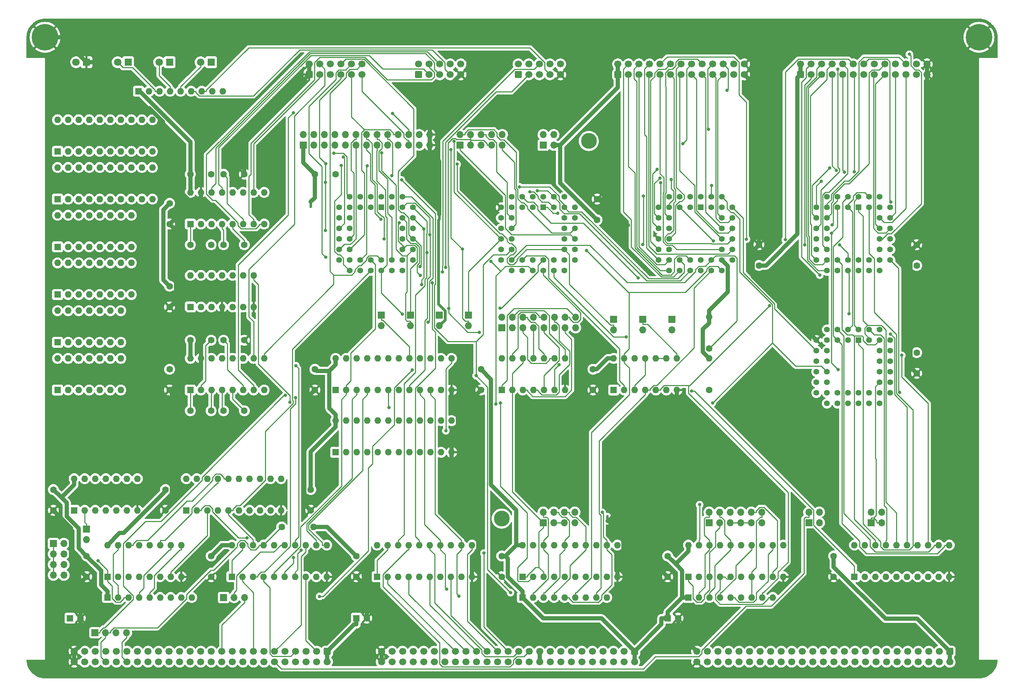
<source format=gbr>
%TF.GenerationSoftware,KiCad,Pcbnew,(6.0.11)*%
%TF.CreationDate,2023-08-29T17:19:57-04:00*%
%TF.ProjectId,input-output.Zilog,696e7075-742d-46f7-9574-7075742e5a69,rev?*%
%TF.SameCoordinates,Original*%
%TF.FileFunction,Copper,L2,Bot*%
%TF.FilePolarity,Positive*%
%FSLAX46Y46*%
G04 Gerber Fmt 4.6, Leading zero omitted, Abs format (unit mm)*
G04 Created by KiCad (PCBNEW (6.0.11)) date 2023-08-29 17:19:57*
%MOMM*%
%LPD*%
G01*
G04 APERTURE LIST*
G04 Aperture macros list*
%AMRoundRect*
0 Rectangle with rounded corners*
0 $1 Rounding radius*
0 $2 $3 $4 $5 $6 $7 $8 $9 X,Y pos of 4 corners*
0 Add a 4 corners polygon primitive as box body*
4,1,4,$2,$3,$4,$5,$6,$7,$8,$9,$2,$3,0*
0 Add four circle primitives for the rounded corners*
1,1,$1+$1,$2,$3*
1,1,$1+$1,$4,$5*
1,1,$1+$1,$6,$7*
1,1,$1+$1,$8,$9*
0 Add four rect primitives between the rounded corners*
20,1,$1+$1,$2,$3,$4,$5,0*
20,1,$1+$1,$4,$5,$6,$7,0*
20,1,$1+$1,$6,$7,$8,$9,0*
20,1,$1+$1,$8,$9,$2,$3,0*%
G04 Aperture macros list end*
%TA.AperFunction,ComponentPad*%
%ADD10RoundRect,0.250000X-0.600000X0.600000X-0.600000X-0.600000X0.600000X-0.600000X0.600000X0.600000X0*%
%TD*%
%TA.AperFunction,ComponentPad*%
%ADD11C,1.700000*%
%TD*%
%TA.AperFunction,ComponentPad*%
%ADD12R,1.800000X1.800000*%
%TD*%
%TA.AperFunction,ComponentPad*%
%ADD13C,1.800000*%
%TD*%
%TA.AperFunction,ComponentPad*%
%ADD14C,6.400000*%
%TD*%
%TA.AperFunction,ComponentPad*%
%ADD15C,1.600000*%
%TD*%
%TA.AperFunction,ComponentPad*%
%ADD16R,1.700000X1.700000*%
%TD*%
%TA.AperFunction,ComponentPad*%
%ADD17O,1.700000X1.700000*%
%TD*%
%TA.AperFunction,ComponentPad*%
%ADD18R,1.600000X1.600000*%
%TD*%
%TA.AperFunction,ComponentPad*%
%ADD19O,1.600000X1.600000*%
%TD*%
%TA.AperFunction,ComponentPad*%
%ADD20RoundRect,0.250000X0.600000X-0.600000X0.600000X0.600000X-0.600000X0.600000X-0.600000X-0.600000X0*%
%TD*%
%TA.AperFunction,ComponentPad*%
%ADD21R,1.422400X1.422400*%
%TD*%
%TA.AperFunction,ComponentPad*%
%ADD22C,1.422400*%
%TD*%
%TA.AperFunction,ComponentPad*%
%ADD23C,0.600000*%
%TD*%
%TA.AperFunction,ComponentPad*%
%ADD24C,3.800000*%
%TD*%
%TA.AperFunction,ViaPad*%
%ADD25C,0.800000*%
%TD*%
%TA.AperFunction,Conductor*%
%ADD26C,0.250000*%
%TD*%
%TA.AperFunction,Conductor*%
%ADD27C,0.700000*%
%TD*%
%TA.AperFunction,Conductor*%
%ADD28C,1.000000*%
%TD*%
G04 APERTURE END LIST*
%TO.C,NT3*%
G36*
X135300000Y-118850000D02*
G01*
X134700000Y-118850000D01*
X134700000Y-117650000D01*
X135300000Y-117650000D01*
X135300000Y-118850000D01*
G37*
%TO.C,NT2*%
G36*
X104300000Y-115850000D02*
G01*
X103700000Y-115850000D01*
X103700000Y-114650000D01*
X104300000Y-114650000D01*
X104300000Y-115850000D01*
G37*
%TO.C,NT1*%
G36*
X175800000Y-191600000D02*
G01*
X175200000Y-191600000D01*
X175200000Y-190400000D01*
X175800000Y-190400000D01*
X175800000Y-191600000D01*
G37*
%TD*%
D10*
%TO.P,P1,1,Pin_1*%
%TO.N,VCC*%
X108000000Y-223000000D03*
D11*
%TO.P,P1,2,Pin_2*%
X108000000Y-225540000D03*
%TO.P,P1,3,Pin_3*%
%TO.N,~{RD}*%
X105460000Y-223000000D03*
%TO.P,P1,4,Pin_4*%
%TO.N,/bus/E*%
X105460000Y-225540000D03*
%TO.P,P1,5,Pin_5*%
%TO.N,/bus/~{WR}*%
X102920000Y-223000000D03*
%TO.P,P1,6,Pin_6*%
%TO.N,/bus/ST*%
X102920000Y-225540000D03*
%TO.P,P1,7,Pin_7*%
%TO.N,~{IORQ}*%
X100380000Y-223000000D03*
%TO.P,P1,8,Pin_8*%
%TO.N,/bus/PHI*%
X100380000Y-225540000D03*
%TO.P,P1,9,Pin_9*%
%TO.N,/bus/~{MREQ}*%
X97840000Y-223000000D03*
%TO.P,P1,10,Pin_10*%
%TO.N,~{INT2}*%
X97840000Y-225540000D03*
%TO.P,P1,11,Pin_11*%
%TO.N,~{M1}*%
X95300000Y-223000000D03*
%TO.P,P1,12,Pin_12*%
%TO.N,~{INT1}*%
X95300000Y-225540000D03*
%TO.P,P1,13,Pin_13*%
%TO.N,/bus/~{BUSACK}*%
X92760000Y-223000000D03*
%TO.P,P1,14,Pin_14*%
%TO.N,/bus/CRUCLK*%
X92760000Y-225540000D03*
%TO.P,P1,15,Pin_15*%
%TO.N,CLK*%
X90220000Y-223000000D03*
%TO.P,P1,16,Pin_16*%
%TO.N,/bus/CRUOUT*%
X90220000Y-225540000D03*
%TO.P,P1,17,Pin_17*%
%TO.N,~{INT0}*%
X87680000Y-223000000D03*
%TO.P,P1,18,Pin_18*%
%TO.N,/bus/CRUIN*%
X87680000Y-225540000D03*
%TO.P,P1,19,Pin_19*%
%TO.N,/bus/~{NMI}*%
X85140000Y-223000000D03*
%TO.P,P1,20,Pin_20*%
%TO.N,~{RES_IN}*%
X85140000Y-225540000D03*
%TO.P,P1,21,Pin_21*%
%TO.N,~{RES_OUT}*%
X82600000Y-223000000D03*
%TO.P,P1,22,Pin_22*%
%TO.N,/bus/USER8*%
X82600000Y-225540000D03*
%TO.P,P1,23,Pin_23*%
%TO.N,/bus/~{BUSRQ}*%
X80060000Y-223000000D03*
%TO.P,P1,24,Pin_24*%
%TO.N,/bus/USER7*%
X80060000Y-225540000D03*
%TO.P,P1,25,Pin_25*%
%TO.N,~{WAIT}*%
X77520000Y-223000000D03*
%TO.P,P1,26,Pin_26*%
%TO.N,/bus/USER6*%
X77520000Y-225540000D03*
%TO.P,P1,27,Pin_27*%
%TO.N,/bus/~{HALT}*%
X74980000Y-223000000D03*
%TO.P,P1,28,Pin_28*%
%TO.N,/bus/USER5*%
X74980000Y-225540000D03*
%TO.P,P1,29,Pin_29*%
%TO.N,/bus/~{RFSH}*%
X72440000Y-223000000D03*
%TO.P,P1,30,Pin_30*%
%TO.N,/bus/USER4*%
X72440000Y-225540000D03*
%TO.P,P1,31,Pin_31*%
%TO.N,/bus/~{EIRQ7}*%
X69900000Y-223000000D03*
%TO.P,P1,32,Pin_32*%
%TO.N,/bus/USER3*%
X69900000Y-225540000D03*
%TO.P,P1,33,Pin_33*%
%TO.N,/bus/~{EIRQ6}*%
X67360000Y-223000000D03*
%TO.P,P1,34,Pin_34*%
%TO.N,/bus/USER2*%
X67360000Y-225540000D03*
%TO.P,P1,35,Pin_35*%
%TO.N,/bus/~{EIRQ5}*%
X64820000Y-223000000D03*
%TO.P,P1,36,Pin_36*%
%TO.N,/bus/USER1*%
X64820000Y-225540000D03*
%TO.P,P1,37,Pin_37*%
%TO.N,/bus/~{EIRQ4}*%
X62280000Y-223000000D03*
%TO.P,P1,38,Pin_38*%
%TO.N,/bus/USER0*%
X62280000Y-225540000D03*
%TO.P,P1,39,Pin_39*%
%TO.N,/bus/~{EIRQ3}*%
X59740000Y-223000000D03*
%TO.P,P1,40,Pin_40*%
%TO.N,~{BAI}*%
X59740000Y-225540000D03*
%TO.P,P1,41,Pin_41*%
%TO.N,/bus/~{EIRQ2}*%
X57200000Y-223000000D03*
%TO.P,P1,42,Pin_42*%
%TO.N,~{BAO}*%
X57200000Y-225540000D03*
%TO.P,P1,43,Pin_43*%
%TO.N,/bus/~{EIRQ1}*%
X54660000Y-223000000D03*
%TO.P,P1,44,Pin_44*%
%TO.N,~{IEI}*%
X54660000Y-225540000D03*
%TO.P,P1,45,Pin_45*%
%TO.N,/bus/~{EIRQ0}*%
X52120000Y-223000000D03*
%TO.P,P1,46,Pin_46*%
%TO.N,~{IEO}*%
X52120000Y-225540000D03*
%TO.P,P1,47,Pin_47*%
%TO.N,/bus/I2C_SCL*%
X49580000Y-223000000D03*
%TO.P,P1,48,Pin_48*%
%TO.N,/bus/I2C_SDA*%
X49580000Y-225540000D03*
%TO.P,P1,49,Pin_49*%
%TO.N,GND*%
X47040000Y-223000000D03*
%TO.P,P1,50,Pin_50*%
X47040000Y-225540000D03*
%TD*%
D12*
%TO.P,D5,1,K*%
%TO.N,GND*%
X50000000Y-81000000D03*
D13*
%TO.P,D5,2,A*%
%TO.N,470A*%
X47460000Y-81000000D03*
%TD*%
D14*
%TO.P,H1,1,1*%
%TO.N,GND*%
X40000000Y-75000000D03*
%TD*%
D10*
%TO.P,P3,1,Pin_1*%
%TO.N,VCC*%
X258000000Y-223000000D03*
D11*
%TO.P,P3,2,Pin_2*%
X258000000Y-225540000D03*
%TO.P,P3,3,Pin_3*%
%TO.N,/bus/D15*%
X255460000Y-223000000D03*
%TO.P,P3,4,Pin_4*%
%TO.N,/bus/D31*%
X255460000Y-225540000D03*
%TO.P,P3,5,Pin_5*%
%TO.N,/bus/D14*%
X252920000Y-223000000D03*
%TO.P,P3,6,Pin_6*%
%TO.N,/bus/D30*%
X252920000Y-225540000D03*
%TO.P,P3,7,Pin_7*%
%TO.N,/bus/D13*%
X250380000Y-223000000D03*
%TO.P,P3,8,Pin_8*%
%TO.N,/bus/D29*%
X250380000Y-225540000D03*
%TO.P,P3,9,Pin_9*%
%TO.N,/bus/D12*%
X247840000Y-223000000D03*
%TO.P,P3,10,Pin_10*%
%TO.N,/bus/D28*%
X247840000Y-225540000D03*
%TO.P,P3,11,Pin_11*%
%TO.N,/bus/D11*%
X245300000Y-223000000D03*
%TO.P,P3,12,Pin_12*%
%TO.N,/bus/D27*%
X245300000Y-225540000D03*
%TO.P,P3,13,Pin_13*%
%TO.N,/bus/D10*%
X242760000Y-223000000D03*
%TO.P,P3,14,Pin_14*%
%TO.N,/bus/D26*%
X242760000Y-225540000D03*
%TO.P,P3,15,Pin_15*%
%TO.N,/bus/D9*%
X240220000Y-223000000D03*
%TO.P,P3,16,Pin_16*%
%TO.N,/bus/D25*%
X240220000Y-225540000D03*
%TO.P,P3,17,Pin_17*%
%TO.N,/bus/D8*%
X237680000Y-223000000D03*
%TO.P,P3,18,Pin_18*%
%TO.N,/bus/D24*%
X237680000Y-225540000D03*
%TO.P,P3,19,Pin_19*%
%TO.N,D7*%
X235140000Y-223000000D03*
%TO.P,P3,20,Pin_20*%
%TO.N,/bus/D23*%
X235140000Y-225540000D03*
%TO.P,P3,21,Pin_21*%
%TO.N,D6*%
X232600000Y-223000000D03*
%TO.P,P3,22,Pin_22*%
%TO.N,/bus/D22*%
X232600000Y-225540000D03*
%TO.P,P3,23,Pin_23*%
%TO.N,D5*%
X230060000Y-223000000D03*
%TO.P,P3,24,Pin_24*%
%TO.N,/bus/D21*%
X230060000Y-225540000D03*
%TO.P,P3,25,Pin_25*%
%TO.N,D4*%
X227520000Y-223000000D03*
%TO.P,P3,26,Pin_26*%
%TO.N,/bus/D20*%
X227520000Y-225540000D03*
%TO.P,P3,27,Pin_27*%
%TO.N,D3*%
X224980000Y-223000000D03*
%TO.P,P3,28,Pin_28*%
%TO.N,/bus/D19*%
X224980000Y-225540000D03*
%TO.P,P3,29,Pin_29*%
%TO.N,D2*%
X222440000Y-223000000D03*
%TO.P,P3,30,Pin_30*%
%TO.N,/bus/D18*%
X222440000Y-225540000D03*
%TO.P,P3,31,Pin_31*%
%TO.N,D1*%
X219900000Y-223000000D03*
%TO.P,P3,32,Pin_32*%
%TO.N,/bus/D17*%
X219900000Y-225540000D03*
%TO.P,P3,33,Pin_33*%
%TO.N,D0*%
X217360000Y-223000000D03*
%TO.P,P3,34,Pin_34*%
%TO.N,/bus/D16*%
X217360000Y-225540000D03*
%TO.P,P3,35,Pin_35*%
%TO.N,/bus/~{BUSERR}*%
X214820000Y-223000000D03*
%TO.P,P3,36,Pin_36*%
%TO.N,/bus/UDS*%
X214820000Y-225540000D03*
%TO.P,P3,37,Pin_37*%
%TO.N,/bus/~{VPA}*%
X212280000Y-223000000D03*
%TO.P,P3,38,Pin_38*%
%TO.N,/bus/LDS*%
X212280000Y-225540000D03*
%TO.P,P3,39,Pin_39*%
%TO.N,/bus/~{VMA}*%
X209740000Y-223000000D03*
%TO.P,P3,40,Pin_40*%
%TO.N,/bus/S2*%
X209740000Y-225540000D03*
%TO.P,P3,41,Pin_41*%
%TO.N,/bus/~{BHE}*%
X207200000Y-223000000D03*
%TO.P,P3,42,Pin_42*%
%TO.N,/bus/S1*%
X207200000Y-225540000D03*
%TO.P,P3,43,Pin_43*%
%TO.N,/bus/IPL2*%
X204660000Y-223000000D03*
%TO.P,P3,44,Pin_44*%
%TO.N,/bus/S0*%
X204660000Y-225540000D03*
%TO.P,P3,45,Pin_45*%
%TO.N,/bus/IPL1*%
X202120000Y-223000000D03*
%TO.P,P3,46,Pin_46*%
%TO.N,/bus/AUXCLK3*%
X202120000Y-225540000D03*
%TO.P,P3,47,Pin_47*%
%TO.N,/bus/IPL0*%
X199580000Y-223000000D03*
%TO.P,P3,48,Pin_48*%
%TO.N,/bus/AUXCLK2*%
X199580000Y-225540000D03*
%TO.P,P3,49,Pin_49*%
%TO.N,GND*%
X197040000Y-223000000D03*
%TO.P,P3,50,Pin_50*%
X197040000Y-225540000D03*
%TD*%
D10*
%TO.P,P2,1,Pin_1*%
%TO.N,VCC*%
X182000000Y-223000000D03*
D11*
%TO.P,P2,2,Pin_2*%
X182000000Y-225540000D03*
%TO.P,P2,3,Pin_3*%
%TO.N,/bus/A15*%
X179460000Y-223000000D03*
%TO.P,P2,4,Pin_4*%
%TO.N,/bus/A31*%
X179460000Y-225540000D03*
%TO.P,P2,5,Pin_5*%
%TO.N,/bus/A14*%
X176920000Y-223000000D03*
%TO.P,P2,6,Pin_6*%
%TO.N,/bus/A30*%
X176920000Y-225540000D03*
%TO.P,P2,7,Pin_7*%
%TO.N,/bus/A13*%
X174380000Y-223000000D03*
%TO.P,P2,8,Pin_8*%
%TO.N,/bus/A29*%
X174380000Y-225540000D03*
%TO.P,P2,9,Pin_9*%
%TO.N,/bus/A12*%
X171840000Y-223000000D03*
%TO.P,P2,10,Pin_10*%
%TO.N,/bus/A28*%
X171840000Y-225540000D03*
%TO.P,P2,11,Pin_11*%
%TO.N,/bus/A11*%
X169300000Y-223000000D03*
%TO.P,P2,12,Pin_12*%
%TO.N,/bus/A27*%
X169300000Y-225540000D03*
%TO.P,P2,13,Pin_13*%
%TO.N,/bus/A10*%
X166760000Y-223000000D03*
%TO.P,P2,14,Pin_14*%
%TO.N,/bus/A26*%
X166760000Y-225540000D03*
%TO.P,P2,15,Pin_15*%
%TO.N,/bus/A9*%
X164220000Y-223000000D03*
%TO.P,P2,16,Pin_16*%
%TO.N,/bus/A25*%
X164220000Y-225540000D03*
%TO.P,P2,17,Pin_17*%
%TO.N,/bus/A8*%
X161680000Y-223000000D03*
%TO.P,P2,18,Pin_18*%
%TO.N,/bus/A24*%
X161680000Y-225540000D03*
%TO.P,P2,19,Pin_19*%
%TO.N,+12V*%
X159140000Y-223000000D03*
%TO.P,P2,20,Pin_20*%
X159140000Y-225540000D03*
%TO.P,P2,21,Pin_21*%
%TO.N,A7*%
X156600000Y-223000000D03*
%TO.P,P2,22,Pin_22*%
%TO.N,/bus/A23*%
X156600000Y-225540000D03*
%TO.P,P2,23,Pin_23*%
%TO.N,A6*%
X154060000Y-223000000D03*
%TO.P,P2,24,Pin_24*%
%TO.N,/bus/A22*%
X154060000Y-225540000D03*
%TO.P,P2,25,Pin_25*%
%TO.N,A5*%
X151520000Y-223000000D03*
%TO.P,P2,26,Pin_26*%
%TO.N,/bus/A21*%
X151520000Y-225540000D03*
%TO.P,P2,27,Pin_27*%
%TO.N,A4*%
X148980000Y-223000000D03*
%TO.P,P2,28,Pin_28*%
%TO.N,/bus/A20*%
X148980000Y-225540000D03*
%TO.P,P2,29,Pin_29*%
%TO.N,A3*%
X146440000Y-223000000D03*
%TO.P,P2,30,Pin_30*%
%TO.N,/bus/A19*%
X146440000Y-225540000D03*
%TO.P,P2,31,Pin_31*%
%TO.N,A2*%
X143900000Y-223000000D03*
%TO.P,P2,32,Pin_32*%
%TO.N,/bus/A18*%
X143900000Y-225540000D03*
%TO.P,P2,33,Pin_33*%
%TO.N,A1*%
X141360000Y-223000000D03*
%TO.P,P2,34,Pin_34*%
%TO.N,/bus/A17*%
X141360000Y-225540000D03*
%TO.P,P2,35,Pin_35*%
%TO.N,A0*%
X138820000Y-223000000D03*
%TO.P,P2,36,Pin_36*%
%TO.N,/bus/A16*%
X138820000Y-225540000D03*
%TO.P,P2,37,Pin_37*%
%TO.N,-12V*%
X136280000Y-223000000D03*
%TO.P,P2,38,Pin_38*%
X136280000Y-225540000D03*
%TO.P,P2,39,Pin_39*%
%TO.N,/bus/IC3*%
X133740000Y-223000000D03*
%TO.P,P2,40,Pin_40*%
%TO.N,/bus/~{TEND1}*%
X133740000Y-225540000D03*
%TO.P,P2,41,Pin_41*%
%TO.N,/bus/IC2*%
X131200000Y-223000000D03*
%TO.P,P2,42,Pin_42*%
%TO.N,/bus/~{DREQ1}*%
X131200000Y-225540000D03*
%TO.P,P2,43,Pin_43*%
%TO.N,/bus/IC1*%
X128660000Y-223000000D03*
%TO.P,P2,44,Pin_44*%
%TO.N,/bus/~{TEND0}*%
X128660000Y-225540000D03*
%TO.P,P2,45,Pin_45*%
%TO.N,/bus/IC0*%
X126120000Y-223000000D03*
%TO.P,P2,46,Pin_46*%
%TO.N,/bus/~{DREQ0}*%
X126120000Y-225540000D03*
%TO.P,P2,47,Pin_47*%
%TO.N,/bus/AUXCLK1*%
X123580000Y-223000000D03*
%TO.P,P2,48,Pin_48*%
%TO.N,/bus/AUXCLK0*%
X123580000Y-225540000D03*
%TO.P,P2,49,Pin_49*%
%TO.N,GND*%
X121040000Y-223000000D03*
%TO.P,P2,50,Pin_50*%
X121040000Y-225540000D03*
%TD*%
D15*
%TO.P,C1,1*%
%TO.N,VCC*%
X105000000Y-108000000D03*
%TO.P,C1,2*%
%TO.N,GND*%
X110000000Y-108000000D03*
%TD*%
D14*
%TO.P,H2,1,1*%
%TO.N,GND*%
X265000000Y-75000000D03*
%TD*%
D16*
%TO.P,JP2,1,Pin_1*%
%TO.N,ZERO*%
X160000000Y-192000000D03*
D17*
%TO.P,JP2,2,Pin_2*%
%TO.N,Net-(JP2-Pad2)*%
X160000000Y-189460000D03*
%TO.P,JP2,3,Pin_3*%
%TO.N,ZERO*%
X162540000Y-192000000D03*
%TO.P,JP2,4,Pin_4*%
%TO.N,Net-(JP2-Pad4)*%
X162540000Y-189460000D03*
%TO.P,JP2,5,Pin_5*%
%TO.N,ZERO*%
X165080000Y-192000000D03*
%TO.P,JP2,6,Pin_6*%
%TO.N,Net-(JP2-Pad6)*%
X165080000Y-189460000D03*
%TO.P,JP2,7,Pin_7*%
%TO.N,ZERO*%
X167620000Y-192000000D03*
%TO.P,JP2,8,Pin_8*%
%TO.N,Net-(JP2-Pad8)*%
X167620000Y-189460000D03*
%TD*%
D18*
%TO.P,RN2,1,common*%
%TO.N,VCC*%
X155000000Y-210000000D03*
D19*
%TO.P,RN2,2,R1*%
%TO.N,Net-(JP2-Pad2)*%
X157540000Y-210000000D03*
%TO.P,RN2,3,R2*%
%TO.N,Net-(JP2-Pad4)*%
X160080000Y-210000000D03*
%TO.P,RN2,4,R3*%
%TO.N,Net-(JP2-Pad6)*%
X162620000Y-210000000D03*
%TO.P,RN2,5,R4*%
%TO.N,Net-(JP2-Pad8)*%
X165160000Y-210000000D03*
%TO.P,RN2,6,R5*%
%TO.N,IEO_SIO1*%
X167700000Y-210000000D03*
%TO.P,RN2,7,R6*%
%TO.N,IEO_CTC1*%
X170240000Y-210000000D03*
%TO.P,RN2,8,R7*%
%TO.N,IEO_PIO1*%
X172780000Y-210000000D03*
%TO.P,RN2,9,R8*%
%TO.N,Net-(RN2-Pad9)*%
X175320000Y-210000000D03*
%TD*%
D18*
%TO.P,U24,1,G*%
%TO.N,ZERO*%
X155000000Y-205000000D03*
D19*
%TO.P,U24,2,P0*%
%TO.N,~{bIORQ}*%
X157540000Y-205000000D03*
%TO.P,U24,3,R0*%
%TO.N,ZERO*%
X160080000Y-205000000D03*
%TO.P,U24,4,P1*%
%TO.N,Net-(RN2-Pad9)*%
X162620000Y-205000000D03*
%TO.P,U24,5,R1*%
X165160000Y-205000000D03*
%TO.P,U24,6,P2*%
X167700000Y-205000000D03*
%TO.P,U24,7,R2*%
X170240000Y-205000000D03*
%TO.P,U24,8,P3*%
X172780000Y-205000000D03*
%TO.P,U24,9,R3*%
X175320000Y-205000000D03*
%TO.P,U24,10,GND*%
%TO.N,GND*%
X177860000Y-205000000D03*
%TO.P,U24,11,P4*%
%TO.N,bA4*%
X177860000Y-197380000D03*
%TO.P,U24,12,R4*%
%TO.N,Net-(JP2-Pad8)*%
X175320000Y-197380000D03*
%TO.P,U24,13,P5*%
%TO.N,bA5*%
X172780000Y-197380000D03*
%TO.P,U24,14,R5*%
%TO.N,Net-(JP2-Pad6)*%
X170240000Y-197380000D03*
%TO.P,U24,15,P6*%
%TO.N,bA6*%
X167700000Y-197380000D03*
%TO.P,U24,16,R6*%
%TO.N,Net-(JP2-Pad4)*%
X165160000Y-197380000D03*
%TO.P,U24,17,P7*%
%TO.N,bA7*%
X162620000Y-197380000D03*
%TO.P,U24,18,R7*%
%TO.N,Net-(JP2-Pad2)*%
X160080000Y-197380000D03*
%TO.P,U24,19,P=R*%
%TO.N,~{CS1}*%
X157540000Y-197380000D03*
%TO.P,U24,20,VCC*%
%TO.N,VCC*%
X155000000Y-197380000D03*
%TD*%
D15*
%TO.P,C2,1*%
%TO.N,VCC*%
X80000000Y-200000000D03*
%TO.P,C2,2*%
%TO.N,GND*%
X80000000Y-205000000D03*
%TD*%
%TO.P,C3,1*%
%TO.N,VCC*%
X105000000Y-155000000D03*
%TO.P,C3,2*%
%TO.N,GND*%
X105000000Y-160000000D03*
%TD*%
%TO.P,C7,1*%
%TO.N,VCC*%
X172000000Y-155000000D03*
%TO.P,C7,2*%
%TO.N,GND*%
X172000000Y-160000000D03*
%TD*%
%TO.P,C8,1*%
%TO.N,VCC*%
X212000000Y-130000000D03*
%TO.P,C8,2*%
%TO.N,GND*%
X212000000Y-125000000D03*
%TD*%
D18*
%TO.P,C10,1*%
%TO.N,VCC*%
X46000000Y-215000000D03*
D15*
%TO.P,C10,2*%
%TO.N,GND*%
X48500000Y-215000000D03*
%TD*%
D18*
%TO.P,C11,1*%
%TO.N,VCC*%
X115000000Y-215000000D03*
D15*
%TO.P,C11,2*%
%TO.N,GND*%
X117500000Y-215000000D03*
%TD*%
%TO.P,C12,1*%
%TO.N,VCC*%
X173000000Y-119000000D03*
%TO.P,C12,2*%
%TO.N,GND*%
X173000000Y-114000000D03*
%TD*%
%TO.P,C13,1*%
%TO.N,VCC*%
X150000000Y-200000000D03*
%TO.P,C13,2*%
%TO.N,GND*%
X150000000Y-205000000D03*
%TD*%
%TO.P,C24,1*%
%TO.N,VCC*%
X145000000Y-155000000D03*
%TO.P,C24,2*%
%TO.N,GND*%
X145000000Y-160000000D03*
%TD*%
D12*
%TO.P,D1,1,K*%
%TO.N,Net-(D1-Pad1)*%
X60000000Y-81000000D03*
D13*
%TO.P,D1,2,A*%
%TO.N,470B*%
X57460000Y-81000000D03*
%TD*%
D12*
%TO.P,D3,1,K*%
%TO.N,~{bINT}*%
X80000000Y-81000000D03*
D13*
%TO.P,D3,2,A*%
%TO.N,470D*%
X77460000Y-81000000D03*
%TD*%
D16*
%TO.P,J1,1,Pin_1*%
%TO.N,/CTC-INT/2CTC_ZC0*%
X191000000Y-143000000D03*
D17*
%TO.P,J1,2,Pin_2*%
%TO.N,/CTC-INT/2CTC_TG3*%
X191000000Y-145540000D03*
%TD*%
D16*
%TO.P,J2,1,Pin_1*%
%TO.N,VCC*%
X160000000Y-101000000D03*
D17*
%TO.P,J2,2,Pin_2*%
%TO.N,/CTC-SIO/1PWRA*%
X160000000Y-98460000D03*
%TO.P,J2,3,Pin_3*%
%TO.N,VCC*%
X162540000Y-101000000D03*
%TO.P,J2,4,Pin_4*%
%TO.N,/CTC-SIO/1PWRB*%
X162540000Y-98460000D03*
%TD*%
D20*
%TO.P,X8,1,Pin_1*%
%TO.N,GND*%
X103650000Y-84000000D03*
D11*
%TO.P,X8,2,Pin_2*%
X103650000Y-81460000D03*
%TO.P,X8,3,Pin_3*%
%TO.N,/CTC-SIO/~{1RTSA}*%
X106190000Y-84000000D03*
%TO.P,X8,4,Pin_4*%
%TO.N,/CTC-SIO/~{1RTSB}*%
X106190000Y-81460000D03*
%TO.P,X8,5,Pin_5*%
%TO.N,/CTC-SIO/1PWRA*%
X108730000Y-84000000D03*
%TO.P,X8,6,Pin_6*%
%TO.N,/CTC-SIO/1PWRB*%
X108730000Y-81460000D03*
%TO.P,X8,7,Pin_7*%
%TO.N,/CTC-SIO/1RXDA*%
X111270000Y-84000000D03*
%TO.P,X8,8,Pin_8*%
%TO.N,/CTC-SIO/1RXDB*%
X111270000Y-81460000D03*
%TO.P,X8,9,Pin_9*%
%TO.N,/CTC-SIO/1TXDA*%
X113810000Y-84000000D03*
%TO.P,X8,10,Pin_10*%
%TO.N,/CTC-SIO/1TXDB*%
X113810000Y-81460000D03*
%TO.P,X8,11,Pin_11*%
%TO.N,/CTC-SIO/~{1CTSA}*%
X116350000Y-84000000D03*
%TO.P,X8,12,Pin_12*%
%TO.N,/CTC-SIO/~{1CTSB}*%
X116350000Y-81460000D03*
%TD*%
D16*
%TO.P,X5,1,Pin_1*%
%TO.N,unconnected-(X5-Pad1)*%
X150000000Y-145000000D03*
D17*
%TO.P,X5,2,Pin_2*%
%TO.N,unconnected-(X5-Pad2)*%
X150000000Y-142460000D03*
%TO.P,X5,3,Pin_3*%
%TO.N,/CTC-SIO/1PHI_X*%
X152540000Y-145000000D03*
%TO.P,X5,4,Pin_4*%
%TO.N,/CTC-SIO/1Q3B*%
X152540000Y-142460000D03*
%TO.P,X5,5,Pin_5*%
%TO.N,/CTC-SIO/1Q2B*%
X155080000Y-145000000D03*
%TO.P,X5,6,Pin_6*%
%TO.N,/CTC-SIO/1Q1B*%
X155080000Y-142460000D03*
%TO.P,X5,7,Pin_7*%
%TO.N,/CTC-SIO/1Q0B*%
X157620000Y-145000000D03*
%TO.P,X5,8,Pin_8*%
%TO.N,/CTC-SIO/1PHI_X*%
X157620000Y-142460000D03*
%TO.P,X5,9,Pin_9*%
%TO.N,/CTC-SIO/1Q2A*%
X160160000Y-145000000D03*
%TO.P,X5,10,Pin_10*%
%TO.N,/CTC-SIO/1Q3A*%
X160160000Y-142460000D03*
%TO.P,X5,11,Pin_11*%
%TO.N,/CTC-SIO/1PHI_X*%
X162700000Y-145000000D03*
%TO.P,X5,12,Pin_12*%
%TO.N,/CTC-SIO/1Q1A*%
X162700000Y-142460000D03*
%TO.P,X5,13,Pin_13*%
%TO.N,/CTC-SIO/1Q0A*%
X165240000Y-145000000D03*
%TO.P,X5,14,Pin_14*%
%TO.N,bCLK*%
X165240000Y-142460000D03*
%TO.P,X5,15,Pin_15*%
%TO.N,CLK_ZILOG*%
X167780000Y-145000000D03*
%TO.P,X5,16,Pin_16*%
%TO.N,/CTC-SIO/1CPA*%
X167780000Y-142460000D03*
%TD*%
D16*
%TO.P,P4,1,Pin_1*%
%TO.N,/CTC-SIO/1Q2A*%
X177000000Y-143000000D03*
D17*
%TO.P,P4,2,Pin_2*%
%TO.N,/CTC-SIO/1CTC_TG2*%
X177000000Y-145540000D03*
%TD*%
D15*
%TO.P,R10,1*%
%TO.N,~{IEO}*%
X200000000Y-160000000D03*
D19*
%TO.P,R10,2*%
%TO.N,VCC*%
X200000000Y-152380000D03*
%TD*%
D15*
%TO.P,R11,1*%
%TO.N,~{bINT}*%
X200000000Y-150000000D03*
D19*
%TO.P,R11,2*%
%TO.N,VCC*%
X200000000Y-142380000D03*
%TD*%
D18*
%TO.P,U2,1,OEa*%
%TO.N,ZERO*%
X120000000Y-205000000D03*
D19*
%TO.P,U2,2,I0a*%
%TO.N,A0*%
X122540000Y-205000000D03*
%TO.P,U2,3,O3b*%
%TO.N,bA7*%
X125080000Y-205000000D03*
%TO.P,U2,4,I1a*%
%TO.N,A1*%
X127620000Y-205000000D03*
%TO.P,U2,5,O2b*%
%TO.N,bA6*%
X130160000Y-205000000D03*
%TO.P,U2,6,I2a*%
%TO.N,A2*%
X132700000Y-205000000D03*
%TO.P,U2,7,O1b*%
%TO.N,bA5*%
X135240000Y-205000000D03*
%TO.P,U2,8,I3a*%
%TO.N,A3*%
X137780000Y-205000000D03*
%TO.P,U2,9,O0b*%
%TO.N,bA4*%
X140320000Y-205000000D03*
%TO.P,U2,10,GND*%
%TO.N,GND*%
X142860000Y-205000000D03*
%TO.P,U2,11,I0b*%
%TO.N,A4*%
X142860000Y-197380000D03*
%TO.P,U2,12,O3a*%
%TO.N,bA3*%
X140320000Y-197380000D03*
%TO.P,U2,13,I1b*%
%TO.N,A5*%
X137780000Y-197380000D03*
%TO.P,U2,14,O2a*%
%TO.N,bA2*%
X135240000Y-197380000D03*
%TO.P,U2,15,I2b*%
%TO.N,A6*%
X132700000Y-197380000D03*
%TO.P,U2,16,O1a*%
%TO.N,bA1*%
X130160000Y-197380000D03*
%TO.P,U2,17,I3b*%
%TO.N,A7*%
X127620000Y-197380000D03*
%TO.P,U2,18,O0a*%
%TO.N,bA0*%
X125080000Y-197380000D03*
%TO.P,U2,19,OEb*%
%TO.N,ZERO*%
X122540000Y-197380000D03*
%TO.P,U2,20,VCC*%
%TO.N,VCC*%
X120000000Y-197380000D03*
%TD*%
D18*
%TO.P,U3,1,A->B*%
%TO.N,DATA_DIR*%
X235000000Y-205000000D03*
D19*
%TO.P,U3,2,A0*%
%TO.N,D0*%
X237540000Y-205000000D03*
%TO.P,U3,3,A1*%
%TO.N,D1*%
X240080000Y-205000000D03*
%TO.P,U3,4,A2*%
%TO.N,D2*%
X242620000Y-205000000D03*
%TO.P,U3,5,A3*%
%TO.N,D3*%
X245160000Y-205000000D03*
%TO.P,U3,6,A4*%
%TO.N,D4*%
X247700000Y-205000000D03*
%TO.P,U3,7,A5*%
%TO.N,D5*%
X250240000Y-205000000D03*
%TO.P,U3,8,A6*%
%TO.N,D6*%
X252780000Y-205000000D03*
%TO.P,U3,9,A7*%
%TO.N,D7*%
X255320000Y-205000000D03*
%TO.P,U3,10,GND*%
%TO.N,GND*%
X257860000Y-205000000D03*
%TO.P,U3,11,B7*%
%TO.N,bD7*%
X257860000Y-197380000D03*
%TO.P,U3,12,B6*%
%TO.N,bD6*%
X255320000Y-197380000D03*
%TO.P,U3,13,B5*%
%TO.N,bD5*%
X252780000Y-197380000D03*
%TO.P,U3,14,B4*%
%TO.N,bD4*%
X250240000Y-197380000D03*
%TO.P,U3,15,B3*%
%TO.N,bD3*%
X247700000Y-197380000D03*
%TO.P,U3,16,B2*%
%TO.N,bD2*%
X245160000Y-197380000D03*
%TO.P,U3,17,B1*%
%TO.N,bD1*%
X242620000Y-197380000D03*
%TO.P,U3,18,B0*%
%TO.N,bD0*%
X240080000Y-197380000D03*
%TO.P,U3,19,CE*%
%TO.N,ZERO*%
X237540000Y-197380000D03*
%TO.P,U3,20,VCC*%
%TO.N,VCC*%
X235000000Y-197380000D03*
%TD*%
D18*
%TO.P,U8,1,Pin_1*%
%TO.N,VCC*%
X75000000Y-140000000D03*
D19*
%TO.P,U8,2,Pin_2*%
%TO.N,unconnected-(U8-Pad2)*%
X77540000Y-140000000D03*
%TO.P,U8,3,Pin_3*%
%TO.N,unconnected-(U8-Pad3)*%
X80080000Y-140000000D03*
%TO.P,U8,4,Pin_4*%
%TO.N,GND*%
X82620000Y-140000000D03*
%TO.P,U8,5,Pin_5*%
%TO.N,unconnected-(U8-Pad5)*%
X85160000Y-140000000D03*
%TO.P,U8,6,Pin_6*%
%TO.N,unconnected-(U8-Pad6)*%
X87700000Y-140000000D03*
%TO.P,U8,7,Pin_7*%
%TO.N,GND*%
X90240000Y-140000000D03*
%TO.P,U8,8,Pin_8*%
%TO.N,BASE_CLK*%
X90240000Y-132380000D03*
%TO.P,U8,9,Pin_9*%
%TO.N,unconnected-(U8-Pad9)*%
X87700000Y-132380000D03*
%TO.P,U8,10,Pin_10*%
%TO.N,unconnected-(U8-Pad10)*%
X85160000Y-132380000D03*
%TO.P,U8,11,Pin_11*%
%TO.N,BASE_CLK*%
X82620000Y-132380000D03*
%TO.P,U8,12,Pin_12*%
%TO.N,unconnected-(U8-Pad12)*%
X80080000Y-132380000D03*
%TO.P,U8,13,Pin_13*%
%TO.N,unconnected-(U8-Pad13)*%
X77540000Y-132380000D03*
%TO.P,U8,14,Pin_14*%
%TO.N,VCC*%
X75000000Y-132380000D03*
%TD*%
D21*
%TO.P,U14,1,D2*%
%TO.N,bD2*%
X236000000Y-116000000D03*
D22*
%TO.P,U14,2,D7*%
%TO.N,bD7*%
X233460000Y-113460000D03*
%TO.P,U14,3,D6*%
%TO.N,bD5*%
X233460000Y-116000000D03*
%TO.P,U14,4,~{CE}*%
%TO.N,~{CS_PIO2}*%
X230920000Y-113460000D03*
%TO.P,U14,5,C/~{D}*%
%TO.N,bA1*%
X230920000Y-116000000D03*
%TO.P,U14,6,NC*%
%TO.N,unconnected-(U14-Pad6)*%
X228380000Y-113460000D03*
%TO.P,U14,7,B/~{A}*%
%TO.N,bA0*%
X225840000Y-116000000D03*
%TO.P,U14,8,PA7*%
%TO.N,/dualPIO/2PA7*%
X228380000Y-116000000D03*
%TO.P,U14,9,PA6*%
%TO.N,/dualPIO/2PA6*%
X225840000Y-118540000D03*
%TO.P,U14,10,PA5*%
%TO.N,/dualPIO/2PA5*%
X228380000Y-118540000D03*
%TO.P,U14,11,PA4*%
%TO.N,/dualPIO/2PA4*%
X225840000Y-121080000D03*
%TO.P,U14,12,NC*%
%TO.N,unconnected-(U14-Pad12)*%
X228380000Y-121080000D03*
%TO.P,U14,13,GND*%
%TO.N,GND*%
X225840000Y-123620000D03*
%TO.P,U14,14,PA3*%
%TO.N,/dualPIO/2PA3*%
X228380000Y-123620000D03*
%TO.P,U14,15,PA2*%
%TO.N,/dualPIO/2PA2*%
X225840000Y-126160000D03*
%TO.P,U14,16,PA1*%
%TO.N,/dualPIO/2PA1*%
X228380000Y-126160000D03*
%TO.P,U14,17,PA0*%
%TO.N,/dualPIO/2PA0*%
X225840000Y-128700000D03*
%TO.P,U14,18,~{ASTB}*%
%TO.N,/dualPIO/~{2ASTB}*%
X228380000Y-131240000D03*
%TO.P,U14,19,~{BSTB}*%
%TO.N,/dualPIO/~{2BSTB}*%
X228380000Y-128700000D03*
%TO.P,U14,20,ARDY*%
%TO.N,/dualPIO/2ARDY*%
X230920000Y-131240000D03*
%TO.P,U14,21,D0*%
%TO.N,bD0*%
X230920000Y-128700000D03*
%TO.P,U14,22,D1*%
%TO.N,bD1*%
X233460000Y-131240000D03*
%TO.P,U14,23,BRDY*%
%TO.N,/dualPIO/2BRDY*%
X233460000Y-128700000D03*
%TO.P,U14,24,NC*%
%TO.N,unconnected-(U14-Pad24)*%
X236000000Y-131240000D03*
%TO.P,U14,25,NC*%
%TO.N,unconnected-(U14-Pad25)*%
X236000000Y-128700000D03*
%TO.P,U14,26,IEO*%
%TO.N,IEO_PIO2*%
X238540000Y-131240000D03*
%TO.P,U14,27,~{INT}*%
%TO.N,~{bINT}*%
X238540000Y-128700000D03*
%TO.P,U14,28,IEI*%
%TO.N,IEO_PIO1*%
X241080000Y-131240000D03*
%TO.P,U14,29,CLK*%
%TO.N,bCLK*%
X243620000Y-128700000D03*
%TO.P,U14,30,VCC*%
%TO.N,VCC*%
X241080000Y-128700000D03*
%TO.P,U14,31,PB0*%
%TO.N,/dualPIO/2PB0*%
X243620000Y-126160000D03*
%TO.P,U14,32,PB1*%
%TO.N,/dualPIO/2PB1*%
X241080000Y-126160000D03*
%TO.P,U14,33,PB2*%
%TO.N,/dualPIO/2PB2*%
X243620000Y-123620000D03*
%TO.P,U14,34,PB3*%
%TO.N,/dualPIO/2PB3*%
X241080000Y-123620000D03*
%TO.P,U14,35,PB4*%
%TO.N,/dualPIO/2PB4*%
X243620000Y-121080000D03*
%TO.P,U14,36,PB5*%
%TO.N,/dualPIO/2PB5*%
X241080000Y-121080000D03*
%TO.P,U14,37,PB6*%
%TO.N,/dualPIO/2PB6*%
X243620000Y-118540000D03*
%TO.P,U14,38,PB7*%
%TO.N,/dualPIO/2PB7*%
X241080000Y-118540000D03*
%TO.P,U14,39,~{RD}*%
%TO.N,~{bRD}*%
X243620000Y-116000000D03*
%TO.P,U14,40,~{IORQ}*%
%TO.N,~{bIORQ}*%
X241080000Y-113460000D03*
%TO.P,U14,41,~{M1}*%
%TO.N,~{PM1}*%
X241080000Y-116000000D03*
%TO.P,U14,42,D5*%
%TO.N,bD5*%
X238540000Y-113460000D03*
%TO.P,U14,43,D4*%
%TO.N,bD4*%
X238540000Y-116000000D03*
%TO.P,U14,44,D3*%
%TO.N,bD3*%
X236000000Y-113460000D03*
%TD*%
D21*
%TO.P,U18,1,D2*%
%TO.N,bD2*%
X198000000Y-116000000D03*
D22*
%TO.P,U18,2,D7*%
%TO.N,bD7*%
X195460000Y-113460000D03*
%TO.P,U18,3,D6*%
%TO.N,bD5*%
X195460000Y-116000000D03*
%TO.P,U18,4,~{CE}*%
%TO.N,~{CS_PIO1}*%
X192920000Y-113460000D03*
%TO.P,U18,5,C/~{D}*%
%TO.N,bA1*%
X192920000Y-116000000D03*
%TO.P,U18,6,NC*%
%TO.N,unconnected-(U18-Pad6)*%
X190380000Y-113460000D03*
%TO.P,U18,7,B/~{A}*%
%TO.N,bA0*%
X187840000Y-116000000D03*
%TO.P,U18,8,PA7*%
%TO.N,/dualPIO/1PA7*%
X190380000Y-116000000D03*
%TO.P,U18,9,PA6*%
%TO.N,/dualPIO/1PA6*%
X187840000Y-118540000D03*
%TO.P,U18,10,PA5*%
%TO.N,/dualPIO/1PA5*%
X190380000Y-118540000D03*
%TO.P,U18,11,PA4*%
%TO.N,/dualPIO/1PA4*%
X187840000Y-121080000D03*
%TO.P,U18,12,NC*%
%TO.N,unconnected-(U18-Pad12)*%
X190380000Y-121080000D03*
%TO.P,U18,13,GND*%
%TO.N,GND*%
X187840000Y-123620000D03*
%TO.P,U18,14,PA3*%
%TO.N,/dualPIO/1PA3*%
X190380000Y-123620000D03*
%TO.P,U18,15,PA2*%
%TO.N,/dualPIO/1PA2*%
X187840000Y-126160000D03*
%TO.P,U18,16,PA1*%
%TO.N,/dualPIO/1PA1*%
X190380000Y-126160000D03*
%TO.P,U18,17,PA0*%
%TO.N,/dualPIO/1PA0*%
X187840000Y-128700000D03*
%TO.P,U18,18,~{ASTB}*%
%TO.N,/dualPIO/~{1ASTB}*%
X190380000Y-131240000D03*
%TO.P,U18,19,~{BSTB}*%
%TO.N,/dualPIO/~{1BSTB}*%
X190380000Y-128700000D03*
%TO.P,U18,20,ARDY*%
%TO.N,/dualPIO/1ARDY*%
X192920000Y-131240000D03*
%TO.P,U18,21,D0*%
%TO.N,bD0*%
X192920000Y-128700000D03*
%TO.P,U18,22,D1*%
%TO.N,bD1*%
X195460000Y-131240000D03*
%TO.P,U18,23,BRDY*%
%TO.N,/dualPIO/1BRDY*%
X195460000Y-128700000D03*
%TO.P,U18,24,NC*%
%TO.N,unconnected-(U18-Pad24)*%
X198000000Y-131240000D03*
%TO.P,U18,25,NC*%
%TO.N,unconnected-(U18-Pad25)*%
X198000000Y-128700000D03*
%TO.P,U18,26,IEO*%
%TO.N,IEO_PIO1*%
X200540000Y-131240000D03*
%TO.P,U18,27,~{INT}*%
%TO.N,~{bINT}*%
X200540000Y-128700000D03*
%TO.P,U18,28,IEI*%
%TO.N,IEO_SIO1*%
X203080000Y-131240000D03*
%TO.P,U18,29,CLK*%
%TO.N,bCLK*%
X205620000Y-128700000D03*
%TO.P,U18,30,VCC*%
%TO.N,VCC*%
X203080000Y-128700000D03*
%TO.P,U18,31,PB0*%
%TO.N,/dualPIO/1PB0*%
X205620000Y-126160000D03*
%TO.P,U18,32,PB1*%
%TO.N,/dualPIO/1PB1*%
X203080000Y-126160000D03*
%TO.P,U18,33,PB2*%
%TO.N,/dualPIO/1PB2*%
X205620000Y-123620000D03*
%TO.P,U18,34,PB3*%
%TO.N,/dualPIO/1PB3*%
X203080000Y-123620000D03*
%TO.P,U18,35,PB4*%
%TO.N,/dualPIO/1PB4*%
X205620000Y-121080000D03*
%TO.P,U18,36,PB5*%
%TO.N,/dualPIO/1PB5*%
X203080000Y-121080000D03*
%TO.P,U18,37,PB6*%
%TO.N,/dualPIO/1PB6*%
X205620000Y-118540000D03*
%TO.P,U18,38,PB7*%
%TO.N,/dualPIO/1PB7*%
X203080000Y-118540000D03*
%TO.P,U18,39,~{RD}*%
%TO.N,~{bRD}*%
X205620000Y-116000000D03*
%TO.P,U18,40,~{IORQ}*%
%TO.N,~{bIORQ}*%
X203080000Y-113460000D03*
%TO.P,U18,41,~{M1}*%
%TO.N,~{PM1}*%
X203080000Y-116000000D03*
%TO.P,U18,42,D5*%
%TO.N,bD5*%
X200540000Y-113460000D03*
%TO.P,U18,43,D4*%
%TO.N,bD4*%
X200540000Y-116000000D03*
%TO.P,U18,44,D3*%
%TO.N,bD3*%
X198000000Y-113460000D03*
%TD*%
D20*
%TO.P,X1,1,Pin_1*%
%TO.N,VCC*%
X178000000Y-84000000D03*
D11*
%TO.P,X1,2,Pin_2*%
X178000000Y-81460000D03*
%TO.P,X1,3,Pin_3*%
%TO.N,/dualPIO/1BRDY*%
X180540000Y-84000000D03*
%TO.P,X1,4,Pin_4*%
%TO.N,/dualPIO/1ARDY*%
X180540000Y-81460000D03*
%TO.P,X1,5,Pin_5*%
%TO.N,/dualPIO/~{1BSTB}*%
X183080000Y-84000000D03*
%TO.P,X1,6,Pin_6*%
%TO.N,/dualPIO/~{1ASTB}*%
X183080000Y-81460000D03*
%TO.P,X1,7,Pin_7*%
%TO.N,/dualPIO/1PB0*%
X185620000Y-84000000D03*
%TO.P,X1,8,Pin_8*%
%TO.N,/dualPIO/1PA0*%
X185620000Y-81460000D03*
%TO.P,X1,9,Pin_9*%
%TO.N,/dualPIO/1PB1*%
X188160000Y-84000000D03*
%TO.P,X1,10,Pin_10*%
%TO.N,/dualPIO/1PA1*%
X188160000Y-81460000D03*
%TO.P,X1,11,Pin_11*%
%TO.N,/dualPIO/1PB2*%
X190700000Y-84000000D03*
%TO.P,X1,12,Pin_12*%
%TO.N,/dualPIO/1PA2*%
X190700000Y-81460000D03*
%TO.P,X1,13,Pin_13*%
%TO.N,/dualPIO/1PB3*%
X193240000Y-84000000D03*
%TO.P,X1,14,Pin_14*%
%TO.N,/dualPIO/1PA3*%
X193240000Y-81460000D03*
%TO.P,X1,15,Pin_15*%
%TO.N,/dualPIO/1PB4*%
X195780000Y-84000000D03*
%TO.P,X1,16,Pin_16*%
%TO.N,/dualPIO/1PA4*%
X195780000Y-81460000D03*
%TO.P,X1,17,Pin_17*%
%TO.N,/dualPIO/1PB5*%
X198320000Y-84000000D03*
%TO.P,X1,18,Pin_18*%
%TO.N,/dualPIO/1PA5*%
X198320000Y-81460000D03*
%TO.P,X1,19,Pin_19*%
%TO.N,/dualPIO/1PB6*%
X200860000Y-84000000D03*
%TO.P,X1,20,Pin_20*%
%TO.N,/dualPIO/1PA6*%
X200860000Y-81460000D03*
%TO.P,X1,21,Pin_21*%
%TO.N,/dualPIO/1PB7*%
X203400000Y-84000000D03*
%TO.P,X1,22,Pin_22*%
%TO.N,/dualPIO/1PA7*%
X203400000Y-81460000D03*
%TO.P,X1,23,Pin_23*%
%TO.N,unconnected-(X1-Pad23)*%
X205940000Y-84000000D03*
%TO.P,X1,24,Pin_24*%
%TO.N,unconnected-(X1-Pad24)*%
X205940000Y-81460000D03*
%TO.P,X1,25,Pin_25*%
%TO.N,GND*%
X208480000Y-84000000D03*
%TO.P,X1,26,Pin_26*%
X208480000Y-81460000D03*
%TD*%
D20*
%TO.P,X2,1,Pin_1*%
%TO.N,VCC*%
X222000000Y-84000000D03*
D11*
%TO.P,X2,2,Pin_2*%
X222000000Y-81460000D03*
%TO.P,X2,3,Pin_3*%
%TO.N,/dualPIO/2BRDY*%
X224540000Y-84000000D03*
%TO.P,X2,4,Pin_4*%
%TO.N,/dualPIO/2ARDY*%
X224540000Y-81460000D03*
%TO.P,X2,5,Pin_5*%
%TO.N,/dualPIO/~{2BSTB}*%
X227080000Y-84000000D03*
%TO.P,X2,6,Pin_6*%
%TO.N,/dualPIO/~{2ASTB}*%
X227080000Y-81460000D03*
%TO.P,X2,7,Pin_7*%
%TO.N,/dualPIO/2PB0*%
X229620000Y-84000000D03*
%TO.P,X2,8,Pin_8*%
%TO.N,/dualPIO/2PA0*%
X229620000Y-81460000D03*
%TO.P,X2,9,Pin_9*%
%TO.N,/dualPIO/2PB1*%
X232160000Y-84000000D03*
%TO.P,X2,10,Pin_10*%
%TO.N,/dualPIO/2PA1*%
X232160000Y-81460000D03*
%TO.P,X2,11,Pin_11*%
%TO.N,/dualPIO/2PB2*%
X234700000Y-84000000D03*
%TO.P,X2,12,Pin_12*%
%TO.N,/dualPIO/2PA2*%
X234700000Y-81460000D03*
%TO.P,X2,13,Pin_13*%
%TO.N,/dualPIO/2PB3*%
X237240000Y-84000000D03*
%TO.P,X2,14,Pin_14*%
%TO.N,/dualPIO/2PA3*%
X237240000Y-81460000D03*
%TO.P,X2,15,Pin_15*%
%TO.N,/dualPIO/2PB4*%
X239780000Y-84000000D03*
%TO.P,X2,16,Pin_16*%
%TO.N,/dualPIO/2PA4*%
X239780000Y-81460000D03*
%TO.P,X2,17,Pin_17*%
%TO.N,/dualPIO/2PB5*%
X242320000Y-84000000D03*
%TO.P,X2,18,Pin_18*%
%TO.N,/dualPIO/2PA5*%
X242320000Y-81460000D03*
%TO.P,X2,19,Pin_19*%
%TO.N,/dualPIO/2PB6*%
X244860000Y-84000000D03*
%TO.P,X2,20,Pin_20*%
%TO.N,/dualPIO/2PA6*%
X244860000Y-81460000D03*
%TO.P,X2,21,Pin_21*%
%TO.N,/dualPIO/2PB7*%
X247400000Y-84000000D03*
%TO.P,X2,22,Pin_22*%
%TO.N,/dualPIO/2PA7*%
X247400000Y-81460000D03*
%TO.P,X2,23,Pin_23*%
%TO.N,unconnected-(X2-Pad23)*%
X249940000Y-84000000D03*
%TO.P,X2,24,Pin_24*%
%TO.N,unconnected-(X2-Pad24)*%
X249940000Y-81460000D03*
%TO.P,X2,25,Pin_25*%
%TO.N,GND*%
X252480000Y-84000000D03*
%TO.P,X2,26,Pin_26*%
X252480000Y-81460000D03*
%TD*%
D20*
%TO.P,X3,1,Pin_1*%
%TO.N,unconnected-(X3-Pad1)*%
X154000000Y-84000000D03*
D11*
%TO.P,X3,2,Pin_2*%
%TO.N,unconnected-(X3-Pad2)*%
X154000000Y-81460000D03*
%TO.P,X3,3,Pin_3*%
%TO.N,/CTC-SIO/~{1RXDB_IN}*%
X156540000Y-84000000D03*
%TO.P,X3,4,Pin_4*%
%TO.N,/CTC-SIO/1RTSB_OUT*%
X156540000Y-81460000D03*
%TO.P,X3,5,Pin_5*%
%TO.N,/CTC-SIO/~{1TXDB_OUT}*%
X159080000Y-84000000D03*
%TO.P,X3,6,Pin_6*%
%TO.N,/CTC-SIO/1CTSB_IN*%
X159080000Y-81460000D03*
%TO.P,X3,7,Pin_7*%
%TO.N,470F*%
X161620000Y-84000000D03*
%TO.P,X3,8,Pin_8*%
%TO.N,unconnected-(X3-Pad8)*%
X161620000Y-81460000D03*
%TO.P,X3,9,Pin_9*%
%TO.N,GND*%
X164160000Y-84000000D03*
%TO.P,X3,10,Pin_10*%
%TO.N,unconnected-(X3-Pad10)*%
X164160000Y-81460000D03*
%TD*%
D16*
%TO.P,X4,1,Pin_1*%
%TO.N,VCC*%
X102220000Y-101000000D03*
D17*
%TO.P,X4,2,Pin_2*%
X102220000Y-98460000D03*
%TO.P,X4,3,Pin_3*%
%TO.N,/CTC-SIO/1CTC_TG0*%
X104760000Y-101000000D03*
%TO.P,X4,4,Pin_4*%
%TO.N,/CTC-SIO/1CTC_ZC0*%
X104760000Y-98460000D03*
%TO.P,X4,5,Pin_5*%
%TO.N,/CTC-SIO/1CTC_TG1*%
X107300000Y-101000000D03*
%TO.P,X4,6,Pin_6*%
%TO.N,/CTC-SIO/1CTC_ZC1*%
X107300000Y-98460000D03*
%TO.P,X4,7,Pin_7*%
%TO.N,/CTC-SIO/1CTC_TG2*%
X109840000Y-101000000D03*
%TO.P,X4,8,Pin_8*%
%TO.N,/CTC-SIO/1CTC_ZC2*%
X109840000Y-98460000D03*
%TO.P,X4,9,Pin_9*%
%TO.N,/CTC-SIO/1CTC_TG3*%
X112380000Y-101000000D03*
%TO.P,X4,10,Pin_10*%
%TO.N,/CTC-SIO/~{1TXCB}*%
X112380000Y-98460000D03*
%TO.P,X4,11,Pin_11*%
%TO.N,/CTC-SIO/~{1TXCA}*%
X114920000Y-101000000D03*
%TO.P,X4,12,Pin_12*%
%TO.N,/CTC-SIO/~{1RXCA}*%
X114920000Y-98460000D03*
%TO.P,X4,13,Pin_13*%
%TO.N,/CTC-SIO/~{1W-RDYB}*%
X117460000Y-101000000D03*
%TO.P,X4,14,Pin_14*%
%TO.N,/CTC-SIO/~{1RIB}*%
X117460000Y-98460000D03*
%TO.P,X4,15,Pin_15*%
%TO.N,/CTC-SIO/~{1DCDB}*%
X120000000Y-101000000D03*
%TO.P,X4,16,Pin_16*%
%TO.N,/CTC-SIO/~{1DTRB}*%
X120000000Y-98460000D03*
%TO.P,X4,17,Pin_17*%
%TO.N,/CTC-SIO/~{1W-RDYA}*%
X122540000Y-101000000D03*
%TO.P,X4,18,Pin_18*%
%TO.N,/CTC-SIO/~{1RIA}*%
X122540000Y-98460000D03*
%TO.P,X4,19,Pin_19*%
%TO.N,/CTC-SIO/1RXDA*%
X125080000Y-101000000D03*
%TO.P,X4,20,Pin_20*%
%TO.N,/CTC-SIO/1TXDA*%
X125080000Y-98460000D03*
%TO.P,X4,21,Pin_21*%
%TO.N,/CTC-SIO/~{1CTSA}*%
X127620000Y-101000000D03*
%TO.P,X4,22,Pin_22*%
%TO.N,/CTC-SIO/~{1RTSA}*%
X127620000Y-98460000D03*
%TO.P,X4,23,Pin_23*%
%TO.N,/CTC-SIO/~{1DCDA}*%
X130160000Y-101000000D03*
%TO.P,X4,24,Pin_24*%
%TO.N,/CTC-SIO/~{1DTRA}*%
X130160000Y-98460000D03*
%TO.P,X4,25,Pin_25*%
%TO.N,GND*%
X132700000Y-101000000D03*
%TO.P,X4,26,Pin_26*%
X132700000Y-98460000D03*
%TD*%
D16*
%TO.P,X6,1,Pin_1*%
%TO.N,/CTC-SIO/1CTC_TG1*%
X140000000Y-101000000D03*
D17*
%TO.P,X6,2,Pin_2*%
%TO.N,/CTC-SIO/1CTC_TG0*%
X140000000Y-98460000D03*
%TO.P,X6,3,Pin_3*%
%TO.N,/CTC-SIO/1PHI_X*%
X142540000Y-101000000D03*
%TO.P,X6,4,Pin_4*%
X142540000Y-98460000D03*
%TO.P,X6,5,Pin_5*%
%TO.N,/CTC-SIO/~{1TXCA}*%
X145080000Y-101000000D03*
%TO.P,X6,6,Pin_6*%
%TO.N,/CTC-SIO/1CTC_ZC0*%
X145080000Y-98460000D03*
%TO.P,X6,7,Pin_7*%
%TO.N,/CTC-SIO/1PHI_X*%
X147620000Y-101000000D03*
%TO.P,X6,8,Pin_8*%
X147620000Y-98460000D03*
%TO.P,X6,9,Pin_9*%
%TO.N,/CTC-SIO/1CTC_ZC1*%
X150160000Y-101000000D03*
%TO.P,X6,10,Pin_10*%
%TO.N,/CTC-SIO/~{1RxCB}*%
X150160000Y-98460000D03*
%TD*%
D20*
%TO.P,X7,1,Pin_1*%
%TO.N,unconnected-(X7-Pad1)*%
X130000000Y-84000000D03*
D11*
%TO.P,X7,2,Pin_2*%
%TO.N,unconnected-(X7-Pad2)*%
X130000000Y-81460000D03*
%TO.P,X7,3,Pin_3*%
%TO.N,/CTC-SIO/~{1RXDA_IN}*%
X132540000Y-84000000D03*
%TO.P,X7,4,Pin_4*%
%TO.N,/CTC-SIO/1RTSA_OUT*%
X132540000Y-81460000D03*
%TO.P,X7,5,Pin_5*%
%TO.N,/CTC-SIO/~{1TXDA_OUT}*%
X135080000Y-84000000D03*
%TO.P,X7,6,Pin_6*%
%TO.N,/CTC-SIO/1CTSA_IN*%
X135080000Y-81460000D03*
%TO.P,X7,7,Pin_7*%
%TO.N,470E*%
X137620000Y-84000000D03*
%TO.P,X7,8,Pin_8*%
%TO.N,unconnected-(X7-Pad8)*%
X137620000Y-81460000D03*
%TO.P,X7,9,Pin_9*%
%TO.N,GND*%
X140160000Y-84000000D03*
%TO.P,X7,10,Pin_10*%
%TO.N,unconnected-(X7-Pad10)*%
X140160000Y-81460000D03*
%TD*%
D21*
%TO.P,U7,1,D4*%
%TO.N,bD4*%
X160000000Y-116000000D03*
D22*
%TO.P,U7,2,D5*%
%TO.N,bD5*%
X157460000Y-113460000D03*
%TO.P,U7,3,NC*%
%TO.N,unconnected-(U7-Pad3)*%
X157460000Y-116000000D03*
%TO.P,U7,4,D6*%
%TO.N,bD6*%
X154920000Y-113460000D03*
%TO.P,U7,5,D7*%
%TO.N,bD7*%
X154920000Y-116000000D03*
%TO.P,U7,6,NC*%
%TO.N,unconnected-(U7-Pad6)*%
X152380000Y-113460000D03*
%TO.P,U7,7,GND*%
%TO.N,GND*%
X149840000Y-116000000D03*
%TO.P,U7,8,NC*%
%TO.N,unconnected-(U7-Pad8)*%
X152380000Y-116000000D03*
%TO.P,U7,9,~{RD}*%
%TO.N,~{bRD}*%
X149840000Y-118540000D03*
%TO.P,U7,10,ZC/TO0*%
%TO.N,/CTC-SIO/1CTC_ZC0*%
X152380000Y-118540000D03*
%TO.P,U7,11,NC*%
%TO.N,unconnected-(U7-Pad11)*%
X149840000Y-121080000D03*
%TO.P,U7,12,ZC/TO1*%
%TO.N,/CTC-SIO/1CTC_ZC1*%
X152380000Y-121080000D03*
%TO.P,U7,13,ZC/TO2*%
%TO.N,/CTC-SIO/1CTC_ZC2*%
X149840000Y-123620000D03*
%TO.P,U7,14,~{IORQ}*%
%TO.N,~{bIORQ}*%
X152380000Y-123620000D03*
%TO.P,U7,15,NC*%
%TO.N,unconnected-(U7-Pad15)*%
X149840000Y-126160000D03*
%TO.P,U7,16,IEO*%
%TO.N,IEO_CTC1*%
X152380000Y-126160000D03*
%TO.P,U7,17,NC*%
%TO.N,unconnected-(U7-Pad17)*%
X149840000Y-128700000D03*
%TO.P,U7,18,NC*%
%TO.N,unconnected-(U7-Pad18)*%
X152380000Y-131240000D03*
%TO.P,U7,19,~{INT}*%
%TO.N,~{bINT}*%
X152380000Y-128700000D03*
%TO.P,U7,20,NC*%
%TO.N,unconnected-(U7-Pad20)*%
X154920000Y-131240000D03*
%TO.P,U7,21,IEI*%
%TO.N,IEO_CTC2*%
X154920000Y-128700000D03*
%TO.P,U7,22,~{M1}*%
%TO.N,~{bM1}*%
X157460000Y-131240000D03*
%TO.P,U7,23,NC*%
%TO.N,unconnected-(U7-Pad23)*%
X157460000Y-128700000D03*
%TO.P,U7,24,CLK*%
%TO.N,bCLK*%
X160000000Y-131240000D03*
%TO.P,U7,25,~{CE}*%
%TO.N,~{CS_CTC1}*%
X160000000Y-128700000D03*
%TO.P,U7,26,~{RESET}*%
%TO.N,~{bRESET}*%
X162540000Y-131240000D03*
%TO.P,U7,27,CS0*%
%TO.N,bA0*%
X162540000Y-128700000D03*
%TO.P,U7,28,NC*%
%TO.N,unconnected-(U7-Pad28)*%
X165080000Y-131240000D03*
%TO.P,U7,29,CS1*%
%TO.N,bA1*%
X167620000Y-128700000D03*
%TO.P,U7,30,NC*%
%TO.N,unconnected-(U7-Pad30)*%
X165080000Y-128700000D03*
%TO.P,U7,31,CLK/TRG3*%
%TO.N,/CTC-SIO/1CTC_TG3*%
X167620000Y-126160000D03*
%TO.P,U7,32,CLK/TRG2*%
%TO.N,/CTC-SIO/1CTC_TG2*%
X165080000Y-126160000D03*
%TO.P,U7,33,CLK/TRG1*%
%TO.N,/CTC-SIO/1CTC_TG1*%
X167620000Y-123620000D03*
%TO.P,U7,34,NC*%
%TO.N,unconnected-(U7-Pad34)*%
X165080000Y-123620000D03*
%TO.P,U7,35,CLK/TRG0*%
%TO.N,/CTC-SIO/1CTC_TG0*%
X167620000Y-121080000D03*
%TO.P,U7,36,NC*%
%TO.N,unconnected-(U7-Pad36)*%
X165080000Y-121080000D03*
%TO.P,U7,37,+5V*%
%TO.N,VCC*%
X167620000Y-118540000D03*
%TO.P,U7,38,NC*%
%TO.N,unconnected-(U7-Pad38)*%
X165080000Y-118540000D03*
%TO.P,U7,39,NC*%
%TO.N,unconnected-(U7-Pad39)*%
X167620000Y-116000000D03*
%TO.P,U7,40,NC*%
%TO.N,unconnected-(U7-Pad40)*%
X165080000Y-113460000D03*
%TO.P,U7,41,D0*%
%TO.N,bD0*%
X165080000Y-116000000D03*
%TO.P,U7,42,D1*%
%TO.N,bD1*%
X162540000Y-113460000D03*
%TO.P,U7,43,D2*%
%TO.N,bD2*%
X162540000Y-116000000D03*
%TO.P,U7,44,D3*%
%TO.N,bD3*%
X160000000Y-113460000D03*
%TD*%
D18*
%TO.P,U4,1,OEa*%
%TO.N,ZERO*%
X85000000Y-205000000D03*
D19*
%TO.P,U4,2,I0a*%
%TO.N,CLK*%
X87540000Y-205000000D03*
%TO.P,U4,3,O3b*%
%TO.N,~{bIEI}*%
X90080000Y-205000000D03*
%TO.P,U4,4,I1a*%
%TO.N,~{IORQ}*%
X92620000Y-205000000D03*
%TO.P,U4,5,O2b*%
%TO.N,~{bRESET}*%
X95160000Y-205000000D03*
%TO.P,U4,6,I2a*%
%TO.N,~{CS2}*%
X97700000Y-205000000D03*
%TO.P,U4,7,O1b*%
%TO.N,~{bM1}*%
X100240000Y-205000000D03*
%TO.P,U4,8,I3a*%
%TO.N,~{RD}*%
X102780000Y-205000000D03*
%TO.P,U4,9,O0b*%
%TO.N,Net-(D1-Pad1)*%
X105320000Y-205000000D03*
%TO.P,U4,10,GND*%
%TO.N,GND*%
X107860000Y-205000000D03*
%TO.P,U4,11,I0b*%
%TO.N,~{CS1}*%
X107860000Y-197380000D03*
%TO.P,U4,12,O3a*%
%TO.N,~{bRD}*%
X105320000Y-197380000D03*
%TO.P,U4,13,I1b*%
%TO.N,~{M1}*%
X102780000Y-197380000D03*
%TO.P,U4,14,O2a*%
%TO.N,Net-(D2-Pad1)*%
X100240000Y-197380000D03*
%TO.P,U4,15,I2b*%
%TO.N,Net-(J11-Pad2)*%
X97700000Y-197380000D03*
%TO.P,U4,16,O1a*%
%TO.N,~{bIORQ_RAW}*%
X95160000Y-197380000D03*
%TO.P,U4,17,I3b*%
%TO.N,~{IEI}*%
X92620000Y-197380000D03*
%TO.P,U4,18,O0a*%
%TO.N,bCLK*%
X90080000Y-197380000D03*
%TO.P,U4,19,OEb*%
%TO.N,ZERO*%
X87540000Y-197380000D03*
%TO.P,U4,20,VCC*%
%TO.N,VCC*%
X85000000Y-197380000D03*
%TD*%
D15*
%TO.P,C9,1*%
%TO.N,VCC*%
X115000000Y-200000000D03*
%TO.P,C9,2*%
%TO.N,GND*%
X115000000Y-205000000D03*
%TD*%
%TO.P,C18,1*%
%TO.N,Net-(C18-Pad1)*%
X83000000Y-148000000D03*
%TO.P,C18,2*%
%TO.N,GND*%
X88000000Y-148000000D03*
%TD*%
%TO.P,C16,1*%
%TO.N,VCC*%
X75000000Y-148000000D03*
%TO.P,C16,2*%
%TO.N,Net-(C16-Pad2)*%
X80000000Y-148000000D03*
%TD*%
%TO.P,C14,1*%
%TO.N,Net-(C14-Pad1)*%
X75000000Y-165000000D03*
%TO.P,C14,2*%
%TO.N,Net-(C14-Pad2)*%
X80000000Y-165000000D03*
%TD*%
%TO.P,C17,1*%
%TO.N,VCC*%
X70000000Y-155000000D03*
%TO.P,C17,2*%
%TO.N,GND*%
X70000000Y-160000000D03*
%TD*%
%TO.P,C19,1*%
%TO.N,Net-(C19-Pad1)*%
X75000000Y-125000000D03*
%TO.P,C19,2*%
%TO.N,Net-(C19-Pad2)*%
X80000000Y-125000000D03*
%TD*%
%TO.P,C20,1*%
%TO.N,Net-(C20-Pad1)*%
X83000000Y-125000000D03*
%TO.P,C20,2*%
%TO.N,Net-(C20-Pad2)*%
X88000000Y-125000000D03*
%TD*%
%TO.P,C21,1*%
%TO.N,VCC*%
X75000000Y-108000000D03*
%TO.P,C21,2*%
%TO.N,Net-(C21-Pad2)*%
X80000000Y-108000000D03*
%TD*%
%TO.P,C22,1*%
%TO.N,VCC*%
X70000000Y-115000000D03*
%TO.P,C22,2*%
%TO.N,GND*%
X70000000Y-120000000D03*
%TD*%
%TO.P,C23,1*%
%TO.N,Net-(C23-Pad1)*%
X83000000Y-108000000D03*
%TO.P,C23,2*%
%TO.N,GND*%
X88000000Y-108000000D03*
%TD*%
%TO.P,C15,1*%
%TO.N,Net-(C15-Pad1)*%
X83000000Y-165000000D03*
%TO.P,C15,2*%
%TO.N,Net-(C15-Pad2)*%
X88000000Y-165000000D03*
%TD*%
D18*
%TO.P,U11,1,C1+*%
%TO.N,Net-(C19-Pad1)*%
X75000000Y-120000000D03*
D19*
%TO.P,U11,2,VS+*%
%TO.N,Net-(C21-Pad2)*%
X77540000Y-120000000D03*
%TO.P,U11,3,C1-*%
%TO.N,Net-(C19-Pad2)*%
X80080000Y-120000000D03*
%TO.P,U11,4,C2+*%
%TO.N,Net-(C20-Pad1)*%
X82620000Y-120000000D03*
%TO.P,U11,5,C2-*%
%TO.N,Net-(C20-Pad2)*%
X85160000Y-120000000D03*
%TO.P,U11,6,VS-*%
%TO.N,Net-(C23-Pad1)*%
X87700000Y-120000000D03*
%TO.P,U11,7,T2OUT*%
%TO.N,/CTC-SIO/1RTSA_OUT*%
X90240000Y-120000000D03*
%TO.P,U11,8,R2IN*%
%TO.N,/CTC-SIO/1CTSA_IN*%
X92780000Y-120000000D03*
%TO.P,U11,9,R2OUT*%
%TO.N,/CTC-SIO/~{1CTSA}*%
X92780000Y-112380000D03*
%TO.P,U11,10,T2IN*%
%TO.N,/CTC-SIO/~{1RTSA}*%
X90240000Y-112380000D03*
%TO.P,U11,11,T1IN*%
%TO.N,/CTC-SIO/1TXDA*%
X87700000Y-112380000D03*
%TO.P,U11,12,R1OUT*%
%TO.N,/CTC-SIO/1RXDA*%
X85160000Y-112380000D03*
%TO.P,U11,13,R1IN*%
%TO.N,/CTC-SIO/~{1RXDA_IN}*%
X82620000Y-112380000D03*
%TO.P,U11,14,T1OUT*%
%TO.N,/CTC-SIO/~{1TXDA_OUT}*%
X80080000Y-112380000D03*
%TO.P,U11,15,GND*%
%TO.N,GND*%
X77540000Y-112380000D03*
%TO.P,U11,16,VCC*%
%TO.N,VCC*%
X75000000Y-112380000D03*
%TD*%
D18*
%TO.P,U10,1,C1+*%
%TO.N,Net-(C14-Pad1)*%
X75000000Y-160000000D03*
D19*
%TO.P,U10,2,VS+*%
%TO.N,Net-(C16-Pad2)*%
X77540000Y-160000000D03*
%TO.P,U10,3,C1-*%
%TO.N,Net-(C14-Pad2)*%
X80080000Y-160000000D03*
%TO.P,U10,4,C2+*%
%TO.N,Net-(C15-Pad1)*%
X82620000Y-160000000D03*
%TO.P,U10,5,C2-*%
%TO.N,Net-(C15-Pad2)*%
X85160000Y-160000000D03*
%TO.P,U10,6,VS-*%
%TO.N,Net-(C18-Pad1)*%
X87700000Y-160000000D03*
%TO.P,U10,7,T2OUT*%
%TO.N,/CTC-SIO/1RTSB_OUT*%
X90240000Y-160000000D03*
%TO.P,U10,8,R2IN*%
%TO.N,/CTC-SIO/1CTSB_IN*%
X92780000Y-160000000D03*
%TO.P,U10,9,R2OUT*%
%TO.N,/CTC-SIO/~{1CTSB}*%
X92780000Y-152380000D03*
%TO.P,U10,10,T2IN*%
%TO.N,/CTC-SIO/~{1RTSB}*%
X90240000Y-152380000D03*
%TO.P,U10,11,T1IN*%
%TO.N,/CTC-SIO/1TXDB*%
X87700000Y-152380000D03*
%TO.P,U10,12,R1OUT*%
%TO.N,/CTC-SIO/1RXDB*%
X85160000Y-152380000D03*
%TO.P,U10,13,R1IN*%
%TO.N,/CTC-SIO/~{1RXDB_IN}*%
X82620000Y-152380000D03*
%TO.P,U10,14,T1OUT*%
%TO.N,/CTC-SIO/~{1TXDB_OUT}*%
X80080000Y-152380000D03*
%TO.P,U10,15,GND*%
%TO.N,GND*%
X77540000Y-152380000D03*
%TO.P,U10,16,VCC*%
%TO.N,VCC*%
X75000000Y-152380000D03*
%TD*%
D18*
%TO.P,C27,1*%
%TO.N,VCC*%
X190000000Y-215000000D03*
D15*
%TO.P,C27,2*%
%TO.N,GND*%
X192500000Y-215000000D03*
%TD*%
D21*
%TO.P,U9,1,D0*%
%TO.N,bD0*%
X121000000Y-116000000D03*
D22*
%TO.P,U9,2,D1*%
%TO.N,bD1*%
X118460000Y-113460000D03*
%TO.P,U9,3,D3*%
%TO.N,bD3*%
X118460000Y-116000000D03*
%TO.P,U9,4,D5*%
%TO.N,bD5*%
X115920000Y-113460000D03*
%TO.P,U9,5,D7*%
%TO.N,bD7*%
X115920000Y-116000000D03*
%TO.P,U9,6,~{INT}*%
%TO.N,~{bINT}*%
X113380000Y-113460000D03*
%TO.P,U9,7,IEI*%
%TO.N,IEO_CTC1*%
X110840000Y-116000000D03*
%TO.P,U9,8,IEO*%
%TO.N,IEO_SIO1*%
X113380000Y-116000000D03*
%TO.P,U9,9,~{M1}*%
%TO.N,~{bM1}*%
X110840000Y-118540000D03*
%TO.P,U9,10,+5V*%
%TO.N,/CTC-SIO/VCC-SIO4*%
X113380000Y-118540000D03*
%TO.P,U9,11,~{W}/~{RDYA}*%
%TO.N,/CTC-SIO/~{1W-RDYA}*%
X110840000Y-121080000D03*
%TO.P,U9,12,~{SYNCA}*%
%TO.N,/CTC-SIO/~{1RIA}*%
X113380000Y-121080000D03*
%TO.P,U9,13,RXDA*%
%TO.N,/CTC-SIO/1RXDA*%
X110840000Y-123620000D03*
%TO.P,U9,14,~{RXCA}*%
%TO.N,/CTC-SIO/~{1RXCA}*%
X113380000Y-123620000D03*
%TO.P,U9,15,~{TXCA}*%
%TO.N,/CTC-SIO/~{1TXCA}*%
X110840000Y-126160000D03*
%TO.P,U9,16,TXDA*%
%TO.N,/CTC-SIO/1TXDA*%
X113380000Y-126160000D03*
%TO.P,U9,17,NC*%
%TO.N,unconnected-(U9-Pad17)*%
X110840000Y-128700000D03*
%TO.P,U9,18,~{DTRA}*%
%TO.N,/CTC-SIO/~{1DTRA}*%
X113380000Y-131240000D03*
%TO.P,U9,19,~{RTSA}*%
%TO.N,/CTC-SIO/~{1RTSA}*%
X113380000Y-128700000D03*
%TO.P,U9,20,~{CTSA}*%
%TO.N,/CTC-SIO/~{1CTSA}*%
X115920000Y-131240000D03*
%TO.P,U9,21,~{DCDA}*%
%TO.N,/CTC-SIO/~{1DCDA}*%
X115920000Y-128700000D03*
%TO.P,U9,22,CLK*%
%TO.N,bCLK*%
X118460000Y-131240000D03*
%TO.P,U9,23,~{RESET}*%
%TO.N,~{bRESET}*%
X118460000Y-128700000D03*
%TO.P,U9,24,~{DCDB}*%
%TO.N,/CTC-SIO/~{1DCDB}*%
X121000000Y-131240000D03*
%TO.P,U9,25,~{CTSB}*%
%TO.N,/CTC-SIO/~{1CTSB}*%
X121000000Y-128700000D03*
%TO.P,U9,26,~{RTSB}*%
%TO.N,/CTC-SIO/~{1RTSB}*%
X123540000Y-131240000D03*
%TO.P,U9,27,~{DTRB}*%
%TO.N,/CTC-SIO/~{1DTRB}*%
X123540000Y-128700000D03*
%TO.P,U9,28,NC*%
%TO.N,unconnected-(U9-Pad28)*%
X126080000Y-131240000D03*
%TO.P,U9,29,NC*%
%TO.N,unconnected-(U9-Pad29)*%
X128620000Y-128700000D03*
%TO.P,U9,30,TXDB*%
%TO.N,/CTC-SIO/1TXDB*%
X126080000Y-128700000D03*
%TO.P,U9,31,~{TXCB}*%
%TO.N,/CTC-SIO/~{1TXCB}*%
X128620000Y-126160000D03*
%TO.P,U9,32,~{RXCB}*%
%TO.N,/CTC-SIO/~{1RxCB}*%
X126080000Y-126160000D03*
%TO.P,U9,33,RXDB*%
%TO.N,/CTC-SIO/1RXDB*%
X128620000Y-123620000D03*
%TO.P,U9,34,~{SYNCB}*%
%TO.N,/CTC-SIO/~{1RIB}*%
X126080000Y-123620000D03*
%TO.P,U9,35,~{W}/~{RDYB}*%
%TO.N,/CTC-SIO/~{1W-RDYB}*%
X128620000Y-121080000D03*
%TO.P,U9,36,GND*%
%TO.N,/CTC-SIO/GND-SIO4*%
X126080000Y-121080000D03*
%TO.P,U9,37,~{RD}*%
%TO.N,~{bRD}*%
X128620000Y-118540000D03*
%TO.P,U9,38,C/~{D}*%
%TO.N,bA1*%
X126080000Y-118540000D03*
%TO.P,U9,39,B/~{A}*%
%TO.N,bA0*%
X128620000Y-116000000D03*
%TO.P,U9,40,~{CE}*%
%TO.N,~{CS_SIO1}*%
X126080000Y-113460000D03*
%TO.P,U9,41,~{IORQ}*%
%TO.N,~{bIORQ}*%
X126080000Y-116000000D03*
%TO.P,U9,42,D6*%
%TO.N,bD6*%
X123540000Y-113460000D03*
%TO.P,U9,43,D4*%
%TO.N,bD4*%
X123540000Y-116000000D03*
%TO.P,U9,44,D2*%
%TO.N,bD2*%
X121000000Y-113460000D03*
%TD*%
D18*
%TO.P,U13,1*%
%TO.N,~{bIEI}*%
X177000000Y-160000000D03*
D19*
%TO.P,U13,2*%
%TO.N,IEO_CTC2*%
X179540000Y-160000000D03*
%TO.P,U13,3*%
%TO.N,~{IEO}*%
X182080000Y-160000000D03*
%TO.P,U13,4*%
%TO.N,IEO_PIO1*%
X184620000Y-160000000D03*
%TO.P,U13,5*%
%TO.N,IEO_PIO2*%
X187160000Y-160000000D03*
%TO.P,U13,6*%
%TO.N,~{IEO}*%
X189700000Y-160000000D03*
%TO.P,U13,7,GND*%
%TO.N,GND*%
X192240000Y-160000000D03*
%TO.P,U13,8*%
%TO.N,Net-(P7-Pad1)*%
X192240000Y-152380000D03*
%TO.P,U13,9*%
%TO.N,~{bINT}*%
X189700000Y-152380000D03*
%TO.P,U13,10*%
X187160000Y-152380000D03*
%TO.P,U13,11*%
%TO.N,~{IEO}*%
X184620000Y-152380000D03*
%TO.P,U13,12*%
%TO.N,IEO_CTC1*%
X182080000Y-152380000D03*
%TO.P,U13,13*%
%TO.N,IEO_SIO1*%
X179540000Y-152380000D03*
%TO.P,U13,14,VCC*%
%TO.N,VCC*%
X177000000Y-152380000D03*
%TD*%
D15*
%TO.P,C4,1*%
%TO.N,VCC*%
X190000000Y-200000000D03*
%TO.P,C4,2*%
%TO.N,GND*%
X190000000Y-205000000D03*
%TD*%
%TO.P,C6,1*%
%TO.N,VCC*%
X250000000Y-130000000D03*
%TO.P,C6,2*%
%TO.N,GND*%
X250000000Y-125000000D03*
%TD*%
D18*
%TO.P,U12,1,CP*%
%TO.N,/CTC-SIO/1CPA*%
X150000000Y-160000000D03*
D19*
%TO.P,U12,2,MR*%
%TO.N,ZERO*%
X152540000Y-160000000D03*
%TO.P,U12,3,Q0*%
%TO.N,/CTC-SIO/1Q0A*%
X155080000Y-160000000D03*
%TO.P,U12,4,Q1*%
%TO.N,/CTC-SIO/1Q1A*%
X157620000Y-160000000D03*
%TO.P,U12,5,Q2*%
%TO.N,/CTC-SIO/1Q2A*%
X160160000Y-160000000D03*
%TO.P,U12,6,Q3*%
%TO.N,/CTC-SIO/1Q3A*%
X162700000Y-160000000D03*
%TO.P,U12,7,GND*%
%TO.N,GND*%
X165240000Y-160000000D03*
%TO.P,U12,8,Q3*%
%TO.N,/CTC-SIO/1Q3B*%
X165240000Y-152380000D03*
%TO.P,U12,9,Q2*%
%TO.N,/CTC-SIO/1Q2B*%
X162700000Y-152380000D03*
%TO.P,U12,10,Q1*%
%TO.N,/CTC-SIO/1Q1B*%
X160160000Y-152380000D03*
%TO.P,U12,11,Q0*%
%TO.N,/CTC-SIO/1Q0B*%
X157620000Y-152380000D03*
%TO.P,U12,12,MR*%
%TO.N,ZERO*%
X155080000Y-152380000D03*
%TO.P,U12,13,CP*%
%TO.N,/CTC-SIO/1Q3A*%
X152540000Y-152380000D03*
%TO.P,U12,14,VCC*%
%TO.N,VCC*%
X150000000Y-152380000D03*
%TD*%
D15*
%TO.P,C5,1*%
%TO.N,VCC*%
X70000000Y-135000000D03*
%TO.P,C5,2*%
%TO.N,GND*%
X70000000Y-140000000D03*
%TD*%
D18*
%TO.P,U1,1,I0/CLK*%
%TO.N,unconnected-(U1-Pad1)*%
X110000000Y-160000000D03*
D19*
%TO.P,U1,2,I1*%
%TO.N,~{bRESET}*%
X112540000Y-160000000D03*
%TO.P,U1,3,I2*%
%TO.N,~{bRD}*%
X115080000Y-160000000D03*
%TO.P,U1,4,I3*%
%TO.N,~{CS1}*%
X117620000Y-160000000D03*
%TO.P,U1,5,I4*%
%TO.N,~{IEO}*%
X120160000Y-160000000D03*
%TO.P,U1,6,I5*%
%TO.N,~{bM1}*%
X122700000Y-160000000D03*
%TO.P,U1,7,I6*%
%TO.N,~{bIEI}*%
X125240000Y-160000000D03*
%TO.P,U1,8,I7*%
%TO.N,~{bIORQ}*%
X127780000Y-160000000D03*
%TO.P,U1,9,I8*%
%TO.N,bA2*%
X130320000Y-160000000D03*
%TO.P,U1,10,I9*%
%TO.N,bA3*%
X132860000Y-160000000D03*
%TO.P,U1,11,I10*%
%TO.N,BASE_CLK*%
X135400000Y-160000000D03*
%TO.P,U1,12,GND*%
%TO.N,GND*%
X137940000Y-160000000D03*
%TO.P,U1,13,I11*%
%TO.N,~{CS2}*%
X137940000Y-152380000D03*
%TO.P,U1,14,O9*%
%TO.N,unconnected-(U1-Pad14)*%
X135400000Y-152380000D03*
%TO.P,U1,15,O8*%
%TO.N,unconnected-(U1-Pad15)*%
X132860000Y-152380000D03*
%TO.P,U1,16,O7*%
%TO.N,unconnected-(U1-Pad16)*%
X130320000Y-152380000D03*
%TO.P,U1,17,O6*%
%TO.N,CLK_ZILOG*%
X127780000Y-152380000D03*
%TO.P,U1,18,O5*%
%TO.N,~{CS_PIO2}*%
X125240000Y-152380000D03*
%TO.P,U1,19,O4*%
%TO.N,~{CS_PIO1}*%
X122700000Y-152380000D03*
%TO.P,U1,20,O3*%
%TO.N,~{CS_SIO1}*%
X120160000Y-152380000D03*
%TO.P,U1,21,O2*%
%TO.N,~{CS_CTC1}*%
X117620000Y-152380000D03*
%TO.P,U1,22,O1*%
%TO.N,DATA_DIR*%
X115080000Y-152380000D03*
%TO.P,U1,23,O0*%
%TO.N,~{PM1}*%
X112540000Y-152380000D03*
%TO.P,U1,24,VCC*%
%TO.N,VCC*%
X110000000Y-152380000D03*
%TD*%
D16*
%TO.P,P5,1,Pin_1*%
%TO.N,/CTC-SIO/~{1DCDB}*%
X135000000Y-142000000D03*
D17*
%TO.P,P5,2,Pin_2*%
%TO.N,/CTC-SIO/GND-SIO4*%
X135000000Y-144540000D03*
%TD*%
D16*
%TO.P,P10,1,Pin_1*%
%TO.N,/CTC-SIO/1CTC_ZC2*%
X142000000Y-142000000D03*
D17*
%TO.P,P10,2,Pin_2*%
%TO.N,/CTC-SIO/1CTC_TG3*%
X142000000Y-144540000D03*
%TD*%
D16*
%TO.P,J3,1,Pin_1*%
%TO.N,/CTC-INT/2CTC_TG1*%
X224000000Y-192000000D03*
D17*
%TO.P,J3,2,Pin_2*%
%TO.N,~{INT1}*%
X224000000Y-189460000D03*
%TO.P,J3,3,Pin_3*%
%TO.N,/CTC-INT/2CTC_TG1*%
X226540000Y-192000000D03*
%TO.P,J3,4,Pin_4*%
%TO.N,~{INT2}*%
X226540000Y-189460000D03*
%TD*%
D16*
%TO.P,J4,1,Pin_1*%
%TO.N,/CTC-INT/2CTC_TG2*%
X239000000Y-192000000D03*
D17*
%TO.P,J4,2,Pin_2*%
%TO.N,~{INT1}*%
X239000000Y-189460000D03*
%TO.P,J4,3,Pin_3*%
%TO.N,/CTC-INT/2CTC_TG2*%
X241540000Y-192000000D03*
%TO.P,J4,4,Pin_4*%
%TO.N,~{INT2}*%
X241540000Y-189460000D03*
%TD*%
D16*
%TO.P,JP1,1,Pin_1*%
%TO.N,ZERO*%
X200000000Y-192000000D03*
D17*
%TO.P,JP1,2,Pin_2*%
%TO.N,Net-(JP1-Pad2)*%
X200000000Y-189460000D03*
%TO.P,JP1,3,Pin_3*%
%TO.N,ZERO*%
X202540000Y-192000000D03*
%TO.P,JP1,4,Pin_4*%
%TO.N,Net-(JP1-Pad4)*%
X202540000Y-189460000D03*
%TO.P,JP1,5,Pin_5*%
%TO.N,ZERO*%
X205080000Y-192000000D03*
%TO.P,JP1,6,Pin_6*%
%TO.N,Net-(JP1-Pad6)*%
X205080000Y-189460000D03*
%TO.P,JP1,7,Pin_7*%
%TO.N,ZERO*%
X207620000Y-192000000D03*
%TO.P,JP1,8,Pin_8*%
%TO.N,Net-(JP1-Pad8)*%
X207620000Y-189460000D03*
%TO.P,JP1,9,Pin_9*%
%TO.N,ZERO*%
X210160000Y-192000000D03*
%TO.P,JP1,10,Pin_10*%
%TO.N,Net-(JP1-Pad10)*%
X210160000Y-189460000D03*
%TO.P,JP1,11,Pin_11*%
%TO.N,ZERO*%
X212700000Y-192000000D03*
%TO.P,JP1,12,Pin_12*%
%TO.N,Net-(JP1-Pad12)*%
X212700000Y-189460000D03*
%TD*%
D16*
%TO.P,P6,1,Pin_1*%
%TO.N,/CTC-SIO/~{1RxCB}*%
X128000000Y-142000000D03*
D17*
%TO.P,P6,2,Pin_2*%
%TO.N,/CTC-SIO/~{1TXCB}*%
X128000000Y-144540000D03*
%TD*%
D16*
%TO.P,P7,1,A*%
%TO.N,Net-(P7-Pad1)*%
X184000000Y-143000000D03*
D17*
%TO.P,P7,2,B*%
%TO.N,~{INT0}*%
X184000000Y-145540000D03*
%TD*%
D18*
%TO.P,U5,1,G*%
%TO.N,ZERO*%
X195000000Y-205000000D03*
D19*
%TO.P,U5,2,P0*%
%TO.N,~{bIORQ}*%
X197540000Y-205000000D03*
%TO.P,U5,3,R0*%
%TO.N,ZERO*%
X200080000Y-205000000D03*
%TO.P,U5,4,P1*%
%TO.N,Net-(RN1-Pad9)*%
X202620000Y-205000000D03*
%TO.P,U5,5,R1*%
X205160000Y-205000000D03*
%TO.P,U5,6,P2*%
%TO.N,bA2*%
X207700000Y-205000000D03*
%TO.P,U5,7,R2*%
%TO.N,Net-(JP1-Pad12)*%
X210240000Y-205000000D03*
%TO.P,U5,8,P3*%
%TO.N,bA3*%
X212780000Y-205000000D03*
%TO.P,U5,9,R3*%
%TO.N,Net-(JP1-Pad10)*%
X215320000Y-205000000D03*
%TO.P,U5,10,GND*%
%TO.N,GND*%
X217860000Y-205000000D03*
%TO.P,U5,11,P4*%
%TO.N,bA4*%
X217860000Y-197380000D03*
%TO.P,U5,12,R4*%
%TO.N,Net-(JP1-Pad8)*%
X215320000Y-197380000D03*
%TO.P,U5,13,P5*%
%TO.N,bA5*%
X212780000Y-197380000D03*
%TO.P,U5,14,R5*%
%TO.N,Net-(JP1-Pad6)*%
X210240000Y-197380000D03*
%TO.P,U5,15,P6*%
%TO.N,bA6*%
X207700000Y-197380000D03*
%TO.P,U5,16,R6*%
%TO.N,Net-(JP1-Pad4)*%
X205160000Y-197380000D03*
%TO.P,U5,17,P7*%
%TO.N,bA7*%
X202620000Y-197380000D03*
%TO.P,U5,18,R7*%
%TO.N,Net-(JP1-Pad2)*%
X200080000Y-197380000D03*
%TO.P,U5,19,P=R*%
%TO.N,~{CS2}*%
X197540000Y-197380000D03*
%TO.P,U5,20,VCC*%
%TO.N,VCC*%
X195000000Y-197380000D03*
%TD*%
D21*
%TO.P,U6,1,D4*%
%TO.N,bD4*%
X236000000Y-148000000D03*
D22*
%TO.P,U6,2,D5*%
%TO.N,bD5*%
X233460000Y-145460000D03*
%TO.P,U6,3,NC*%
%TO.N,unconnected-(U6-Pad3)*%
X233460000Y-148000000D03*
%TO.P,U6,4,D6*%
%TO.N,bD6*%
X230920000Y-145460000D03*
%TO.P,U6,5,D7*%
%TO.N,bD7*%
X230920000Y-148000000D03*
%TO.P,U6,6,NC*%
%TO.N,unconnected-(U6-Pad6)*%
X228380000Y-145460000D03*
%TO.P,U6,7,GND*%
%TO.N,GND*%
X225840000Y-148000000D03*
%TO.P,U6,8,NC*%
%TO.N,unconnected-(U6-Pad8)*%
X228380000Y-148000000D03*
%TO.P,U6,9,~{RD}*%
%TO.N,~{bRD}*%
X225840000Y-150540000D03*
%TO.P,U6,10,ZC/TO0*%
%TO.N,/CTC-INT/2CTC_ZC0*%
X228380000Y-150540000D03*
%TO.P,U6,11,NC*%
%TO.N,unconnected-(U6-Pad11)*%
X225840000Y-153080000D03*
%TO.P,U6,12,ZC/TO1*%
%TO.N,/CTC-INT/2CTC_ZC1*%
X228380000Y-153080000D03*
%TO.P,U6,13,ZC/TO2*%
%TO.N,/CTC-INT/2CTC_ZC2*%
X225840000Y-155620000D03*
%TO.P,U6,14,~{IORQ}*%
%TO.N,~{bIORQ}*%
X228380000Y-155620000D03*
%TO.P,U6,15,NC*%
%TO.N,unconnected-(U6-Pad15)*%
X225840000Y-158160000D03*
%TO.P,U6,16,IEO*%
%TO.N,IEO_CTC2*%
X228380000Y-158160000D03*
%TO.P,U6,17,NC*%
%TO.N,unconnected-(U6-Pad17)*%
X225840000Y-160700000D03*
%TO.P,U6,18,NC*%
%TO.N,unconnected-(U6-Pad18)*%
X228380000Y-163240000D03*
%TO.P,U6,19,~{INT}*%
%TO.N,~{bINT}*%
X228380000Y-160700000D03*
%TO.P,U6,20,NC*%
%TO.N,unconnected-(U6-Pad20)*%
X230920000Y-163240000D03*
%TO.P,U6,21,IEI*%
%TO.N,~{bIEI}*%
X230920000Y-160700000D03*
%TO.P,U6,22,~{M1}*%
%TO.N,~{bM1}*%
X233460000Y-163240000D03*
%TO.P,U6,23,NC*%
%TO.N,unconnected-(U6-Pad23)*%
X233460000Y-160700000D03*
%TO.P,U6,24,CLK*%
%TO.N,bCLK*%
X236000000Y-163240000D03*
%TO.P,U6,25,~{CE}*%
%TO.N,~{CS2}*%
X236000000Y-160700000D03*
%TO.P,U6,26,~{RESET}*%
%TO.N,~{bRESET}*%
X238540000Y-163240000D03*
%TO.P,U6,27,CS0*%
%TO.N,bA0*%
X238540000Y-160700000D03*
%TO.P,U6,28,NC*%
%TO.N,unconnected-(U6-Pad28)*%
X241080000Y-163240000D03*
%TO.P,U6,29,CS1*%
%TO.N,bA1*%
X243620000Y-160700000D03*
%TO.P,U6,30,NC*%
%TO.N,unconnected-(U6-Pad30)*%
X241080000Y-160700000D03*
%TO.P,U6,31,CLK/TRG3*%
%TO.N,/CTC-INT/2CTC_TG3*%
X243620000Y-158160000D03*
%TO.P,U6,32,CLK/TRG2*%
%TO.N,/CTC-INT/2CTC_TG2*%
X241080000Y-158160000D03*
%TO.P,U6,33,CLK/TRG1*%
%TO.N,/CTC-INT/2CTC_TG1*%
X243620000Y-155620000D03*
%TO.P,U6,34,NC*%
%TO.N,unconnected-(U6-Pad34)*%
X241080000Y-155620000D03*
%TO.P,U6,35,CLK/TRG0*%
%TO.N,CLK_ZILOG*%
X243620000Y-153080000D03*
%TO.P,U6,36,NC*%
%TO.N,unconnected-(U6-Pad36)*%
X241080000Y-153080000D03*
%TO.P,U6,37,+5V*%
%TO.N,VCC*%
X243620000Y-150540000D03*
%TO.P,U6,38,NC*%
%TO.N,unconnected-(U6-Pad38)*%
X241080000Y-150540000D03*
%TO.P,U6,39,NC*%
%TO.N,unconnected-(U6-Pad39)*%
X243620000Y-148000000D03*
%TO.P,U6,40,NC*%
%TO.N,unconnected-(U6-Pad40)*%
X241080000Y-145460000D03*
%TO.P,U6,41,D0*%
%TO.N,bD0*%
X241080000Y-148000000D03*
%TO.P,U6,42,D1*%
%TO.N,bD1*%
X238540000Y-145460000D03*
%TO.P,U6,43,D2*%
%TO.N,bD2*%
X238540000Y-148000000D03*
%TO.P,U6,44,D3*%
%TO.N,bD3*%
X236000000Y-145460000D03*
%TD*%
D15*
%TO.P,C25,1*%
%TO.N,VCC*%
X250000000Y-151000000D03*
%TO.P,C25,2*%
%TO.N,GND*%
X250000000Y-156000000D03*
%TD*%
%TO.P,C26,1*%
%TO.N,VCC*%
X230000000Y-200000000D03*
%TO.P,C26,2*%
%TO.N,GND*%
X230000000Y-205000000D03*
%TD*%
D18*
%TO.P,J5,1,Pin_1*%
%TO.N,unconnected-(J5-Pad1)*%
X43000000Y-160000000D03*
D19*
%TO.P,J5,2,Pin_2*%
%TO.N,unconnected-(J5-Pad2)*%
X45540000Y-160000000D03*
%TO.P,J5,3,Pin_3*%
%TO.N,unconnected-(J5-Pad3)*%
X48080000Y-160000000D03*
%TO.P,J5,4,Pin_4*%
%TO.N,unconnected-(J5-Pad4)*%
X50620000Y-160000000D03*
%TO.P,J5,5,Pin_5*%
%TO.N,unconnected-(J5-Pad5)*%
X53160000Y-160000000D03*
%TO.P,J5,6,Pin_6*%
%TO.N,unconnected-(J5-Pad6)*%
X55700000Y-160000000D03*
%TO.P,J5,7,Pin_7*%
%TO.N,unconnected-(J5-Pad7)*%
X58240000Y-160000000D03*
%TO.P,J5,8,Pin_8*%
%TO.N,unconnected-(J5-Pad8)*%
X58240000Y-152380000D03*
%TO.P,J5,9,Pin_9*%
%TO.N,unconnected-(J5-Pad9)*%
X55700000Y-152380000D03*
%TO.P,J5,10,Pin_10*%
%TO.N,unconnected-(J5-Pad10)*%
X53160000Y-152380000D03*
%TO.P,J5,11,Pin_11*%
%TO.N,unconnected-(J5-Pad11)*%
X50620000Y-152380000D03*
%TO.P,J5,12,Pin_12*%
%TO.N,unconnected-(J5-Pad12)*%
X48080000Y-152380000D03*
%TO.P,J5,13,Pin_13*%
%TO.N,unconnected-(J5-Pad13)*%
X45540000Y-152380000D03*
%TO.P,J5,14,Pin_14*%
%TO.N,unconnected-(J5-Pad14)*%
X43000000Y-152380000D03*
%TD*%
D18*
%TO.P,J6,1,Pin_1*%
%TO.N,unconnected-(J6-Pad1)*%
X43000000Y-148500000D03*
D19*
%TO.P,J6,2,Pin_2*%
%TO.N,unconnected-(J6-Pad2)*%
X45540000Y-148500000D03*
%TO.P,J6,3,Pin_3*%
%TO.N,unconnected-(J6-Pad3)*%
X48080000Y-148500000D03*
%TO.P,J6,4,Pin_4*%
%TO.N,unconnected-(J6-Pad4)*%
X50620000Y-148500000D03*
%TO.P,J6,5,Pin_5*%
%TO.N,unconnected-(J6-Pad5)*%
X53160000Y-148500000D03*
%TO.P,J6,6,Pin_6*%
%TO.N,unconnected-(J6-Pad6)*%
X55700000Y-148500000D03*
%TO.P,J6,7,Pin_7*%
%TO.N,unconnected-(J6-Pad7)*%
X58240000Y-148500000D03*
%TO.P,J6,8,Pin_8*%
%TO.N,unconnected-(J6-Pad8)*%
X58240000Y-140880000D03*
%TO.P,J6,9,Pin_9*%
%TO.N,unconnected-(J6-Pad9)*%
X55700000Y-140880000D03*
%TO.P,J6,10,Pin_10*%
%TO.N,unconnected-(J6-Pad10)*%
X53160000Y-140880000D03*
%TO.P,J6,11,Pin_11*%
%TO.N,unconnected-(J6-Pad11)*%
X50620000Y-140880000D03*
%TO.P,J6,12,Pin_12*%
%TO.N,unconnected-(J6-Pad12)*%
X48080000Y-140880000D03*
%TO.P,J6,13,Pin_13*%
%TO.N,unconnected-(J6-Pad13)*%
X45540000Y-140880000D03*
%TO.P,J6,14,Pin_14*%
%TO.N,unconnected-(J6-Pad14)*%
X43000000Y-140880000D03*
%TD*%
D18*
%TO.P,J7,1,Pin_1*%
%TO.N,unconnected-(J7-Pad1)*%
X43000000Y-137000000D03*
D19*
%TO.P,J7,2,Pin_2*%
%TO.N,unconnected-(J7-Pad2)*%
X45540000Y-137000000D03*
%TO.P,J7,3,Pin_3*%
%TO.N,unconnected-(J7-Pad3)*%
X48080000Y-137000000D03*
%TO.P,J7,4,Pin_4*%
%TO.N,unconnected-(J7-Pad4)*%
X50620000Y-137000000D03*
%TO.P,J7,5,Pin_5*%
%TO.N,unconnected-(J7-Pad5)*%
X53160000Y-137000000D03*
%TO.P,J7,6,Pin_6*%
%TO.N,unconnected-(J7-Pad6)*%
X55700000Y-137000000D03*
%TO.P,J7,7,Pin_7*%
%TO.N,unconnected-(J7-Pad7)*%
X58240000Y-137000000D03*
%TO.P,J7,8,Pin_8*%
%TO.N,unconnected-(J7-Pad8)*%
X60780000Y-137000000D03*
%TO.P,J7,9,Pin_9*%
%TO.N,unconnected-(J7-Pad9)*%
X60780000Y-129380000D03*
%TO.P,J7,10,Pin_10*%
%TO.N,unconnected-(J7-Pad10)*%
X58240000Y-129380000D03*
%TO.P,J7,11,Pin_11*%
%TO.N,unconnected-(J7-Pad11)*%
X55700000Y-129380000D03*
%TO.P,J7,12,Pin_12*%
%TO.N,unconnected-(J7-Pad12)*%
X53160000Y-129380000D03*
%TO.P,J7,13,Pin_13*%
%TO.N,unconnected-(J7-Pad13)*%
X50620000Y-129380000D03*
%TO.P,J7,14,Pin_14*%
%TO.N,unconnected-(J7-Pad14)*%
X48080000Y-129380000D03*
%TO.P,J7,15,Pin_15*%
%TO.N,unconnected-(J7-Pad15)*%
X45540000Y-129380000D03*
%TO.P,J7,16,Pin_16*%
%TO.N,unconnected-(J7-Pad16)*%
X43000000Y-129380000D03*
%TD*%
D18*
%TO.P,J8,1,Pin_1*%
%TO.N,unconnected-(J8-Pad1)*%
X43000000Y-125500000D03*
D19*
%TO.P,J8,2,Pin_2*%
%TO.N,unconnected-(J8-Pad2)*%
X45540000Y-125500000D03*
%TO.P,J8,3,Pin_3*%
%TO.N,unconnected-(J8-Pad3)*%
X48080000Y-125500000D03*
%TO.P,J8,4,Pin_4*%
%TO.N,unconnected-(J8-Pad4)*%
X50620000Y-125500000D03*
%TO.P,J8,5,Pin_5*%
%TO.N,unconnected-(J8-Pad5)*%
X53160000Y-125500000D03*
%TO.P,J8,6,Pin_6*%
%TO.N,unconnected-(J8-Pad6)*%
X55700000Y-125500000D03*
%TO.P,J8,7,Pin_7*%
%TO.N,unconnected-(J8-Pad7)*%
X58240000Y-125500000D03*
%TO.P,J8,8,Pin_8*%
%TO.N,unconnected-(J8-Pad8)*%
X60780000Y-125500000D03*
%TO.P,J8,9,Pin_9*%
%TO.N,unconnected-(J8-Pad9)*%
X60780000Y-117880000D03*
%TO.P,J8,10,Pin_10*%
%TO.N,unconnected-(J8-Pad10)*%
X58240000Y-117880000D03*
%TO.P,J8,11,Pin_11*%
%TO.N,unconnected-(J8-Pad11)*%
X55700000Y-117880000D03*
%TO.P,J8,12,Pin_12*%
%TO.N,unconnected-(J8-Pad12)*%
X53160000Y-117880000D03*
%TO.P,J8,13,Pin_13*%
%TO.N,unconnected-(J8-Pad13)*%
X50620000Y-117880000D03*
%TO.P,J8,14,Pin_14*%
%TO.N,unconnected-(J8-Pad14)*%
X48080000Y-117880000D03*
%TO.P,J8,15,Pin_15*%
%TO.N,unconnected-(J8-Pad15)*%
X45540000Y-117880000D03*
%TO.P,J8,16,Pin_16*%
%TO.N,unconnected-(J8-Pad16)*%
X43000000Y-117880000D03*
%TD*%
D18*
%TO.P,J9,1,Pin_1*%
%TO.N,unconnected-(J9-Pad1)*%
X43000000Y-114000000D03*
D19*
%TO.P,J9,2,Pin_2*%
%TO.N,unconnected-(J9-Pad2)*%
X45540000Y-114000000D03*
%TO.P,J9,3,Pin_3*%
%TO.N,unconnected-(J9-Pad3)*%
X48080000Y-114000000D03*
%TO.P,J9,4,Pin_4*%
%TO.N,unconnected-(J9-Pad4)*%
X50620000Y-114000000D03*
%TO.P,J9,5,Pin_5*%
%TO.N,unconnected-(J9-Pad5)*%
X53160000Y-114000000D03*
%TO.P,J9,6,Pin_6*%
%TO.N,unconnected-(J9-Pad6)*%
X55700000Y-114000000D03*
%TO.P,J9,7,Pin_7*%
%TO.N,unconnected-(J9-Pad7)*%
X58240000Y-114000000D03*
%TO.P,J9,8,Pin_8*%
%TO.N,unconnected-(J9-Pad8)*%
X60780000Y-114000000D03*
%TO.P,J9,9,Pin_9*%
%TO.N,unconnected-(J9-Pad9)*%
X63320000Y-114000000D03*
%TO.P,J9,10,Pin_10*%
%TO.N,unconnected-(J9-Pad10)*%
X65860000Y-114000000D03*
%TO.P,J9,11,Pin_11*%
%TO.N,unconnected-(J9-Pad11)*%
X65860000Y-106380000D03*
%TO.P,J9,12,Pin_12*%
%TO.N,unconnected-(J9-Pad12)*%
X63320000Y-106380000D03*
%TO.P,J9,13,Pin_13*%
%TO.N,unconnected-(J9-Pad13)*%
X60780000Y-106380000D03*
%TO.P,J9,14,Pin_14*%
%TO.N,unconnected-(J9-Pad14)*%
X58240000Y-106380000D03*
%TO.P,J9,15,Pin_15*%
%TO.N,unconnected-(J9-Pad15)*%
X55700000Y-106380000D03*
%TO.P,J9,16,Pin_16*%
%TO.N,unconnected-(J9-Pad16)*%
X53160000Y-106380000D03*
%TO.P,J9,17,Pin_17*%
%TO.N,unconnected-(J9-Pad17)*%
X50620000Y-106380000D03*
%TO.P,J9,18,Pin_18*%
%TO.N,unconnected-(J9-Pad18)*%
X48080000Y-106380000D03*
%TO.P,J9,19,Pin_19*%
%TO.N,unconnected-(J9-Pad19)*%
X45540000Y-106380000D03*
%TO.P,J9,20,Pin_20*%
%TO.N,unconnected-(J9-Pad20)*%
X43000000Y-106380000D03*
%TD*%
D18*
%TO.P,J10,1,Pin_1*%
%TO.N,unconnected-(J10-Pad1)*%
X43000000Y-102500000D03*
D19*
%TO.P,J10,2,Pin_2*%
%TO.N,unconnected-(J10-Pad2)*%
X45540000Y-102500000D03*
%TO.P,J10,3,Pin_3*%
%TO.N,unconnected-(J10-Pad3)*%
X48080000Y-102500000D03*
%TO.P,J10,4,Pin_4*%
%TO.N,unconnected-(J10-Pad4)*%
X50620000Y-102500000D03*
%TO.P,J10,5,Pin_5*%
%TO.N,unconnected-(J10-Pad5)*%
X53160000Y-102500000D03*
%TO.P,J10,6,Pin_6*%
%TO.N,unconnected-(J10-Pad6)*%
X55700000Y-102500000D03*
%TO.P,J10,7,Pin_7*%
%TO.N,unconnected-(J10-Pad7)*%
X58240000Y-102500000D03*
%TO.P,J10,8,Pin_8*%
%TO.N,unconnected-(J10-Pad8)*%
X60780000Y-102500000D03*
%TO.P,J10,9,Pin_9*%
%TO.N,unconnected-(J10-Pad9)*%
X63320000Y-102500000D03*
%TO.P,J10,10,Pin_10*%
%TO.N,unconnected-(J10-Pad10)*%
X65860000Y-102500000D03*
%TO.P,J10,11,Pin_11*%
%TO.N,unconnected-(J10-Pad11)*%
X65860000Y-94880000D03*
%TO.P,J10,12,Pin_12*%
%TO.N,unconnected-(J10-Pad12)*%
X63320000Y-94880000D03*
%TO.P,J10,13,Pin_13*%
%TO.N,unconnected-(J10-Pad13)*%
X60780000Y-94880000D03*
%TO.P,J10,14,Pin_14*%
%TO.N,unconnected-(J10-Pad14)*%
X58240000Y-94880000D03*
%TO.P,J10,15,Pin_15*%
%TO.N,unconnected-(J10-Pad15)*%
X55700000Y-94880000D03*
%TO.P,J10,16,Pin_16*%
%TO.N,unconnected-(J10-Pad16)*%
X53160000Y-94880000D03*
%TO.P,J10,17,Pin_17*%
%TO.N,unconnected-(J10-Pad17)*%
X50620000Y-94880000D03*
%TO.P,J10,18,Pin_18*%
%TO.N,unconnected-(J10-Pad18)*%
X48080000Y-94880000D03*
%TO.P,J10,19,Pin_19*%
%TO.N,unconnected-(J10-Pad19)*%
X45540000Y-94880000D03*
%TO.P,J10,20,Pin_20*%
%TO.N,unconnected-(J10-Pad20)*%
X43000000Y-94880000D03*
%TD*%
D18*
%TO.P,RN1,1,common*%
%TO.N,VCC*%
X195000000Y-210000000D03*
D19*
%TO.P,RN1,2,R1*%
%TO.N,Net-(JP1-Pad2)*%
X197540000Y-210000000D03*
%TO.P,RN1,3,R2*%
%TO.N,Net-(JP1-Pad4)*%
X200080000Y-210000000D03*
%TO.P,RN1,4,R3*%
%TO.N,Net-(JP1-Pad6)*%
X202620000Y-210000000D03*
%TO.P,RN1,5,R4*%
%TO.N,Net-(JP1-Pad8)*%
X205160000Y-210000000D03*
%TO.P,RN1,6,R5*%
%TO.N,Net-(JP1-Pad10)*%
X207700000Y-210000000D03*
%TO.P,RN1,7,R6*%
%TO.N,Net-(JP1-Pad12)*%
X210240000Y-210000000D03*
%TO.P,RN1,8,R7*%
%TO.N,IEO_PIO2*%
X212780000Y-210000000D03*
%TO.P,RN1,9,R8*%
%TO.N,Net-(RN1-Pad9)*%
X215320000Y-210000000D03*
%TD*%
D18*
%TO.P,U15,1,I0/CLK*%
%TO.N,unconnected-(U15-Pad1)*%
X110000000Y-175000000D03*
D19*
%TO.P,U15,2,I1*%
%TO.N,unconnected-(U15-Pad2)*%
X112540000Y-175000000D03*
%TO.P,U15,3,I2*%
%TO.N,unconnected-(U15-Pad3)*%
X115080000Y-175000000D03*
%TO.P,U15,4,I3*%
%TO.N,unconnected-(U15-Pad4)*%
X117620000Y-175000000D03*
%TO.P,U15,5,I4*%
%TO.N,unconnected-(U15-Pad5)*%
X120160000Y-175000000D03*
%TO.P,U15,6,I5*%
%TO.N,unconnected-(U15-Pad6)*%
X122700000Y-175000000D03*
%TO.P,U15,7,I6*%
%TO.N,unconnected-(U15-Pad7)*%
X125240000Y-175000000D03*
%TO.P,U15,8,I7*%
%TO.N,unconnected-(U15-Pad8)*%
X127780000Y-175000000D03*
%TO.P,U15,9,I8*%
%TO.N,unconnected-(U15-Pad9)*%
X130320000Y-175000000D03*
%TO.P,U15,10,I9*%
%TO.N,unconnected-(U15-Pad10)*%
X132860000Y-175000000D03*
%TO.P,U15,11,I10*%
%TO.N,unconnected-(U15-Pad11)*%
X135400000Y-175000000D03*
%TO.P,U15,12,GND*%
%TO.N,GND*%
X137940000Y-175000000D03*
%TO.P,U15,13,I11*%
%TO.N,unconnected-(U15-Pad13)*%
X137940000Y-167380000D03*
%TO.P,U15,14,O9*%
%TO.N,unconnected-(U15-Pad14)*%
X135400000Y-167380000D03*
%TO.P,U15,15,O8*%
%TO.N,unconnected-(U15-Pad15)*%
X132860000Y-167380000D03*
%TO.P,U15,16,O7*%
%TO.N,unconnected-(U15-Pad16)*%
X130320000Y-167380000D03*
%TO.P,U15,17,O6*%
%TO.N,unconnected-(U15-Pad17)*%
X127780000Y-167380000D03*
%TO.P,U15,18,O5*%
%TO.N,unconnected-(U15-Pad18)*%
X125240000Y-167380000D03*
%TO.P,U15,19,O4*%
%TO.N,unconnected-(U15-Pad19)*%
X122700000Y-167380000D03*
%TO.P,U15,20,O3*%
%TO.N,unconnected-(U15-Pad20)*%
X120160000Y-167380000D03*
%TO.P,U15,21,O2*%
%TO.N,unconnected-(U15-Pad21)*%
X117620000Y-167380000D03*
%TO.P,U15,22,O1*%
%TO.N,unconnected-(U15-Pad22)*%
X115080000Y-167380000D03*
%TO.P,U15,23,O0*%
%TO.N,unconnected-(U15-Pad23)*%
X112540000Y-167380000D03*
%TO.P,U15,24,VCC*%
%TO.N,VCC*%
X110000000Y-167380000D03*
%TD*%
D12*
%TO.P,D2,1,K*%
%TO.N,Net-(D2-Pad1)*%
X70000000Y-81000000D03*
D13*
%TO.P,D2,2,A*%
%TO.N,470C*%
X67460000Y-81000000D03*
%TD*%
D18*
%TO.P,RN3,1,common*%
%TO.N,VCC*%
X55000000Y-210000000D03*
D19*
%TO.P,RN3,2,R1*%
%TO.N,Net-(JP3-Pad2)*%
X57540000Y-210000000D03*
%TO.P,RN3,3,R2*%
%TO.N,Net-(JP3-Pad4)*%
X60080000Y-210000000D03*
%TO.P,RN3,4,R3*%
%TO.N,Net-(JP3-Pad6)*%
X62620000Y-210000000D03*
%TO.P,RN3,5,R4*%
%TO.N,Net-(JP3-Pad8)*%
X65160000Y-210000000D03*
%TO.P,RN3,6,R5*%
%TO.N,unconnected-(RN3-Pad6)*%
X67700000Y-210000000D03*
%TO.P,RN3,7,R6*%
%TO.N,unconnected-(RN3-Pad7)*%
X70240000Y-210000000D03*
%TO.P,RN3,8,R7*%
%TO.N,unconnected-(RN3-Pad8)*%
X72780000Y-210000000D03*
%TO.P,RN3,9,R8*%
%TO.N,unconnected-(RN3-Pad9)*%
X75320000Y-210000000D03*
%TD*%
D18*
%TO.P,U17,1,P1*%
%TO.N,Net-(JP3-Pad4)*%
X55000000Y-205000000D03*
D19*
%TO.P,U17,2,Q1*%
%TO.N,unconnected-(U17-Pad2)*%
X57540000Y-205000000D03*
%TO.P,U17,3,Q0*%
%TO.N,unconnected-(U17-Pad3)*%
X60080000Y-205000000D03*
%TO.P,U17,4,Ce*%
%TO.N,ZERO*%
X62620000Y-205000000D03*
%TO.P,U17,5,D/U*%
X65160000Y-205000000D03*
%TO.P,U17,6,Q2*%
%TO.N,unconnected-(U17-Pad6)*%
X67700000Y-205000000D03*
%TO.P,U17,7,Q3*%
%TO.N,/GAL/DEL_CNT*%
X70240000Y-205000000D03*
%TO.P,U17,8,GND*%
%TO.N,GND*%
X72780000Y-205000000D03*
%TO.P,U17,9,P3*%
%TO.N,Net-(JP3-Pad8)*%
X72780000Y-197380000D03*
%TO.P,U17,10,P2*%
%TO.N,Net-(JP3-Pad6)*%
X70240000Y-197380000D03*
%TO.P,U17,11,Pl*%
%TO.N,/GAL/bM1*%
X67700000Y-197380000D03*
%TO.P,U17,12,Tc*%
%TO.N,unconnected-(U17-Pad12)*%
X65160000Y-197380000D03*
%TO.P,U17,13,Rc*%
%TO.N,unconnected-(U17-Pad13)*%
X62620000Y-197380000D03*
%TO.P,U17,14,Cp*%
%TO.N,/GAL/~{bCLK}*%
X60080000Y-197380000D03*
%TO.P,U17,15,P0*%
%TO.N,Net-(JP3-Pad2)*%
X57540000Y-197380000D03*
%TO.P,U17,16,VCC*%
%TO.N,VCC*%
X55000000Y-197380000D03*
%TD*%
D18*
%TO.P,U20,1*%
%TO.N,/GAL/~{bWAIT}*%
X47000000Y-189000000D03*
D19*
%TO.P,U20,2*%
%TO.N,Net-(JP4-Pad1)*%
X49540000Y-189000000D03*
%TO.P,U20,3*%
%TO.N,unconnected-(U20-Pad3)*%
X52080000Y-189000000D03*
%TO.P,U20,4*%
%TO.N,unconnected-(U20-Pad4)*%
X54620000Y-189000000D03*
%TO.P,U20,5*%
%TO.N,unconnected-(U20-Pad5)*%
X57160000Y-189000000D03*
%TO.P,U20,6*%
%TO.N,unconnected-(U20-Pad6)*%
X59700000Y-189000000D03*
%TO.P,U20,7,GND*%
%TO.N,GND*%
X62240000Y-189000000D03*
%TO.P,U20,8*%
%TO.N,unconnected-(U20-Pad8)*%
X62240000Y-181380000D03*
%TO.P,U20,9*%
%TO.N,unconnected-(U20-Pad9)*%
X59700000Y-181380000D03*
%TO.P,U20,10*%
%TO.N,unconnected-(U20-Pad10)*%
X57160000Y-181380000D03*
%TO.P,U20,11*%
%TO.N,unconnected-(U20-Pad11)*%
X54620000Y-181380000D03*
%TO.P,U20,12*%
%TO.N,unconnected-(U20-Pad12)*%
X52080000Y-181380000D03*
%TO.P,U20,13*%
%TO.N,unconnected-(U20-Pad13)*%
X49540000Y-181380000D03*
%TO.P,U20,14,VCC*%
%TO.N,VCC*%
X47000000Y-181380000D03*
%TD*%
D16*
%TO.P,JP3,1,Pin_1*%
%TO.N,ZERO*%
X42000000Y-197000000D03*
D17*
%TO.P,JP3,2,Pin_2*%
%TO.N,Net-(JP3-Pad2)*%
X44540000Y-197000000D03*
%TO.P,JP3,3,Pin_3*%
%TO.N,ZERO*%
X42000000Y-199540000D03*
%TO.P,JP3,4,Pin_4*%
%TO.N,Net-(JP3-Pad4)*%
X44540000Y-199540000D03*
%TO.P,JP3,5,Pin_5*%
%TO.N,ZERO*%
X42000000Y-202080000D03*
%TO.P,JP3,6,Pin_6*%
%TO.N,Net-(JP3-Pad6)*%
X44540000Y-202080000D03*
%TO.P,JP3,7,Pin_7*%
%TO.N,ZERO*%
X42000000Y-204620000D03*
%TO.P,JP3,8,Pin_8*%
%TO.N,Net-(JP3-Pad8)*%
X44540000Y-204620000D03*
%TD*%
D15*
%TO.P,C28,1*%
%TO.N,VCC*%
X42000000Y-184000000D03*
%TO.P,C28,2*%
%TO.N,GND*%
X42000000Y-189000000D03*
%TD*%
%TO.P,C29,1*%
%TO.N,VCC*%
X50000000Y-200000000D03*
%TO.P,C29,2*%
%TO.N,GND*%
X50000000Y-205000000D03*
%TD*%
%TO.P,C31,1*%
%TO.N,VCC*%
X104000000Y-184000000D03*
%TO.P,C31,2*%
%TO.N,GND*%
X104000000Y-189000000D03*
%TD*%
%TO.P,C30,1*%
%TO.N,VCC*%
X69000000Y-184000000D03*
%TO.P,C30,2*%
%TO.N,GND*%
X69000000Y-189000000D03*
%TD*%
D16*
%TO.P,JP4,1,A*%
%TO.N,Net-(JP4-Pad1)*%
X50000000Y-193500000D03*
D17*
%TO.P,JP4,2,B*%
%TO.N,~{WAIT}*%
X50000000Y-196040000D03*
%TD*%
D18*
%TO.P,U21,1,I1/CLK*%
%TO.N,unconnected-(U21-Pad1)*%
X74000000Y-189000000D03*
D19*
%TO.P,U21,2,I2*%
%TO.N,~{bIORQ_RAW}*%
X76540000Y-189000000D03*
%TO.P,U21,3,I3*%
%TO.N,/GAL/DEL_CNT*%
X79080000Y-189000000D03*
%TO.P,U21,4,I4*%
%TO.N,~{bM1}*%
X81620000Y-189000000D03*
%TO.P,U21,5,I5*%
%TO.N,bCLK*%
X84160000Y-189000000D03*
%TO.P,U21,6,I6*%
%TO.N,unconnected-(U21-Pad6)*%
X86700000Y-189000000D03*
%TO.P,U21,7,I7*%
%TO.N,unconnected-(U21-Pad7)*%
X89240000Y-189000000D03*
%TO.P,U21,8,I8*%
%TO.N,unconnected-(U21-Pad8)*%
X91780000Y-189000000D03*
%TO.P,U21,9,I9*%
%TO.N,unconnected-(U21-Pad9)*%
X94320000Y-189000000D03*
%TO.P,U21,10,GND*%
%TO.N,GND*%
X96860000Y-189000000D03*
%TO.P,U21,11,I10/~{OE}*%
%TO.N,unconnected-(U21-Pad11)*%
X96860000Y-181380000D03*
%TO.P,U21,12,IO8*%
%TO.N,unconnected-(U21-Pad12)*%
X94320000Y-181380000D03*
%TO.P,U21,13,IO7*%
%TO.N,unconnected-(U21-Pad13)*%
X91780000Y-181380000D03*
%TO.P,U21,14,IO6*%
%TO.N,unconnected-(U21-Pad14)*%
X89240000Y-181380000D03*
%TO.P,U21,15,IO5*%
%TO.N,unconnected-(U21-Pad15)*%
X86700000Y-181380000D03*
%TO.P,U21,16,IO4*%
%TO.N,/GAL/~{bCLK}*%
X84160000Y-181380000D03*
%TO.P,U21,17,I03*%
%TO.N,/GAL/bM1*%
X81620000Y-181380000D03*
%TO.P,U21,18,IO2*%
%TO.N,/GAL/~{bWAIT}*%
X79080000Y-181380000D03*
%TO.P,U21,19,IO1*%
%TO.N,~{bIORQ}*%
X76540000Y-181380000D03*
%TO.P,U21,20,VCC*%
%TO.N,VCC*%
X74000000Y-181380000D03*
%TD*%
D16*
%TO.P,P8,1,A*%
%TO.N,CLK_ZILOG*%
X121000000Y-142000000D03*
D17*
%TO.P,P8,2,B*%
%TO.N,/CTC-SIO/1PHI_X*%
X121000000Y-144540000D03*
%TD*%
D18*
%TO.P,RN4,1,common*%
%TO.N,VCC*%
X62500000Y-88000000D03*
D19*
%TO.P,RN4,2,R1*%
%TO.N,470A*%
X65040000Y-88000000D03*
%TO.P,RN4,3,R2*%
%TO.N,470B*%
X67580000Y-88000000D03*
%TO.P,RN4,4,R3*%
%TO.N,470C*%
X70120000Y-88000000D03*
%TO.P,RN4,5,R4*%
%TO.N,470D*%
X72660000Y-88000000D03*
%TO.P,RN4,6,R5*%
%TO.N,470E*%
X75200000Y-88000000D03*
%TO.P,RN4,7,R6*%
%TO.N,470F*%
X77740000Y-88000000D03*
%TO.P,RN4,8,R7*%
%TO.N,unconnected-(RN4-Pad8)*%
X80280000Y-88000000D03*
%TO.P,RN4,9,R8*%
%TO.N,unconnected-(RN4-Pad9)*%
X82820000Y-88000000D03*
%TD*%
D16*
%TO.P,P9,1,Pin_1*%
%TO.N,~{IEO}*%
X52000000Y-218500000D03*
D17*
%TO.P,P9,2,Pin_2*%
%TO.N,~{IEI}*%
X54540000Y-218500000D03*
%TO.P,P9,3,Pin_3*%
%TO.N,~{BAO}*%
X57080000Y-218500000D03*
%TO.P,P9,4,Pin_4*%
%TO.N,~{BAI}*%
X59620000Y-218500000D03*
%TD*%
D15*
%TO.P,R5,1*%
%TO.N,~{IEI}*%
X97000000Y-193000000D03*
D19*
%TO.P,R5,2*%
%TO.N,VCC*%
X104620000Y-193000000D03*
%TD*%
D23*
%TO.P,NT3,1,1*%
%TO.N,GND*%
X135000000Y-117650000D03*
%TO.P,NT3,2,2*%
%TO.N,/CTC-SIO/GND-SIO4*%
X135000000Y-118850000D03*
%TD*%
D24*
%TO.P,H3,1*%
%TO.N,N/C*%
X171000000Y-100000000D03*
%TD*%
D23*
%TO.P,NT2,1,1*%
%TO.N,VCC*%
X104000000Y-114650000D03*
%TO.P,NT2,2,2*%
%TO.N,/CTC-SIO/VCC-SIO4*%
X104000000Y-115850000D03*
%TD*%
D24*
%TO.P,H4,1*%
%TO.N,N/C*%
X150000000Y-191000000D03*
%TD*%
D23*
%TO.P,NT1,1,1*%
%TO.N,GND*%
X175500000Y-191600000D03*
%TO.P,NT1,2,2*%
%TO.N,ZERO*%
X175500000Y-190400000D03*
%TD*%
D16*
%TO.P,J11,1,Pin_1*%
%TO.N,~{RES_IN}*%
X83000000Y-210000000D03*
D17*
%TO.P,J11,2,Pin_2*%
%TO.N,Net-(J11-Pad2)*%
X85540000Y-210000000D03*
%TO.P,J11,3,Pin_3*%
%TO.N,~{RES_OUT}*%
X88080000Y-210000000D03*
%TD*%
D25*
%TO.N,IEO_CTC1*%
X143843900Y-156546200D03*
X152135400Y-208828200D03*
X125870800Y-109367500D03*
%TO.N,IEO_SIO1*%
X170425700Y-126355200D03*
%TO.N,IEO_PIO2*%
X214538200Y-139707500D03*
%TO.N,~{bIORQ_RAW}*%
X88643000Y-195635700D03*
%TO.N,Net-(JP3-Pad4)*%
X52718000Y-201127600D03*
%TO.N,Net-(D2-Pad1)*%
X100414300Y-154113600D03*
%TO.N,/dualPIO/1PA7*%
X204326300Y-87742500D03*
X190832600Y-109262000D03*
%TO.N,/dualPIO/1PA1*%
X208961900Y-123652600D03*
%TO.N,/dualPIO/1PA6*%
X188112600Y-108911600D03*
X199857700Y-97166500D03*
%TO.N,/dualPIO/1PA4*%
X193610400Y-100643000D03*
X187430700Y-106822700D03*
%TO.N,/dualPIO/2PA3*%
X243751300Y-114656000D03*
%TO.N,/dualPIO/2PA6*%
X229054400Y-106495800D03*
%TO.N,/dualPIO/2PA4*%
X230956700Y-82730000D03*
%TO.N,/dualPIO/2PA2*%
X218337900Y-123795800D03*
%TO.N,/dualPIO/2BRDY*%
X222982800Y-125001200D03*
X231397100Y-125001200D03*
%TO.N,/dualPIO/2ARDY*%
X226642100Y-132317700D03*
%TO.N,/dualPIO/2PB1*%
X232615600Y-107533700D03*
%TO.N,/dualPIO/2PB3*%
X248245500Y-79092900D03*
%TO.N,/dualPIO/2PB0*%
X230657600Y-107039200D03*
%TO.N,/dualPIO/2PB2*%
X234944800Y-107382100D03*
%TO.N,/CTC-SIO/1Q3A*%
X163803700Y-153901500D03*
%TO.N,/CTC-SIO/~{1RXDB_IN}*%
X136461300Y-130474100D03*
%TO.N,/CTC-SIO/1RTSB_OUT*%
X99803300Y-93161600D03*
%TO.N,/CTC-SIO/1CTSB_IN*%
X135727400Y-131537400D03*
%TO.N,/CTC-SIO/~{1RIA}*%
X123574900Y-108320300D03*
%TO.N,/CTC-SIO/~{1W-RDYA}*%
X111824500Y-103895100D03*
%TO.N,/CTC-SIO/1RXDA*%
X107502000Y-109944900D03*
X107621800Y-105503800D03*
X107508200Y-121558800D03*
%TO.N,/CTC-SIO/~{1RTSA}*%
X123680400Y-93345100D03*
%TO.N,/CTC-SIO/~{1DCDA}*%
X117580900Y-105944400D03*
%TO.N,/CTC-SIO/~{1DTRA}*%
X111343600Y-105878300D03*
%TO.N,/CTC-SIO/1TXDB*%
X107577800Y-128031300D03*
%TO.N,/CTC-SIO/~{1RIB}*%
X121662500Y-123620000D03*
%TO.N,/CTC-SIO/1RXDB*%
X130346000Y-130233900D03*
%TO.N,/CTC-SIO/~{1W-RDYB}*%
X120931300Y-118831900D03*
%TO.N,~{CS2}*%
X197691500Y-187634800D03*
X136555800Y-169834500D03*
X99871400Y-200380700D03*
%TO.N,bCLK*%
X245844000Y-160556500D03*
%TO.N,bD6*%
X182858200Y-132952200D03*
%TO.N,bD5*%
X200621300Y-110754500D03*
X246397300Y-151650700D03*
%TO.N,bD4*%
X163495200Y-117402700D03*
%TO.N,bD3*%
X243697600Y-146496600D03*
%TO.N,bD2*%
X156781600Y-112247200D03*
%TO.N,bD1*%
X233709600Y-141657500D03*
X158620600Y-111956700D03*
%TO.N,bD0*%
X154251800Y-111014800D03*
%TO.N,bA1*%
X133305100Y-134137100D03*
X130405000Y-132376800D03*
X231039100Y-155073900D03*
X229416600Y-122193800D03*
X201028200Y-124066300D03*
%TO.N,bA0*%
X226988400Y-109678500D03*
X188324500Y-110026400D03*
X132020600Y-126918300D03*
%TO.N,~{bRESET}*%
X179986600Y-147222900D03*
%TO.N,~{bRD}*%
X131234200Y-121227300D03*
X130754300Y-134567600D03*
%TO.N,~{bM1}*%
X122849900Y-164218800D03*
X147416100Y-129010000D03*
X148613300Y-163378100D03*
X101654600Y-198605800D03*
%TO.N,~{CS_PIO2}*%
X229618600Y-120197200D03*
%TO.N,~{bIEI}*%
X100335000Y-161860200D03*
%TO.N,~{CS_PIO1}*%
X183959800Y-124918900D03*
X184185800Y-113274400D03*
%TO.N,~{bIORQ}*%
X132668100Y-122605500D03*
X149678400Y-163133800D03*
X200803500Y-163133800D03*
%TO.N,~{CS_SIO1}*%
X132217000Y-143653000D03*
%TO.N,bA2*%
X136704600Y-208007500D03*
%TO.N,~{CS_CTC1}*%
X149636200Y-140293600D03*
%TO.N,bA3*%
X139701700Y-209651600D03*
%TO.N,DATA_DIR*%
X195734900Y-160265100D03*
%TO.N,BASE_CLK*%
X99020300Y-162946100D03*
%TO.N,~{bINT}*%
X109573700Y-102938300D03*
%TO.N,/CTC-SIO/1CTC_ZC2*%
X138527100Y-100063100D03*
%TO.N,/CTC-SIO/1CTC_TG3*%
X137791500Y-102089700D03*
X140542300Y-126043300D03*
%TO.N,/CTC-SIO/~{1RxCB}*%
X125313600Y-119666000D03*
%TO.N,/CTC-SIO/~{1TXCB}*%
X121094600Y-102844100D03*
%TO.N,/CTC-SIO/~{1DCDB}*%
X126066200Y-141705200D03*
%TO.N,/CTC-SIO/1PHI_X*%
X137222300Y-140349600D03*
X144601500Y-146069800D03*
%TO.N,/CTC-SIO/1CTC_TG2*%
X139272700Y-105581500D03*
%TO.N,A5*%
X145702800Y-199305700D03*
%TO.N,~{IEO}*%
X97912800Y-161264600D03*
%TO.N,~{INT0}*%
X128445000Y-155144900D03*
X106121000Y-209746600D03*
%TO.N,Net-(JP2-Pad8)*%
X174228900Y-189495000D03*
%TO.N,GND*%
X180391200Y-120313900D03*
%TD*%
D26*
%TO.N,IEO_PIO1*%
X172780000Y-210000000D02*
X172780000Y-208874700D01*
X173503600Y-172241700D02*
X184620000Y-161125300D01*
X173503600Y-189795400D02*
X173503600Y-172241700D01*
X173905300Y-190197100D02*
X173503600Y-189795400D01*
X173905300Y-207749400D02*
X173905300Y-190197100D01*
X172780000Y-208874700D02*
X173905300Y-207749400D01*
X184620000Y-160562600D02*
X184620000Y-161125300D01*
X184620000Y-160562600D02*
X184620000Y-160000000D01*
X196349100Y-135430900D02*
X200540000Y-131240000D01*
X196349100Y-149874300D02*
X196349100Y-135430900D01*
X187348700Y-158874700D02*
X196349100Y-149874300D01*
X186589200Y-158874700D02*
X187348700Y-158874700D01*
X185745300Y-159718600D02*
X186589200Y-158874700D01*
X185745300Y-160000000D02*
X185745300Y-159718600D01*
X184620000Y-160000000D02*
X185745300Y-160000000D01*
%TO.N,Net-(J11-Pad2)*%
X85540000Y-210000000D02*
X85540000Y-208824700D01*
X97700000Y-197380000D02*
X96574700Y-197380000D01*
X96574700Y-197614200D02*
X96574700Y-197380000D01*
X95123800Y-199065100D02*
X96574700Y-197614200D01*
X91838700Y-199065100D02*
X95123800Y-199065100D01*
X86125400Y-204778400D02*
X91838700Y-199065100D01*
X86125400Y-208239300D02*
X86125400Y-204778400D01*
X85540000Y-208824700D02*
X86125400Y-208239300D01*
%TO.N,~{RES_OUT}*%
X82600000Y-216655300D02*
X82600000Y-223000000D01*
X88080000Y-211175300D02*
X82600000Y-216655300D01*
X88080000Y-210000000D02*
X88080000Y-211175300D01*
%TO.N,IEO_CTC1*%
X143843900Y-156546200D02*
X143843900Y-148308000D01*
X151110000Y-127430000D02*
X152380000Y-126160000D01*
X147970400Y-127430000D02*
X151110000Y-127430000D01*
X145567400Y-129833000D02*
X147970400Y-127430000D01*
X145567400Y-146584500D02*
X145567400Y-129833000D01*
X143843900Y-148308000D02*
X145567400Y-146584500D01*
X146571100Y-203263900D02*
X152135400Y-208828200D01*
X146571100Y-159273400D02*
X146571100Y-203263900D01*
X143843900Y-156546200D02*
X146571100Y-159273400D01*
X134030400Y-117527100D02*
X125870800Y-109367500D01*
X134030400Y-134437600D02*
X134030400Y-117527100D01*
X133793200Y-134674800D02*
X134030400Y-134437600D01*
X133793200Y-145028400D02*
X133793200Y-134674800D01*
X137072800Y-148308000D02*
X133793200Y-145028400D01*
X143843900Y-148308000D02*
X137072800Y-148308000D01*
%TO.N,470E*%
X75200000Y-88000000D02*
X76325300Y-88000000D01*
X76325300Y-88281300D02*
X76325300Y-88000000D01*
X77169400Y-89125400D02*
X76325300Y-88281300D01*
X90189900Y-89125400D02*
X77169400Y-89125400D01*
X101316800Y-77998500D02*
X90189900Y-89125400D01*
X133281600Y-77998500D02*
X101316800Y-77998500D01*
X136350000Y-81066900D02*
X133281600Y-77998500D01*
X136350000Y-82730000D02*
X136350000Y-81066900D01*
X137620000Y-84000000D02*
X136350000Y-82730000D01*
%TO.N,470F*%
X77740000Y-88000000D02*
X78865300Y-88000000D01*
X78865300Y-87718700D02*
X78865300Y-88000000D01*
X89044100Y-77539900D02*
X78865300Y-87718700D01*
X156848300Y-77539900D02*
X89044100Y-77539900D01*
X160350000Y-81041600D02*
X156848300Y-77539900D01*
X160350000Y-82730000D02*
X160350000Y-81041600D01*
X161620000Y-84000000D02*
X160350000Y-82730000D01*
%TO.N,470D*%
X77460000Y-82074700D02*
X77460000Y-81000000D01*
X72660000Y-86874700D02*
X77460000Y-82074700D01*
X72660000Y-88000000D02*
X72660000Y-86874700D01*
%TO.N,470B*%
X58770400Y-82310400D02*
X57460000Y-81000000D01*
X61046400Y-82310400D02*
X58770400Y-82310400D01*
X66454700Y-87718700D02*
X61046400Y-82310400D01*
X66454700Y-88000000D02*
X66454700Y-87718700D01*
X67580000Y-88000000D02*
X66454700Y-88000000D01*
%TO.N,470C*%
X67460000Y-84214700D02*
X67460000Y-81000000D01*
X70120000Y-86874700D02*
X67460000Y-84214700D01*
X70120000Y-88000000D02*
X70120000Y-86874700D01*
%TO.N,IEO_SIO1*%
X167700000Y-210000000D02*
X167700000Y-208874700D01*
X167981300Y-208874700D02*
X167700000Y-208874700D01*
X171654600Y-205201400D02*
X167981300Y-208874700D01*
X171654600Y-170209400D02*
X171654600Y-205201400D01*
X180730600Y-161133400D02*
X171654600Y-170209400D01*
X180730600Y-154695900D02*
X180730600Y-161133400D01*
X179540000Y-153505300D02*
X180730600Y-154695900D01*
X179540000Y-152942600D02*
X179540000Y-153505300D01*
X179540000Y-152942600D02*
X179540000Y-152380000D01*
X179540000Y-152380000D02*
X179540000Y-151254700D01*
X180718500Y-150076200D02*
X180718500Y-136471400D01*
X179540000Y-151254700D02*
X180718500Y-150076200D01*
X194234600Y-136471400D02*
X180718500Y-136471400D01*
X199436800Y-131269200D02*
X194234600Y-136471400D01*
X199436800Y-130854700D02*
X199436800Y-131269200D01*
X200100300Y-130191200D02*
X199436800Y-130854700D01*
X202031200Y-130191200D02*
X200100300Y-130191200D01*
X203080000Y-131240000D02*
X202031200Y-130191200D01*
X180541900Y-136471400D02*
X170425700Y-126355200D01*
X180718500Y-136471400D02*
X180541900Y-136471400D01*
%TO.N,IEO_PIO2*%
X212780000Y-210000000D02*
X212780000Y-208874700D01*
X187160000Y-160000000D02*
X188285300Y-160000000D01*
X194893000Y-158874700D02*
X195009600Y-158991300D01*
X189129200Y-158874700D02*
X194893000Y-158874700D01*
X188285300Y-159718600D02*
X189129200Y-158874700D01*
X188285300Y-160000000D02*
X188285300Y-159718600D01*
X195254400Y-158991300D02*
X195009600Y-158991300D01*
X214538200Y-139707500D02*
X195254400Y-158991300D01*
X213061300Y-208874700D02*
X212780000Y-208874700D01*
X216590000Y-205346000D02*
X213061300Y-208874700D01*
X216590000Y-203874600D02*
X216590000Y-205346000D01*
X218999000Y-201465600D02*
X216590000Y-203874600D01*
X218999000Y-184721800D02*
X218999000Y-201465600D01*
X195009600Y-160732400D02*
X218999000Y-184721800D01*
X195009600Y-158991300D02*
X195009600Y-160732400D01*
%TO.N,Net-(P7-Pad1)*%
X185160600Y-144175300D02*
X192240000Y-151254700D01*
X184000000Y-144175300D02*
X185160600Y-144175300D01*
X184000000Y-143000000D02*
X184000000Y-144175300D01*
X192240000Y-152380000D02*
X192240000Y-151254700D01*
%TO.N,Net-(JP4-Pad1)*%
X49540000Y-191864700D02*
X49540000Y-189000000D01*
X50000000Y-192324700D02*
X49540000Y-191864700D01*
X50000000Y-193500000D02*
X50000000Y-192324700D01*
%TO.N,~{BAI}*%
X58541900Y-224341900D02*
X59740000Y-225540000D01*
X58541900Y-220753400D02*
X58541900Y-224341900D01*
X59620000Y-219675300D02*
X58541900Y-220753400D01*
X59620000Y-218500000D02*
X59620000Y-219675300D01*
%TO.N,/GAL/bM1*%
X68825300Y-196254700D02*
X67700000Y-196254700D01*
X75371500Y-189708500D02*
X68825300Y-196254700D01*
X75371500Y-188472500D02*
X75371500Y-189708500D01*
X81338700Y-182505300D02*
X75371500Y-188472500D01*
X81620000Y-182505300D02*
X81338700Y-182505300D01*
X81620000Y-181380000D02*
X81620000Y-182505300D01*
X67700000Y-197380000D02*
X67700000Y-196254700D01*
%TO.N,/GAL/~{bCLK}*%
X61205300Y-197098600D02*
X61205300Y-197380000D01*
X62049200Y-196254700D02*
X61205300Y-197098600D01*
X64664600Y-196254700D02*
X62049200Y-196254700D01*
X74202300Y-186717000D02*
X64664600Y-196254700D01*
X75406800Y-186717000D02*
X74202300Y-186717000D01*
X80349300Y-181774500D02*
X75406800Y-186717000D01*
X80349300Y-181043600D02*
X80349300Y-181774500D01*
X81144000Y-180248900D02*
X80349300Y-181043600D01*
X82184900Y-180248900D02*
X81144000Y-180248900D01*
X83034700Y-181098700D02*
X82184900Y-180248900D01*
X83034700Y-181380000D02*
X83034700Y-181098700D01*
X84160000Y-181380000D02*
X83034700Y-181380000D01*
X60080000Y-197380000D02*
X61205300Y-197380000D01*
%TO.N,/GAL/DEL_CNT*%
X79080000Y-195034700D02*
X70240000Y-203874700D01*
X79080000Y-189000000D02*
X79080000Y-195034700D01*
X70240000Y-205000000D02*
X70240000Y-203874700D01*
%TO.N,~{bIORQ_RAW}*%
X76540000Y-189000000D02*
X77665300Y-189000000D01*
X86598000Y-195635700D02*
X88643000Y-195635700D01*
X80350000Y-189387700D02*
X86598000Y-195635700D01*
X80350000Y-188650000D02*
X80350000Y-189387700D01*
X79571700Y-187871700D02*
X80350000Y-188650000D01*
X78512300Y-187871700D02*
X79571700Y-187871700D01*
X77665300Y-188718700D02*
X78512300Y-187871700D01*
X77665300Y-189000000D02*
X77665300Y-188718700D01*
%TO.N,Net-(JP3-Pad2)*%
X57540000Y-207089700D02*
X57540000Y-210000000D01*
X56406800Y-205956500D02*
X57540000Y-207089700D01*
X56406800Y-199638500D02*
X56406800Y-205956500D01*
X57540000Y-198505300D02*
X56406800Y-199638500D01*
X57540000Y-197380000D02*
X57540000Y-198505300D01*
%TO.N,Net-(JP3-Pad4)*%
X55000000Y-203409600D02*
X55000000Y-205000000D01*
X52718000Y-201127600D02*
X55000000Y-203409600D01*
X58954700Y-210281400D02*
X58954700Y-210000000D01*
X58110800Y-211125300D02*
X58954700Y-210281400D01*
X57069000Y-211125300D02*
X58110800Y-211125300D01*
X56125300Y-210181600D02*
X57069000Y-211125300D01*
X56125300Y-207250600D02*
X56125300Y-210181600D01*
X55000000Y-206125300D02*
X56125300Y-207250600D01*
X55000000Y-205000000D02*
X55000000Y-206125300D01*
X60080000Y-210000000D02*
X58954700Y-210000000D01*
%TO.N,Net-(JP3-Pad6)*%
X63745300Y-207749400D02*
X62620000Y-208874700D01*
X63745300Y-204718700D02*
X63745300Y-207749400D01*
X69958700Y-198505300D02*
X63745300Y-204718700D01*
X70240000Y-198505300D02*
X69958700Y-198505300D01*
X70240000Y-197380000D02*
X70240000Y-198505300D01*
X62620000Y-210000000D02*
X62620000Y-208874700D01*
%TO.N,Net-(JP3-Pad8)*%
X66285300Y-207749400D02*
X65160000Y-208874700D01*
X66285300Y-204718700D02*
X66285300Y-207749400D01*
X72498700Y-198505300D02*
X66285300Y-204718700D01*
X72780000Y-198505300D02*
X72498700Y-198505300D01*
X72780000Y-197380000D02*
X72780000Y-198505300D01*
X65160000Y-210000000D02*
X65160000Y-208874700D01*
%TO.N,CLK_ZILOG*%
X127780000Y-149588000D02*
X127780000Y-152380000D01*
X121367300Y-143175300D02*
X127780000Y-149588000D01*
X121000000Y-143175300D02*
X121367300Y-143175300D01*
X121000000Y-142000000D02*
X121000000Y-143175300D01*
%TO.N,Net-(D2-Pad1)*%
X101082900Y-154782200D02*
X100414300Y-154113600D01*
X101082900Y-195411800D02*
X101082900Y-154782200D01*
X100240000Y-196254700D02*
X101082900Y-195411800D01*
X100240000Y-197380000D02*
X100240000Y-196254700D01*
%TO.N,/CTC-INT/2CTC_TG2*%
X239000000Y-192000000D02*
X239000000Y-190824700D01*
X241540000Y-192000000D02*
X240364700Y-192000000D01*
X240364700Y-191603600D02*
X240364700Y-192000000D01*
X239585800Y-190824700D02*
X240364700Y-191603600D01*
X239000000Y-190824700D02*
X239585800Y-190824700D01*
X240035200Y-159204800D02*
X241080000Y-158160000D01*
X240035200Y-176472300D02*
X240035200Y-159204800D01*
X240189000Y-176626100D02*
X240035200Y-176472300D01*
X240189000Y-190221500D02*
X240189000Y-176626100D01*
X239585800Y-190824700D02*
X240189000Y-190221500D01*
%TO.N,IEO_CTC2*%
X179540000Y-160000000D02*
X179540000Y-158874700D01*
X178414700Y-157749400D02*
X179540000Y-158874700D01*
X178414700Y-150118000D02*
X178414700Y-157749400D01*
X161270000Y-132973300D02*
X178414700Y-150118000D01*
X161270000Y-128486200D02*
X161270000Y-132973300D01*
X160442900Y-127659100D02*
X161270000Y-128486200D01*
X155960900Y-127659100D02*
X160442900Y-127659100D01*
X154920000Y-128700000D02*
X155960900Y-127659100D01*
%TO.N,ZERO*%
X42000000Y-204620000D02*
X42000000Y-202080000D01*
X42000000Y-202080000D02*
X42000000Y-199540000D01*
X42000000Y-199540000D02*
X42000000Y-197000000D01*
X155080000Y-152380000D02*
X155080000Y-153505300D01*
X85000000Y-201045300D02*
X85000000Y-205000000D01*
X87540000Y-198505300D02*
X85000000Y-201045300D01*
X87540000Y-197380000D02*
X87540000Y-198505300D01*
X160080000Y-205000000D02*
X160080000Y-203874700D01*
X155000000Y-205000000D02*
X156125300Y-205000000D01*
X160000000Y-192000000D02*
X160000000Y-193175300D01*
X158954100Y-194221200D02*
X158954100Y-202748800D01*
X160000000Y-193175300D02*
X158954100Y-194221200D01*
X158131200Y-202748800D02*
X158954100Y-202748800D01*
X156125300Y-204754700D02*
X158131200Y-202748800D01*
X156125300Y-205000000D02*
X156125300Y-204754700D01*
X158954100Y-202748800D02*
X160080000Y-203874700D01*
X152540000Y-156045300D02*
X152540000Y-160000000D01*
X155080000Y-153505300D02*
X152540000Y-156045300D01*
X196125300Y-207250600D02*
X195000000Y-206125300D01*
X196125300Y-210204000D02*
X196125300Y-207250600D01*
X197053300Y-211132000D02*
X196125300Y-210204000D01*
X198038700Y-211132000D02*
X197053300Y-211132000D01*
X198810000Y-210360700D02*
X198038700Y-211132000D01*
X198810000Y-209469800D02*
X198810000Y-210360700D01*
X200080000Y-208199800D02*
X198810000Y-209469800D01*
X200080000Y-205000000D02*
X200080000Y-208199800D01*
X195000000Y-205000000D02*
X195000000Y-206125300D01*
X200080000Y-199142200D02*
X200080000Y-205000000D01*
X201494600Y-197727600D02*
X200080000Y-199142200D01*
X201494600Y-194220700D02*
X201494600Y-197727600D01*
X202540000Y-193175300D02*
X201494600Y-194220700D01*
X202540000Y-192000000D02*
X202540000Y-193175300D01*
X120000000Y-201045300D02*
X120000000Y-205000000D01*
X122540000Y-198505300D02*
X120000000Y-201045300D01*
X122540000Y-197380000D02*
X122540000Y-198505300D01*
X205080000Y-192000000D02*
X207620000Y-192000000D01*
X207620000Y-192000000D02*
X210160000Y-192000000D01*
X165080000Y-192000000D02*
X162540000Y-192000000D01*
X152540000Y-184540000D02*
X152540000Y-160000000D01*
X160000000Y-192000000D02*
X152540000Y-184540000D01*
%TO.N,/dualPIO/1PA7*%
X190380000Y-115082800D02*
X190380000Y-116000000D01*
X191416600Y-114046200D02*
X190380000Y-115082800D01*
X191416600Y-112053600D02*
X191416600Y-114046200D01*
X190832600Y-111469600D02*
X191416600Y-112053600D01*
X190832600Y-109262000D02*
X190832600Y-111469600D01*
X204584100Y-87484700D02*
X204326300Y-87742500D01*
X204584100Y-82644100D02*
X204584100Y-87484700D01*
X203400000Y-81460000D02*
X204584100Y-82644100D01*
%TO.N,/dualPIO/1PA5*%
X189327000Y-117487000D02*
X190380000Y-118540000D01*
X189327000Y-112754300D02*
X189327000Y-117487000D01*
X189569200Y-112512100D02*
X189327000Y-112754300D01*
X189569200Y-86994500D02*
X189569200Y-112512100D01*
X189479000Y-86904300D02*
X189569200Y-86994500D01*
X189479000Y-83554600D02*
X189479000Y-86904300D01*
X190303600Y-82730000D02*
X189479000Y-83554600D01*
X191096400Y-82730000D02*
X190303600Y-82730000D01*
X191970000Y-81856400D02*
X191096400Y-82730000D01*
X191970000Y-80972200D02*
X191970000Y-81856400D01*
X192703000Y-80239200D02*
X191970000Y-80972200D01*
X197099200Y-80239200D02*
X192703000Y-80239200D01*
X198320000Y-81460000D02*
X197099200Y-80239200D01*
%TO.N,/dualPIO/1PA3*%
X192027200Y-82672800D02*
X193240000Y-81460000D01*
X192027200Y-111101300D02*
X192027200Y-82672800D01*
X193956500Y-113030600D02*
X192027200Y-111101300D01*
X193956500Y-113889400D02*
X193956500Y-113030600D01*
X193349400Y-114496500D02*
X193956500Y-113889400D01*
X192919900Y-114496500D02*
X193349400Y-114496500D01*
X191883500Y-115532900D02*
X192919900Y-114496500D01*
X191883500Y-122116500D02*
X191883500Y-115532900D01*
X190380000Y-123620000D02*
X191883500Y-122116500D01*
%TO.N,/dualPIO/1PA1*%
X189887800Y-79732200D02*
X188160000Y-81460000D01*
X205919500Y-79732200D02*
X189887800Y-79732200D01*
X207210000Y-81022700D02*
X205919500Y-79732200D01*
X207210000Y-88890500D02*
X207210000Y-81022700D01*
X208961900Y-90642400D02*
X207210000Y-88890500D01*
X208961900Y-123652600D02*
X208961900Y-90642400D01*
%TO.N,/dualPIO/1PA6*%
X199684200Y-96993000D02*
X199857700Y-97166500D01*
X199684200Y-82635800D02*
X199684200Y-96993000D01*
X200860000Y-81460000D02*
X199684200Y-82635800D01*
X186782200Y-110242000D02*
X188112600Y-108911600D01*
X186782200Y-117482200D02*
X186782200Y-110242000D01*
X187840000Y-118540000D02*
X186782200Y-117482200D01*
%TO.N,/dualPIO/1PA4*%
X186331900Y-107921500D02*
X187430700Y-106822700D01*
X186331900Y-119571900D02*
X186331900Y-107921500D01*
X187840000Y-121080000D02*
X186331900Y-119571900D01*
X194561100Y-99692300D02*
X193610400Y-100643000D01*
X194561100Y-82678900D02*
X194561100Y-99692300D01*
X195780000Y-81460000D02*
X194561100Y-82678900D01*
%TO.N,/dualPIO/1PA2*%
X189430000Y-82730000D02*
X190700000Y-81460000D01*
X187744300Y-82730000D02*
X189430000Y-82730000D01*
X186840500Y-83633800D02*
X187744300Y-82730000D01*
X186840500Y-84441800D02*
X186840500Y-83633800D01*
X185881600Y-85400700D02*
X186840500Y-84441800D01*
X185881600Y-124201600D02*
X185881600Y-85400700D01*
X187840000Y-126160000D02*
X185881600Y-124201600D01*
%TO.N,/dualPIO/1PA0*%
X184444600Y-82635400D02*
X185620000Y-81460000D01*
X184444600Y-98427100D02*
X184444600Y-82635400D01*
X184926100Y-98908600D02*
X184444600Y-98427100D01*
X184926100Y-125786100D02*
X184926100Y-98908600D01*
X187840000Y-128700000D02*
X184926100Y-125786100D01*
%TO.N,/dualPIO/~{1BSTB}*%
X183080000Y-125448700D02*
X183080000Y-84000000D01*
X187377100Y-129745800D02*
X183080000Y-125448700D01*
X189334200Y-129745800D02*
X187377100Y-129745800D01*
X190380000Y-128700000D02*
X189334200Y-129745800D01*
%TO.N,/dualPIO/1BRDY*%
X180540000Y-106143000D02*
X180540000Y-84000000D01*
X182108300Y-107711300D02*
X180540000Y-106143000D01*
X182108300Y-125763000D02*
X182108300Y-107711300D01*
X188639600Y-132294300D02*
X182108300Y-125763000D01*
X190820800Y-132294300D02*
X188639600Y-132294300D01*
X191650000Y-131465100D02*
X190820800Y-132294300D01*
X191650000Y-128443800D02*
X191650000Y-131465100D01*
X192430400Y-127663400D02*
X191650000Y-128443800D01*
X194423400Y-127663400D02*
X192430400Y-127663400D01*
X195460000Y-128700000D02*
X194423400Y-127663400D01*
%TO.N,/dualPIO/~{1ASTB}*%
X181884600Y-82655400D02*
X183080000Y-81460000D01*
X181884600Y-84951600D02*
X181884600Y-82655400D01*
X182558600Y-85625600D02*
X181884600Y-84951600D01*
X182558600Y-125576400D02*
X182558600Y-85625600D01*
X188222200Y-131240000D02*
X182558600Y-125576400D01*
X190380000Y-131240000D02*
X188222200Y-131240000D01*
%TO.N,/dualPIO/1ARDY*%
X179323200Y-82676800D02*
X180540000Y-81460000D01*
X179323200Y-117028300D02*
X179323200Y-82676800D01*
X181216500Y-118921600D02*
X179323200Y-117028300D01*
X181216500Y-125523300D02*
X181216500Y-118921600D01*
X188438100Y-132744900D02*
X181216500Y-125523300D01*
X191415100Y-132744900D02*
X188438100Y-132744900D01*
X192920000Y-131240000D02*
X191415100Y-132744900D01*
%TO.N,/dualPIO/1PB1*%
X192164300Y-126160000D02*
X203080000Y-126160000D01*
X191111200Y-125106900D02*
X192164300Y-126160000D01*
X189680500Y-125106900D02*
X191111200Y-125106900D01*
X188876600Y-124303000D02*
X189680500Y-125106900D01*
X188876600Y-112567800D02*
X188876600Y-124303000D01*
X189049900Y-112394500D02*
X188876600Y-112567800D01*
X189049900Y-108773200D02*
X189049900Y-112394500D01*
X188160000Y-107883300D02*
X189049900Y-108773200D01*
X188160000Y-84000000D02*
X188160000Y-107883300D01*
%TO.N,/dualPIO/1PB3*%
X196496500Y-117036500D02*
X203080000Y-123620000D01*
X196496500Y-110758400D02*
X196496500Y-117036500D01*
X192867000Y-107128900D02*
X196496500Y-110758400D01*
X192867000Y-84373000D02*
X192867000Y-107128900D01*
X193240000Y-84000000D02*
X192867000Y-84373000D01*
%TO.N,/dualPIO/1PB5*%
X199110700Y-117110700D02*
X203080000Y-121080000D01*
X199110700Y-84790700D02*
X199110700Y-117110700D01*
X198320000Y-84000000D02*
X199110700Y-84790700D01*
%TO.N,/dualPIO/1PB7*%
X202027000Y-85373000D02*
X203400000Y-84000000D01*
X202027000Y-117487000D02*
X202027000Y-85373000D01*
X203080000Y-118540000D02*
X202027000Y-117487000D01*
%TO.N,/dualPIO/1PB0*%
X185431300Y-84188700D02*
X185620000Y-84000000D01*
X185431300Y-125274700D02*
X185431300Y-84188700D01*
X187369500Y-127212900D02*
X185431300Y-125274700D01*
X204567100Y-127212900D02*
X187369500Y-127212900D01*
X205620000Y-126160000D02*
X204567100Y-127212900D01*
%TO.N,/dualPIO/1PB2*%
X191557900Y-84857900D02*
X190700000Y-84000000D01*
X191557900Y-111333100D02*
X191557900Y-84857900D01*
X191866900Y-111642100D02*
X191557900Y-111333100D01*
X191866900Y-114458100D02*
X191866900Y-111642100D01*
X191416600Y-114908400D02*
X191866900Y-114458100D01*
X191416600Y-121509400D02*
X191416600Y-114908400D01*
X190576000Y-122350000D02*
X191416600Y-121509400D01*
X190107500Y-122350000D02*
X190576000Y-122350000D01*
X189327000Y-123130500D02*
X190107500Y-122350000D01*
X189327000Y-124043400D02*
X189327000Y-123130500D01*
X189940100Y-124656500D02*
X189327000Y-124043400D01*
X200471100Y-124656500D02*
X189940100Y-124656500D01*
X200623800Y-124809200D02*
X200471100Y-124656500D01*
X204430800Y-124809200D02*
X200623800Y-124809200D01*
X205620000Y-123620000D02*
X204430800Y-124809200D01*
%TO.N,/dualPIO/1PB4*%
X204578300Y-122121700D02*
X205620000Y-121080000D01*
X202231500Y-122121700D02*
X204578300Y-122121700D01*
X196946900Y-116837100D02*
X202231500Y-122121700D01*
X196946900Y-85166900D02*
X196946900Y-116837100D01*
X195780000Y-84000000D02*
X196946900Y-85166900D01*
%TO.N,/dualPIO/1PB6*%
X201576600Y-84716600D02*
X200860000Y-84000000D01*
X201576600Y-118512400D02*
X201576600Y-84716600D01*
X202645900Y-119581700D02*
X201576600Y-118512400D01*
X204578300Y-119581700D02*
X202645900Y-119581700D01*
X205620000Y-118540000D02*
X204578300Y-119581700D01*
%TO.N,/dualPIO/2PA7*%
X228380000Y-115116800D02*
X228380000Y-116000000D01*
X229416600Y-114080200D02*
X228380000Y-115116800D01*
X229416600Y-112839600D02*
X229416600Y-114080200D01*
X232607000Y-109649200D02*
X229416600Y-112839600D01*
X233703500Y-109649200D02*
X232607000Y-109649200D01*
X236064700Y-107288000D02*
X233703500Y-109649200D01*
X236064700Y-80950100D02*
X236064700Y-107288000D01*
X237213200Y-79801600D02*
X236064700Y-80950100D01*
X245741600Y-79801600D02*
X237213200Y-79801600D01*
X247400000Y-81460000D02*
X245741600Y-79801600D01*
%TO.N,/dualPIO/2PA5*%
X240955400Y-82824600D02*
X242320000Y-81460000D01*
X239254400Y-82824600D02*
X240955400Y-82824600D01*
X238510000Y-83569000D02*
X239254400Y-82824600D01*
X238510000Y-105506600D02*
X238510000Y-83569000D01*
X233692000Y-110324600D02*
X238510000Y-105506600D01*
X232586000Y-110324600D02*
X233692000Y-110324600D01*
X229867000Y-113043600D02*
X232586000Y-110324600D01*
X229867000Y-114551600D02*
X229867000Y-113043600D01*
X229416700Y-115001900D02*
X229867000Y-114551600D01*
X229416700Y-117503300D02*
X229416700Y-115001900D01*
X228380000Y-118540000D02*
X229416700Y-117503300D01*
%TO.N,/dualPIO/2PA3*%
X243534800Y-114439500D02*
X243751300Y-114656000D01*
X243534800Y-80927900D02*
X243534800Y-114439500D01*
X242878700Y-80271800D02*
X243534800Y-80927900D01*
X238428200Y-80271800D02*
X242878700Y-80271800D01*
X237240000Y-81460000D02*
X238428200Y-80271800D01*
%TO.N,/dualPIO/2PA1*%
X227343400Y-125123400D02*
X228380000Y-126160000D01*
X227343400Y-112975600D02*
X227343400Y-125123400D01*
X228020900Y-112298100D02*
X227343400Y-112975600D01*
X228892000Y-112298100D02*
X228020900Y-112298100D01*
X233358600Y-107831500D02*
X228892000Y-112298100D01*
X233358600Y-82658600D02*
X233358600Y-107831500D01*
X232160000Y-81460000D02*
X233358600Y-82658600D01*
%TO.N,/dualPIO/2PA6*%
X224793500Y-110756700D02*
X229054400Y-106495800D01*
X224793500Y-117493500D02*
X224793500Y-110756700D01*
X225840000Y-118540000D02*
X224793500Y-117493500D01*
%TO.N,/dualPIO/2PA4*%
X230956700Y-106312600D02*
X230956700Y-82730000D01*
X230956800Y-106312600D02*
X230956700Y-106312600D01*
X231382900Y-106738700D02*
X230956800Y-106312600D01*
X231382900Y-107339700D02*
X231382900Y-106738700D01*
X226878300Y-111844300D02*
X231382900Y-107339700D01*
X226878300Y-120041700D02*
X226878300Y-111844300D01*
X225840000Y-121080000D02*
X226878300Y-120041700D01*
%TO.N,/dualPIO/2PA2*%
X218337900Y-83410600D02*
X218337900Y-123795800D01*
X221492000Y-80256500D02*
X218337900Y-83410600D01*
X233496500Y-80256500D02*
X221492000Y-80256500D01*
X234700000Y-81460000D02*
X233496500Y-80256500D01*
%TO.N,/dualPIO/2PA0*%
X224608800Y-127468800D02*
X225840000Y-128700000D01*
X224608800Y-120209800D02*
X224608800Y-127468800D01*
X224343100Y-119944100D02*
X224608800Y-120209800D01*
X224343100Y-89161300D02*
X224343100Y-119944100D01*
X228329000Y-85175400D02*
X224343100Y-89161300D01*
X228329000Y-82751000D02*
X228329000Y-85175400D01*
X229620000Y-81460000D02*
X228329000Y-82751000D01*
%TO.N,/dualPIO/~{2BSTB}*%
X223889000Y-87191000D02*
X227080000Y-84000000D01*
X223889000Y-122841600D02*
X223889000Y-87191000D01*
X224158400Y-123111000D02*
X223889000Y-122841600D01*
X224158400Y-128488900D02*
X224158400Y-123111000D01*
X225413000Y-129743500D02*
X224158400Y-128488900D01*
X227336500Y-129743500D02*
X225413000Y-129743500D01*
X228380000Y-128700000D02*
X227336500Y-129743500D01*
%TO.N,/dualPIO/2BRDY*%
X233460000Y-127064100D02*
X231397100Y-125001200D01*
X233460000Y-128700000D02*
X233460000Y-127064100D01*
X222982800Y-86511300D02*
X222982800Y-125001200D01*
X224540000Y-84954100D02*
X222982800Y-86511300D01*
X224540000Y-84000000D02*
X224540000Y-84954100D01*
%TO.N,/dualPIO/~{2ASTB}*%
X225904600Y-82635400D02*
X227080000Y-81460000D01*
X225904600Y-84538500D02*
X225904600Y-82635400D01*
X223438600Y-87004500D02*
X225904600Y-84538500D01*
X223438600Y-123028100D02*
X223438600Y-87004500D01*
X223708100Y-123297600D02*
X223438600Y-123028100D01*
X223708100Y-128719700D02*
X223708100Y-123297600D01*
X226228400Y-131240000D02*
X223708100Y-128719700D01*
X228380000Y-131240000D02*
X226228400Y-131240000D01*
%TO.N,/dualPIO/2ARDY*%
X222241600Y-127917200D02*
X226642100Y-132317700D01*
X222241600Y-85811300D02*
X222241600Y-127917200D01*
X223364600Y-84688300D02*
X222241600Y-85811300D01*
X223364600Y-82635400D02*
X223364600Y-84688300D01*
X224540000Y-81460000D02*
X223364600Y-82635400D01*
%TO.N,/dualPIO/2PB1*%
X232160000Y-107078100D02*
X232615600Y-107533700D01*
X232160000Y-84000000D02*
X232160000Y-107078100D01*
%TO.N,/dualPIO/2PB3*%
X241761600Y-123620000D02*
X241080000Y-123620000D01*
X243031600Y-122350000D02*
X241761600Y-123620000D01*
X243852000Y-122350000D02*
X243031600Y-122350000D01*
X251116900Y-115085100D02*
X243852000Y-122350000D01*
X251116900Y-83475900D02*
X251116900Y-115085100D01*
X250465600Y-82824600D02*
X251116900Y-83475900D01*
X249640400Y-82824600D02*
X250465600Y-82824600D01*
X248576700Y-81760900D02*
X249640400Y-82824600D01*
X248576700Y-79424100D02*
X248576700Y-81760900D01*
X248245500Y-79092900D02*
X248576700Y-79424100D01*
%TO.N,/dualPIO/2PB5*%
X240034100Y-86285900D02*
X242320000Y-84000000D01*
X240034100Y-120034100D02*
X240034100Y-86285900D01*
X241080000Y-121080000D02*
X240034100Y-120034100D01*
%TO.N,/dualPIO/2PB7*%
X242121700Y-119581700D02*
X241080000Y-118540000D01*
X244057400Y-119581700D02*
X242121700Y-119581700D01*
X247400000Y-116239100D02*
X244057400Y-119581700D01*
X247400000Y-84000000D02*
X247400000Y-116239100D01*
%TO.N,/dualPIO/2PB0*%
X229620000Y-106001600D02*
X230657600Y-107039200D01*
X229620000Y-84000000D02*
X229620000Y-106001600D01*
%TO.N,/dualPIO/2PB2*%
X234944800Y-84244800D02*
X234944800Y-107382100D01*
X234700000Y-84000000D02*
X234944800Y-84244800D01*
%TO.N,/dualPIO/2PB4*%
X242578300Y-122121700D02*
X243620000Y-121080000D01*
X240639500Y-122121700D02*
X242578300Y-122121700D01*
X239583700Y-121065900D02*
X240639500Y-122121700D01*
X239583700Y-84196300D02*
X239583700Y-121065900D01*
X239780000Y-84000000D02*
X239583700Y-84196300D01*
%TO.N,/dualPIO/2PB6*%
X244860000Y-117300000D02*
X243620000Y-118540000D01*
X244860000Y-84000000D02*
X244860000Y-117300000D01*
%TO.N,/CTC-SIO/1CPA*%
X165692900Y-140372900D02*
X167780000Y-142460000D01*
X152961900Y-140372900D02*
X165692900Y-140372900D01*
X151270000Y-142064800D02*
X152961900Y-140372900D01*
X151270000Y-157604700D02*
X151270000Y-142064800D01*
X150000000Y-158874700D02*
X151270000Y-157604700D01*
X150000000Y-160000000D02*
X150000000Y-158874700D01*
%TO.N,/CTC-SIO/1Q3B*%
X154176600Y-140823400D02*
X152540000Y-142460000D01*
X160217900Y-140823400D02*
X154176600Y-140823400D01*
X161430000Y-142035500D02*
X160217900Y-140823400D01*
X161430000Y-146325600D02*
X161430000Y-142035500D01*
X165240000Y-150135600D02*
X161430000Y-146325600D01*
X165240000Y-152380000D02*
X165240000Y-150135600D01*
%TO.N,/CTC-SIO/1Q2B*%
X156255300Y-147350600D02*
X155080000Y-146175300D01*
X156255300Y-152663100D02*
X156255300Y-147350600D01*
X157138300Y-153546100D02*
X156255300Y-152663100D01*
X160689900Y-153546100D02*
X157138300Y-153546100D01*
X161574700Y-152661300D02*
X160689900Y-153546100D01*
X161574700Y-152380000D02*
X161574700Y-152661300D01*
X162700000Y-152380000D02*
X161574700Y-152380000D01*
X155080000Y-145000000D02*
X155080000Y-146175300D01*
%TO.N,/CTC-SIO/1Q0A*%
X155080000Y-160000000D02*
X156205300Y-160000000D01*
X165240000Y-145000000D02*
X165240000Y-146175300D01*
X166832700Y-147768000D02*
X165240000Y-146175300D01*
X166832700Y-160001200D02*
X166832700Y-147768000D01*
X165246800Y-161587100D02*
X166832700Y-160001200D01*
X157511100Y-161587100D02*
X165246800Y-161587100D01*
X156205300Y-160281300D02*
X157511100Y-161587100D01*
X156205300Y-160000000D02*
X156205300Y-160281300D01*
%TO.N,/CTC-SIO/1Q1B*%
X156255300Y-142827400D02*
X156255300Y-142460000D01*
X157063200Y-143635300D02*
X156255300Y-142827400D01*
X157952700Y-143635300D02*
X157063200Y-143635300D01*
X158890000Y-144572600D02*
X157952700Y-143635300D01*
X158890000Y-149984700D02*
X158890000Y-144572600D01*
X160160000Y-151254700D02*
X158890000Y-149984700D01*
X160160000Y-152380000D02*
X160160000Y-151254700D01*
X155080000Y-142460000D02*
X156255300Y-142460000D01*
%TO.N,/CTC-SIO/1Q1A*%
X157620000Y-160000000D02*
X158745300Y-160000000D01*
X162700000Y-142460000D02*
X162700000Y-143635300D01*
X163067400Y-143635300D02*
X162700000Y-143635300D01*
X163875300Y-144443200D02*
X163067400Y-143635300D01*
X163875300Y-148132700D02*
X163875300Y-144443200D01*
X166368200Y-150625600D02*
X163875300Y-148132700D01*
X166368200Y-153842000D02*
X166368200Y-150625600D01*
X163825400Y-156384800D02*
X166368200Y-153842000D01*
X163825400Y-160469400D02*
X163825400Y-156384800D01*
X163158000Y-161136800D02*
X163825400Y-160469400D01*
X159666500Y-161136800D02*
X163158000Y-161136800D01*
X158745300Y-160215600D02*
X159666500Y-161136800D01*
X158745300Y-160000000D02*
X158745300Y-160215600D01*
%TO.N,/CTC-SIO/1Q0B*%
X157620000Y-151254700D02*
X157620000Y-146175300D01*
X157620000Y-152380000D02*
X157620000Y-151254700D01*
X157620000Y-145000000D02*
X157620000Y-146175300D01*
%TO.N,/CTC-SIO/1Q2A*%
X163834300Y-149849600D02*
X160160000Y-146175300D01*
X163834300Y-152839100D02*
X163834300Y-149849600D01*
X160160000Y-156513400D02*
X163834300Y-152839100D01*
X160160000Y-160000000D02*
X160160000Y-156513400D01*
X160160000Y-145000000D02*
X160160000Y-146175300D01*
%TO.N,/CTC-SIO/1Q3A*%
X158984700Y-142092600D02*
X158984700Y-142460000D01*
X158176800Y-141284700D02*
X158984700Y-142092600D01*
X154574000Y-141284700D02*
X158176800Y-141284700D01*
X153889800Y-141968900D02*
X154574000Y-141284700D01*
X153889800Y-149904900D02*
X153889800Y-141968900D01*
X152540000Y-151254700D02*
X153889800Y-149904900D01*
X152540000Y-152380000D02*
X152540000Y-151254700D01*
X160160000Y-142460000D02*
X158984700Y-142460000D01*
X162700000Y-155005200D02*
X163803700Y-153901500D01*
X162700000Y-160000000D02*
X162700000Y-155005200D01*
%TO.N,/CTC-SIO/~{1RXDA_IN}*%
X82620000Y-112380000D02*
X82620000Y-111254700D01*
X81836400Y-110471100D02*
X82620000Y-111254700D01*
X81836400Y-101590400D02*
X81836400Y-110471100D01*
X104065400Y-79361400D02*
X81836400Y-101590400D01*
X118076600Y-79361400D02*
X104065400Y-79361400D01*
X121350600Y-82635400D02*
X118076600Y-79361400D01*
X131175400Y-82635400D02*
X121350600Y-82635400D01*
X132540000Y-84000000D02*
X131175400Y-82635400D01*
%TO.N,/CTC-SIO/~{1TXDA_OUT}*%
X133810000Y-82730000D02*
X135080000Y-84000000D01*
X133810000Y-81063600D02*
X133810000Y-82730000D01*
X131657500Y-78911100D02*
X133810000Y-81063600D01*
X103878800Y-78911100D02*
X131657500Y-78911100D01*
X81125300Y-101664600D02*
X103878800Y-78911100D01*
X81125300Y-110209400D02*
X81125300Y-101664600D01*
X80080000Y-111254700D02*
X81125300Y-110209400D01*
X80080000Y-112380000D02*
X80080000Y-111254700D01*
%TO.N,/CTC-SIO/1RTSA_OUT*%
X132540000Y-82217300D02*
X132540000Y-81460000D01*
X133744700Y-83422000D02*
X132540000Y-82217300D01*
X133744700Y-84532100D02*
X133744700Y-83422000D01*
X133059000Y-85217800D02*
X133744700Y-84532100D01*
X122449900Y-85217800D02*
X133059000Y-85217800D01*
X117043900Y-79811800D02*
X122449900Y-85217800D01*
X106151700Y-79811800D02*
X117043900Y-79811800D01*
X104920000Y-81043500D02*
X106151700Y-79811800D01*
X104920000Y-85232800D02*
X104920000Y-81043500D01*
X89616800Y-100536000D02*
X104920000Y-85232800D01*
X89616800Y-108025200D02*
X89616800Y-100536000D01*
X89098900Y-108543100D02*
X89616800Y-108025200D01*
X89098900Y-117733600D02*
X89098900Y-108543100D01*
X90240000Y-118874700D02*
X89098900Y-117733600D01*
X90240000Y-120000000D02*
X90240000Y-118874700D01*
%TO.N,/CTC-SIO/1CTSA_IN*%
X92780000Y-120000000D02*
X91654700Y-120000000D01*
X91654700Y-120281400D02*
X91654700Y-120000000D01*
X90810800Y-121125300D02*
X91654700Y-120281400D01*
X87222100Y-121125300D02*
X90810800Y-121125300D01*
X86430000Y-120333200D02*
X87222100Y-121125300D01*
X86430000Y-119672500D02*
X86430000Y-120333200D01*
X80994900Y-114237400D02*
X86430000Y-119672500D01*
X80335900Y-114237400D02*
X80994900Y-114237400D01*
X78872800Y-112774300D02*
X80335900Y-114237400D01*
X78872800Y-103280200D02*
X78872800Y-112774300D01*
X103692200Y-78460800D02*
X78872800Y-103280200D01*
X132080800Y-78460800D02*
X103692200Y-78460800D01*
X135080000Y-81460000D02*
X132080800Y-78460800D01*
%TO.N,/CTC-SIO/~{1RXDB_IN}*%
X136461300Y-100335000D02*
X136461300Y-130474100D01*
X148643400Y-88152900D02*
X136461300Y-100335000D01*
X152387100Y-88152900D02*
X148643400Y-88152900D01*
X156540000Y-84000000D02*
X152387100Y-88152900D01*
%TO.N,/CTC-SIO/1RTSB_OUT*%
X98583400Y-94381500D02*
X99803300Y-93161600D01*
X98583400Y-117828700D02*
X98583400Y-94381500D01*
X86538500Y-129873600D02*
X98583400Y-117828700D01*
X86538500Y-155173200D02*
X86538500Y-129873600D01*
X90240000Y-158874700D02*
X86538500Y-155173200D01*
X90240000Y-160000000D02*
X90240000Y-158874700D01*
%TO.N,/CTC-SIO/1CTSB_IN*%
X157810000Y-82730000D02*
X159080000Y-81460000D01*
X153190700Y-82730000D02*
X157810000Y-82730000D01*
X135849800Y-100070900D02*
X153190700Y-82730000D01*
X135849800Y-129983000D02*
X135849800Y-100070900D01*
X135727400Y-130105400D02*
X135849800Y-129983000D01*
X135727400Y-131537400D02*
X135727400Y-130105400D01*
%TO.N,/CTC-SIO/~{1RIA}*%
X122540000Y-98460000D02*
X122540000Y-99635300D01*
X123728900Y-108166300D02*
X123574900Y-108320300D01*
X123728900Y-100456700D02*
X123728900Y-108166300D01*
X122907500Y-99635300D02*
X123728900Y-100456700D01*
X122540000Y-99635300D02*
X122907500Y-99635300D01*
%TO.N,/CTC-SIO/~{1RXCA}*%
X114554700Y-99635300D02*
X114920000Y-99635300D01*
X113704900Y-100485100D02*
X114554700Y-99635300D01*
X113704900Y-107013200D02*
X113704900Y-100485100D01*
X114427400Y-107735700D02*
X113704900Y-107013200D01*
X114427400Y-122572600D02*
X114427400Y-107735700D01*
X113380000Y-123620000D02*
X114427400Y-122572600D01*
X114920000Y-98460000D02*
X114920000Y-99635300D01*
%TO.N,/CTC-SIO/1TXDA*%
X125080000Y-98460000D02*
X123904700Y-98460000D01*
X113810000Y-94199000D02*
X113810000Y-84000000D01*
X116895700Y-97284700D02*
X113810000Y-94199000D01*
X116278200Y-97902200D02*
X116895700Y-97284700D01*
X116278200Y-107046500D02*
X116278200Y-97902200D01*
X116956600Y-107724900D02*
X116278200Y-107046500D01*
X116956600Y-122583400D02*
X116956600Y-107724900D01*
X113380000Y-126160000D02*
X116956600Y-122583400D01*
X123904700Y-98092600D02*
X123904700Y-98460000D01*
X123096800Y-97284700D02*
X123904700Y-98092600D01*
X116895700Y-97284700D02*
X123096800Y-97284700D01*
%TO.N,/CTC-SIO/~{1W-RDYA}*%
X112082600Y-104153200D02*
X111824500Y-103895100D01*
X112082600Y-119837400D02*
X112082600Y-104153200D01*
X110840000Y-121080000D02*
X112082600Y-119837400D01*
%TO.N,/CTC-SIO/1RXDA*%
X107502000Y-105623600D02*
X107502000Y-109944900D01*
X107621800Y-105503800D02*
X107502000Y-105623600D01*
X107502000Y-121552600D02*
X107502000Y-109944900D01*
X107508200Y-121558800D02*
X107502000Y-121552600D01*
X111270000Y-84944300D02*
X111270000Y-84000000D01*
X106084500Y-90129800D02*
X111270000Y-84944300D01*
X106084500Y-103966500D02*
X106084500Y-90129800D01*
X107621800Y-105503800D02*
X106084500Y-103966500D01*
%TO.N,/CTC-SIO/~{1TXCA}*%
X114877800Y-102217500D02*
X114920000Y-102175300D01*
X114877800Y-123588500D02*
X114877800Y-102217500D01*
X113576300Y-124890000D02*
X114877800Y-123588500D01*
X112110000Y-124890000D02*
X113576300Y-124890000D01*
X110840000Y-126160000D02*
X112110000Y-124890000D01*
X114920000Y-101000000D02*
X114920000Y-102175300D01*
%TO.N,/CTC-SIO/~{1RTSA}*%
X90240000Y-112380000D02*
X90240000Y-111254700D01*
X127620000Y-98460000D02*
X127620000Y-97284700D01*
X127620000Y-97284700D02*
X123680400Y-93345100D01*
X106190000Y-84713700D02*
X106190000Y-84000000D01*
X90240000Y-100663700D02*
X106190000Y-84713700D01*
X90240000Y-111254700D02*
X90240000Y-100663700D01*
%TO.N,/CTC-SIO/~{1DCDA}*%
X117407000Y-106118300D02*
X117580900Y-105944400D01*
X117407000Y-127213000D02*
X117407000Y-106118300D01*
X115920000Y-128700000D02*
X117407000Y-127213000D01*
%TO.N,/CTC-SIO/~{1CTSB}*%
X92780000Y-152380000D02*
X92780000Y-151254700D01*
X113869600Y-132276900D02*
X109517800Y-132276900D01*
X114650000Y-131496500D02*
X113869600Y-132276900D01*
X114650000Y-131020600D02*
X114650000Y-131496500D01*
X115619200Y-130051400D02*
X114650000Y-131020600D01*
X116060100Y-130051400D02*
X115619200Y-130051400D01*
X117423400Y-128688100D02*
X116060100Y-130051400D01*
X117423400Y-128270600D02*
X117423400Y-128688100D01*
X118038200Y-127655800D02*
X117423400Y-128270600D01*
X119955800Y-127655800D02*
X118038200Y-127655800D01*
X121000000Y-128700000D02*
X119955800Y-127655800D01*
X109517800Y-134516900D02*
X109517800Y-132276900D01*
X92780000Y-151254700D02*
X109517800Y-134516900D01*
X115144600Y-82665400D02*
X116350000Y-81460000D01*
X113478200Y-82665400D02*
X115144600Y-82665400D01*
X112537800Y-83605800D02*
X113478200Y-82665400D01*
X112537800Y-84632400D02*
X112537800Y-83605800D01*
X108623600Y-88546600D02*
X112537800Y-84632400D01*
X108623600Y-131382700D02*
X108623600Y-88546600D01*
X109517800Y-132276900D02*
X108623600Y-131382700D01*
%TO.N,/CTC-SIO/~{1DTRB}*%
X120000000Y-98460000D02*
X120000000Y-99635300D01*
X120367400Y-99635300D02*
X120000000Y-99635300D01*
X121175300Y-100443200D02*
X120367400Y-99635300D01*
X121175300Y-101737700D02*
X121175300Y-100443200D01*
X120369300Y-102543700D02*
X121175300Y-101737700D01*
X120369300Y-107094800D02*
X120369300Y-102543700D01*
X122503500Y-109229000D02*
X120369300Y-107094800D01*
X122503500Y-117398800D02*
X122503500Y-109229000D01*
X123540000Y-118435300D02*
X122503500Y-117398800D01*
X123540000Y-128700000D02*
X123540000Y-118435300D01*
%TO.N,/CTC-SIO/~{1DTRA}*%
X111343600Y-112899200D02*
X111343600Y-105878300D01*
X109777500Y-114465300D02*
X111343600Y-112899200D01*
X109777500Y-126599800D02*
X109777500Y-114465300D01*
X110607700Y-127430000D02*
X109777500Y-126599800D01*
X111090500Y-127430000D02*
X110607700Y-127430000D01*
X111876600Y-128216100D02*
X111090500Y-127430000D01*
X111876600Y-129736600D02*
X111876600Y-128216100D01*
X113380000Y-131240000D02*
X111876600Y-129736600D01*
%TO.N,/CTC-SIO/~{1CTSA}*%
X127620000Y-101000000D02*
X127620000Y-99824700D01*
X127252600Y-99824700D02*
X127620000Y-99824700D01*
X126444700Y-99016800D02*
X127252600Y-99824700D01*
X126444700Y-98134400D02*
X126444700Y-99016800D01*
X116350000Y-88039700D02*
X126444700Y-98134400D01*
X116350000Y-84000000D02*
X116350000Y-88039700D01*
%TO.N,/CTC-SIO/~{1RTSB}*%
X107380600Y-82650600D02*
X106190000Y-81460000D01*
X107380600Y-86610100D02*
X107380600Y-82650600D01*
X100051000Y-93939700D02*
X107380600Y-86610100D01*
X100051000Y-120056500D02*
X100051000Y-93939700D01*
X89114700Y-130992800D02*
X100051000Y-120056500D01*
X89114700Y-142369100D02*
X89114700Y-130992800D01*
X90240000Y-143494400D02*
X89114700Y-142369100D01*
X90240000Y-152380000D02*
X90240000Y-143494400D01*
%TO.N,/CTC-SIO/1TXDB*%
X112445400Y-82824600D02*
X113810000Y-81460000D01*
X110780600Y-82824600D02*
X112445400Y-82824600D01*
X110094600Y-83510600D02*
X110780600Y-82824600D01*
X110094600Y-85115500D02*
X110094600Y-83510600D01*
X103564000Y-91646100D02*
X110094600Y-85115500D01*
X103564000Y-102970600D02*
X103564000Y-91646100D01*
X106703700Y-106110300D02*
X103564000Y-102970600D01*
X106703700Y-127157200D02*
X106703700Y-106110300D01*
X107577800Y-128031300D02*
X106703700Y-127157200D01*
%TO.N,/CTC-SIO/~{1RIB}*%
X117460000Y-98460000D02*
X117460000Y-99635300D01*
X121662500Y-118537200D02*
X121662500Y-123620000D01*
X121231800Y-118106500D02*
X121662500Y-118537200D01*
X121115900Y-118106500D02*
X121231800Y-118106500D01*
X119963500Y-116954100D02*
X121115900Y-118106500D01*
X119963500Y-110390000D02*
X119963500Y-116954100D01*
X118824600Y-109251100D02*
X119963500Y-110390000D01*
X118824600Y-100632600D02*
X118824600Y-109251100D01*
X117827300Y-99635300D02*
X118824600Y-100632600D01*
X117460000Y-99635300D02*
X117827300Y-99635300D01*
%TO.N,/CTC-SIO/1RXDB*%
X127583400Y-122583400D02*
X128620000Y-123620000D01*
X127583400Y-118523000D02*
X127583400Y-122583400D01*
X126330400Y-117270000D02*
X127583400Y-118523000D01*
X125847700Y-117270000D02*
X126330400Y-117270000D01*
X125027100Y-116449400D02*
X125847700Y-117270000D01*
X125027100Y-107330700D02*
X125027100Y-116449400D01*
X128813200Y-103544600D02*
X125027100Y-107330700D01*
X128813200Y-92218000D02*
X128813200Y-103544600D01*
X116862400Y-80267200D02*
X128813200Y-92218000D01*
X112462800Y-80267200D02*
X116862400Y-80267200D01*
X111270000Y-81460000D02*
X112462800Y-80267200D01*
X130564900Y-130015000D02*
X130346000Y-130233900D01*
X130564900Y-125295800D02*
X130564900Y-130015000D01*
X128889100Y-123620000D02*
X130564900Y-125295800D01*
X128620000Y-123620000D02*
X128889100Y-123620000D01*
%TO.N,/CTC-SIO/~{1W-RDYB}*%
X117460000Y-101000000D02*
X117460000Y-102175300D01*
X119513200Y-117413800D02*
X120931300Y-118831900D01*
X119513200Y-110576600D02*
X119513200Y-117413800D01*
X118374200Y-109437600D02*
X119513200Y-110576600D01*
X118374200Y-103089500D02*
X118374200Y-109437600D01*
X117460000Y-102175300D02*
X118374200Y-103089500D01*
%TO.N,/CTC-SIO/1CTC_ZC0*%
X145080000Y-98460000D02*
X146255300Y-98460000D01*
X146255300Y-98827400D02*
X146255300Y-98460000D01*
X147063200Y-99635300D02*
X146255300Y-98827400D01*
X147956300Y-99635300D02*
X147063200Y-99635300D01*
X148795400Y-100474400D02*
X147956300Y-99635300D01*
X148795400Y-107417900D02*
X148795400Y-100474400D01*
X151343400Y-109965900D02*
X148795400Y-107417900D01*
X151343400Y-117503400D02*
X151343400Y-109965900D01*
X152380000Y-118540000D02*
X151343400Y-117503400D01*
%TO.N,/CTC-SIO/1CTC_ZC1*%
X150160000Y-101000000D02*
X150160000Y-102175300D01*
X153433100Y-120026900D02*
X152380000Y-121080000D01*
X153433100Y-111858700D02*
X153433100Y-120026900D01*
X153076200Y-111501800D02*
X153433100Y-111858700D01*
X153076200Y-105091500D02*
X153076200Y-111501800D01*
X150160000Y-102175300D02*
X153076200Y-105091500D01*
%TO.N,/CTC-SIO/1CTC_TG1*%
X150893000Y-113068300D02*
X140000000Y-102175300D01*
X150893000Y-121063000D02*
X150893000Y-113068300D01*
X152413400Y-122583400D02*
X150893000Y-121063000D01*
X166583400Y-122583400D02*
X152413400Y-122583400D01*
X167620000Y-123620000D02*
X166583400Y-122583400D01*
X140000000Y-101000000D02*
X140000000Y-102175300D01*
%TO.N,/CTC-SIO/1CTC_TG0*%
X140000000Y-98460000D02*
X141175300Y-98460000D01*
X166567000Y-122133000D02*
X167620000Y-121080000D01*
X162046200Y-122133000D02*
X166567000Y-122133000D01*
X156190000Y-116276800D02*
X162046200Y-122133000D01*
X156190000Y-115778700D02*
X156190000Y-116276800D01*
X155293300Y-114882000D02*
X156190000Y-115778700D01*
X154849100Y-114882000D02*
X155293300Y-114882000D01*
X153883500Y-113916400D02*
X154849100Y-114882000D01*
X153883500Y-111672200D02*
X153883500Y-113916400D01*
X153526500Y-111315200D02*
X153883500Y-111672200D01*
X153526500Y-102704100D02*
X153526500Y-111315200D01*
X150534500Y-99712100D02*
X153526500Y-102704100D01*
X149720200Y-99712100D02*
X150534500Y-99712100D01*
X148890000Y-98881900D02*
X149720200Y-99712100D01*
X148890000Y-97983400D02*
X148890000Y-98881900D01*
X148191300Y-97284700D02*
X148890000Y-97983400D01*
X141983200Y-97284700D02*
X148191300Y-97284700D01*
X141175300Y-98092600D02*
X141983200Y-97284700D01*
X141175300Y-98460000D02*
X141175300Y-98092600D01*
%TO.N,~{CS2}*%
X197691500Y-196103200D02*
X197540000Y-196254700D01*
X197691500Y-187634800D02*
X197691500Y-196103200D01*
X197540000Y-197380000D02*
X197540000Y-196254700D01*
X136555800Y-154889500D02*
X137940000Y-153505300D01*
X136555800Y-169834500D02*
X136555800Y-154889500D01*
X137940000Y-152380000D02*
X137940000Y-153505300D01*
X99871400Y-201703300D02*
X99871400Y-200380700D01*
X97700000Y-203874700D02*
X99871400Y-201703300D01*
X97700000Y-205000000D02*
X97700000Y-203874700D01*
%TO.N,bCLK*%
X90080000Y-197380000D02*
X90080000Y-196254700D01*
X84160000Y-189000000D02*
X85285300Y-189000000D01*
X84160000Y-189000000D02*
X84160000Y-190125300D01*
X90080000Y-196045300D02*
X84160000Y-190125300D01*
X90080000Y-196254700D02*
X90080000Y-196045300D01*
X166415300Y-142827400D02*
X166415300Y-142460000D01*
X167223200Y-143635300D02*
X166415300Y-142827400D01*
X168290600Y-143635300D02*
X167223200Y-143635300D01*
X168980800Y-142945100D02*
X168290600Y-143635300D01*
X168980800Y-141325300D02*
X168980800Y-142945100D01*
X160000000Y-132344500D02*
X168980800Y-141325300D01*
X160000000Y-131240000D02*
X160000000Y-132344500D01*
X165240000Y-142460000D02*
X166415300Y-142460000D01*
X99561400Y-150138600D02*
X118460000Y-131240000D01*
X99561400Y-162461400D02*
X99561400Y-150138600D01*
X99745600Y-162645600D02*
X99561400Y-162461400D01*
X99745600Y-163246600D02*
X99745600Y-162645600D01*
X93050000Y-169942200D02*
X99745600Y-163246600D01*
X93050000Y-181778300D02*
X93050000Y-169942200D01*
X86953600Y-187874700D02*
X93050000Y-181778300D01*
X86129200Y-187874700D02*
X86953600Y-187874700D01*
X85285300Y-188718600D02*
X86129200Y-187874700D01*
X85285300Y-189000000D02*
X85285300Y-188718600D01*
X245652100Y-160364600D02*
X245844000Y-160556500D01*
X245652100Y-130732100D02*
X245652100Y-160364600D01*
X243620000Y-128700000D02*
X245652100Y-130732100D01*
%TO.N,bD7*%
X257860000Y-197380000D02*
X256734700Y-197380000D01*
X256734700Y-197661300D02*
X256734700Y-197380000D01*
X254951800Y-199444200D02*
X256734700Y-197661300D01*
X237963500Y-199444200D02*
X254951800Y-199444200D01*
X236270000Y-197750700D02*
X237963500Y-199444200D01*
X236270000Y-196440100D02*
X236270000Y-197750700D01*
X231964700Y-192134800D02*
X236270000Y-196440100D01*
X231964700Y-149044700D02*
X231964700Y-192134800D01*
X230920000Y-148000000D02*
X231964700Y-149044700D01*
X232190000Y-114730000D02*
X233460000Y-113460000D01*
X232190000Y-123145600D02*
X232190000Y-114730000D01*
X229878200Y-125457400D02*
X232190000Y-123145600D01*
X229878200Y-146958200D02*
X229878200Y-125457400D01*
X230920000Y-148000000D02*
X229878200Y-146958200D01*
%TO.N,bD6*%
X254194700Y-197661300D02*
X254194700Y-197380000D01*
X252862200Y-198993800D02*
X254194700Y-197661300D01*
X240067400Y-198993800D02*
X252862200Y-198993800D01*
X238810000Y-197736400D02*
X240067400Y-198993800D01*
X238810000Y-196114700D02*
X238810000Y-197736400D01*
X232415100Y-189719800D02*
X238810000Y-196114700D01*
X232415100Y-146955100D02*
X232415100Y-189719800D01*
X230920000Y-145460000D02*
X232415100Y-146955100D01*
X255320000Y-197380000D02*
X254194700Y-197380000D01*
X156190000Y-114730000D02*
X154920000Y-113460000D01*
X157681700Y-114730000D02*
X156190000Y-114730000D01*
X158655900Y-115704200D02*
X157681700Y-114730000D01*
X158655900Y-116550000D02*
X158655900Y-115704200D01*
X161864400Y-119758500D02*
X158655900Y-116550000D01*
X169664500Y-119758500D02*
X161864400Y-119758500D01*
X182858200Y-132952200D02*
X169664500Y-119758500D01*
%TO.N,bD5*%
X233460000Y-115320400D02*
X233460000Y-116000000D01*
X234730000Y-114050400D02*
X233460000Y-115320400D01*
X234730000Y-113243300D02*
X234730000Y-114050400D01*
X235586500Y-112386800D02*
X234730000Y-113243300D01*
X237466800Y-112386800D02*
X235586500Y-112386800D01*
X238540000Y-113460000D02*
X237466800Y-112386800D01*
X234513000Y-117053000D02*
X233460000Y-116000000D01*
X234513000Y-144407000D02*
X234513000Y-117053000D01*
X233460000Y-145460000D02*
X234513000Y-144407000D01*
X200540000Y-110835800D02*
X200621300Y-110754500D01*
X200540000Y-113460000D02*
X200540000Y-110835800D01*
X246397300Y-156844000D02*
X246397300Y-151650700D01*
X252780000Y-163226700D02*
X246397300Y-156844000D01*
X252780000Y-197380000D02*
X252780000Y-163226700D01*
%TO.N,bD4*%
X249114700Y-197661400D02*
X249114700Y-197380000D01*
X248270800Y-198505300D02*
X249114700Y-197661400D01*
X242088600Y-198505300D02*
X248270800Y-198505300D01*
X241350000Y-197766700D02*
X242088600Y-198505300D01*
X241350000Y-196535300D02*
X241350000Y-197766700D01*
X237036500Y-192221800D02*
X241350000Y-196535300D01*
X237036500Y-150073000D02*
X237036500Y-192221800D01*
X236000000Y-149036500D02*
X237036500Y-150073000D01*
X236000000Y-148000000D02*
X236000000Y-149036500D01*
X250240000Y-197380000D02*
X249114700Y-197380000D01*
X249114700Y-164852900D02*
X249114700Y-197380000D01*
X245118700Y-160856900D02*
X249114700Y-164852900D01*
X245118700Y-146628900D02*
X245118700Y-160856900D01*
X239810000Y-141320200D02*
X245118700Y-146628900D01*
X239810000Y-128343800D02*
X239810000Y-141320200D01*
X238540000Y-127073800D02*
X239810000Y-128343800D01*
X238540000Y-116000000D02*
X238540000Y-127073800D01*
X162439200Y-117402700D02*
X161036500Y-116000000D01*
X163495200Y-117402700D02*
X162439200Y-117402700D01*
X160000000Y-116000000D02*
X161036500Y-116000000D01*
%TO.N,bD3*%
X234963400Y-114496600D02*
X236000000Y-113460000D01*
X234963400Y-144423400D02*
X234963400Y-114496600D01*
X236000000Y-145460000D02*
X234963400Y-144423400D01*
X247700000Y-164160600D02*
X247700000Y-197380000D01*
X244668400Y-161129000D02*
X247700000Y-164160600D01*
X244668400Y-147467400D02*
X244668400Y-161129000D01*
X243697600Y-146496600D02*
X244668400Y-147467400D01*
%TO.N,bD2*%
X245160000Y-197380000D02*
X245160000Y-196254700D01*
X157721000Y-112247200D02*
X156781600Y-112247200D01*
X158730000Y-113256200D02*
X157721000Y-112247200D01*
X158730000Y-113681700D02*
X158730000Y-113256200D01*
X159704200Y-114655900D02*
X158730000Y-113681700D01*
X161195900Y-114655900D02*
X159704200Y-114655900D01*
X162540000Y-116000000D02*
X161195900Y-114655900D01*
X236000000Y-116000000D02*
X236000000Y-117036500D01*
X237482900Y-145028900D02*
X238134300Y-144377500D01*
X237482900Y-146462200D02*
X237482900Y-145028900D01*
X238540000Y-147519300D02*
X237482900Y-146462200D01*
X238540000Y-148000000D02*
X238540000Y-147519300D01*
X245160000Y-189598300D02*
X245160000Y-196254700D01*
X242567000Y-187005300D02*
X245160000Y-189598300D01*
X242567000Y-145478400D02*
X242567000Y-187005300D01*
X241466100Y-144377500D02*
X242567000Y-145478400D01*
X238134300Y-144377500D02*
X241466100Y-144377500D01*
X237036500Y-143279700D02*
X238134300Y-144377500D01*
X237036500Y-118073000D02*
X237036500Y-143279700D01*
X236000000Y-117036500D02*
X237036500Y-118073000D01*
%TO.N,bD1*%
X239810000Y-146730000D02*
X238540000Y-145460000D01*
X241289300Y-146730000D02*
X239810000Y-146730000D01*
X242116600Y-147557300D02*
X241289300Y-146730000D01*
X242116600Y-187817800D02*
X242116600Y-147557300D01*
X242720500Y-188421700D02*
X242116600Y-187817800D01*
X242720500Y-196154200D02*
X242720500Y-188421700D01*
X242620000Y-196254700D02*
X242720500Y-196154200D01*
X242620000Y-197380000D02*
X242620000Y-196254700D01*
X233709600Y-131489600D02*
X233460000Y-131240000D01*
X233709600Y-141657500D02*
X233709600Y-131489600D01*
X161036700Y-111956700D02*
X162540000Y-113460000D01*
X158620600Y-111956700D02*
X161036700Y-111956700D01*
X164043400Y-114963400D02*
X162540000Y-113460000D01*
X164043400Y-116436000D02*
X164043400Y-114963400D01*
X165094500Y-117487100D02*
X164043400Y-116436000D01*
X168769800Y-117487100D02*
X165094500Y-117487100D01*
X184928400Y-133645700D02*
X168769800Y-117487100D01*
X193054300Y-133645700D02*
X184928400Y-133645700D01*
X195460000Y-131240000D02*
X193054300Y-133645700D01*
%TO.N,bD0*%
X240080000Y-197380000D02*
X240080000Y-196254700D01*
X234955300Y-191130000D02*
X234955300Y-147073900D01*
X240080000Y-196254700D02*
X234955300Y-191130000D01*
X240028200Y-149051800D02*
X241080000Y-148000000D01*
X238069600Y-149051800D02*
X240028200Y-149051800D01*
X237047800Y-148030000D02*
X238069600Y-149051800D01*
X237047800Y-147136300D02*
X237047800Y-148030000D01*
X236844600Y-146933100D02*
X237047800Y-147136300D01*
X235096100Y-146933100D02*
X236844600Y-146933100D01*
X234955300Y-147073900D02*
X235096100Y-146933100D01*
X231973000Y-129753000D02*
X230920000Y-128700000D01*
X231973000Y-145463600D02*
X231973000Y-129753000D01*
X233239400Y-146730000D02*
X231973000Y-145463600D01*
X234611400Y-146730000D02*
X233239400Y-146730000D01*
X234955300Y-147073900D02*
X234611400Y-146730000D01*
X166116600Y-117036600D02*
X165080000Y-116000000D01*
X169242200Y-117036600D02*
X166116600Y-117036600D01*
X185400900Y-133195300D02*
X169242200Y-117036600D01*
X192432100Y-133195300D02*
X185400900Y-133195300D01*
X193991600Y-131635800D02*
X192432100Y-133195300D01*
X193991600Y-129771600D02*
X193991600Y-131635800D01*
X192920000Y-128700000D02*
X193991600Y-129771600D01*
X161573500Y-111014800D02*
X154251800Y-111014800D01*
X163810000Y-113251300D02*
X161573500Y-111014800D01*
X163810000Y-114093100D02*
X163810000Y-113251300D01*
X165080000Y-115363100D02*
X163810000Y-114093100D01*
X165080000Y-116000000D02*
X165080000Y-115363100D01*
%TO.N,bA1*%
X130160000Y-197380000D02*
X130160000Y-196254700D01*
X229416600Y-153451400D02*
X229416600Y-122193800D01*
X231039100Y-155073900D02*
X229416600Y-153451400D01*
X230920000Y-120690400D02*
X230920000Y-116000000D01*
X229416600Y-122193800D02*
X230920000Y-120690400D01*
X200986300Y-124066300D02*
X201028200Y-124066300D01*
X192920000Y-116000000D02*
X200986300Y-124066300D01*
X133305100Y-145354600D02*
X133305100Y-134137100D01*
X133995300Y-146044800D02*
X133305100Y-145354600D01*
X133995300Y-154732900D02*
X133995300Y-146044800D01*
X129192000Y-159536200D02*
X133995300Y-154732900D01*
X129192000Y-195286700D02*
X129192000Y-159536200D01*
X130160000Y-196254700D02*
X129192000Y-195286700D01*
X129620700Y-131592500D02*
X130405000Y-132376800D01*
X129620700Y-129933500D02*
X129620700Y-131592500D01*
X130111100Y-129443100D02*
X129620700Y-129933500D01*
X130111100Y-125498000D02*
X130111100Y-129443100D01*
X129270000Y-124656900D02*
X130111100Y-125498000D01*
X128143000Y-124656900D02*
X129270000Y-124656900D01*
X127133000Y-123646900D02*
X128143000Y-124656900D01*
X127133000Y-119593000D02*
X127133000Y-123646900D01*
X126080000Y-118540000D02*
X127133000Y-119593000D01*
%TO.N,bA0*%
X188324500Y-115515500D02*
X188324500Y-110026400D01*
X187840000Y-116000000D02*
X188324500Y-115515500D01*
X225840000Y-110826900D02*
X226988400Y-109678500D01*
X225840000Y-116000000D02*
X225840000Y-110826900D01*
X125080000Y-197380000D02*
X125080000Y-196254700D01*
X131931200Y-126918300D02*
X132020600Y-126918300D01*
X131931200Y-132883200D02*
X131931200Y-126918300D01*
X131479600Y-133334800D02*
X131931200Y-132883200D01*
X131479600Y-134868100D02*
X131479600Y-133334800D01*
X129194700Y-137153000D02*
X131479600Y-134868100D01*
X129194700Y-155787600D02*
X129194700Y-137153000D01*
X126494600Y-158487700D02*
X129194700Y-155787600D01*
X126494600Y-194840100D02*
X126494600Y-158487700D01*
X125080000Y-196254700D02*
X126494600Y-194840100D01*
X131931200Y-122316700D02*
X131931200Y-126918300D01*
X131961800Y-122286100D02*
X131931200Y-122316700D01*
X131961800Y-119341800D02*
X131961800Y-122286100D01*
X128620000Y-116000000D02*
X131961800Y-119341800D01*
%TO.N,~{bRESET}*%
X112540000Y-160000000D02*
X112540000Y-161125300D01*
X113665300Y-157749400D02*
X112540000Y-158874700D01*
X113665300Y-151105500D02*
X113665300Y-157749400D01*
X119517600Y-145253200D02*
X113665300Y-151105500D01*
X119517600Y-129757600D02*
X119517600Y-145253200D01*
X118460000Y-128700000D02*
X119517600Y-129757600D01*
X112540000Y-160000000D02*
X112540000Y-158874700D01*
X162540000Y-132820100D02*
X162540000Y-131240000D01*
X176942800Y-147222900D02*
X162540000Y-132820100D01*
X179986600Y-147222900D02*
X176942800Y-147222900D01*
X95346900Y-203874700D02*
X95160000Y-203874700D01*
X101542500Y-197679100D02*
X95346900Y-203874700D01*
X101542500Y-193049000D02*
X101542500Y-197679100D01*
X111414700Y-183176800D02*
X101542500Y-193049000D01*
X111414700Y-162250600D02*
X111414700Y-183176800D01*
X112540000Y-161125300D02*
X111414700Y-162250600D01*
X95160000Y-205000000D02*
X95160000Y-203874700D01*
%TO.N,~{bRD}*%
X115080000Y-160000000D02*
X115080000Y-161125300D01*
X105320000Y-197380000D02*
X105320000Y-196254700D01*
X103028800Y-193963500D02*
X105320000Y-196254700D01*
X103028800Y-192217200D02*
X103028800Y-193963500D01*
X113954700Y-181291300D02*
X103028800Y-192217200D01*
X113954700Y-162250600D02*
X113954700Y-181291300D01*
X115080000Y-161125300D02*
X113954700Y-162250600D01*
X131234200Y-121154200D02*
X128620000Y-118540000D01*
X131234200Y-121227300D02*
X131234200Y-121154200D01*
X208209200Y-118589200D02*
X205620000Y-116000000D01*
X208209200Y-131715800D02*
X208209200Y-118589200D01*
X215713800Y-139220400D02*
X208209200Y-131715800D01*
X215713800Y-140413800D02*
X215713800Y-139220400D01*
X225840000Y-150540000D02*
X215713800Y-140413800D01*
X131234200Y-132943300D02*
X131234200Y-121227300D01*
X130754300Y-133423200D02*
X131234200Y-132943300D01*
X130754300Y-134567600D02*
X130754300Y-133423200D01*
%TO.N,~{CS1}*%
X106734700Y-196764500D02*
X106734700Y-197380000D01*
X103479200Y-193509000D02*
X106734700Y-196764500D01*
X103479200Y-192403700D02*
X103479200Y-193509000D01*
X116494700Y-179388200D02*
X103479200Y-192403700D01*
X116494700Y-162250600D02*
X116494700Y-179388200D01*
X117620000Y-161125300D02*
X116494700Y-162250600D01*
X117620000Y-160000000D02*
X117620000Y-161125300D01*
X107860000Y-197380000D02*
X106734700Y-197380000D01*
%TO.N,~{bM1}*%
X122700000Y-164068900D02*
X122849900Y-164218800D01*
X122700000Y-160000000D02*
X122700000Y-164068900D01*
X148613300Y-132478400D02*
X149748900Y-131342800D01*
X148613300Y-163378100D02*
X148613300Y-132478400D01*
X150893500Y-130198200D02*
X149748900Y-131342800D01*
X156418200Y-130198200D02*
X150893500Y-130198200D01*
X157460000Y-131240000D02*
X156418200Y-130198200D01*
X149748900Y-131342800D02*
X147416100Y-129010000D01*
X100809800Y-199450600D02*
X101654600Y-198605800D01*
X100809800Y-203304900D02*
X100809800Y-199450600D01*
X100240000Y-203874700D02*
X100809800Y-203304900D01*
X100240000Y-205000000D02*
X100240000Y-203874700D01*
%TO.N,~{CS_PIO2}*%
X230920000Y-114360800D02*
X230920000Y-113460000D01*
X229867100Y-115413700D02*
X230920000Y-114360800D01*
X229867100Y-119948700D02*
X229867100Y-115413700D01*
X229618600Y-120197200D02*
X229867100Y-119948700D01*
%TO.N,~{bIEI}*%
X90080000Y-205000000D02*
X91205300Y-205000000D01*
X100335000Y-163294100D02*
X100335000Y-161860200D01*
X99039200Y-164589900D02*
X100335000Y-163294100D01*
X99039200Y-197669200D02*
X99039200Y-164589900D01*
X92833700Y-203874700D02*
X99039200Y-197669200D01*
X92049200Y-203874700D02*
X92833700Y-203874700D01*
X91205300Y-204718600D02*
X92049200Y-203874700D01*
X91205300Y-205000000D02*
X91205300Y-204718600D01*
%TO.N,~{CS_PIO1}*%
X184185800Y-124692900D02*
X184185800Y-113274400D01*
X183959800Y-124918900D02*
X184185800Y-124692900D01*
%TO.N,~{bIORQ}*%
X149678400Y-183212900D02*
X149678400Y-163133800D01*
X156130500Y-189665000D02*
X149678400Y-183212900D01*
X156130500Y-200493100D02*
X156130500Y-189665000D01*
X153874600Y-202749000D02*
X156130500Y-200493100D01*
X153874600Y-205936600D02*
X153874600Y-202749000D01*
X154063400Y-206125400D02*
X153874600Y-205936600D01*
X156414600Y-206125400D02*
X154063400Y-206125400D01*
X157540000Y-205000000D02*
X156414600Y-206125400D01*
X220853700Y-154264000D02*
X215263500Y-148673800D01*
X227024000Y-154264000D02*
X220853700Y-154264000D01*
X228380000Y-155620000D02*
X227024000Y-154264000D01*
X215263500Y-139407000D02*
X215263500Y-148673800D01*
X207367000Y-131510500D02*
X215263500Y-139407000D01*
X207367000Y-118821000D02*
X207367000Y-131510500D01*
X205816000Y-117270000D02*
X207367000Y-118821000D01*
X205353800Y-117270000D02*
X205816000Y-117270000D01*
X204350000Y-116266200D02*
X205353800Y-117270000D01*
X204350000Y-114730000D02*
X204350000Y-116266200D01*
X203080000Y-113460000D02*
X204350000Y-114730000D01*
X215263500Y-148673800D02*
X200803500Y-163133800D01*
X127780000Y-160000000D02*
X127780000Y-158874700D01*
X131491700Y-155163000D02*
X127780000Y-158874700D01*
X131491700Y-143352600D02*
X131491700Y-155163000D01*
X132129400Y-142714900D02*
X131491700Y-143352600D01*
X132129400Y-133321900D02*
X132129400Y-142714900D01*
X132763700Y-132687600D02*
X132129400Y-133321900D01*
X132763700Y-122701100D02*
X132763700Y-132687600D01*
X132668100Y-122605500D02*
X132763700Y-122701100D01*
X132668100Y-118507100D02*
X132668100Y-122605500D01*
X129103900Y-114942900D02*
X132668100Y-118507100D01*
X127137100Y-114942900D02*
X129103900Y-114942900D01*
X126080000Y-116000000D02*
X127137100Y-114942900D01*
%TO.N,~{CS_SIO1}*%
X128311900Y-113460000D02*
X126080000Y-113460000D01*
X133408300Y-118556400D02*
X128311900Y-113460000D01*
X133408300Y-132982600D02*
X133408300Y-118556400D01*
X132579800Y-133811100D02*
X133408300Y-132982600D01*
X132579800Y-143290200D02*
X132579800Y-133811100D01*
X132217000Y-143653000D02*
X132579800Y-143290200D01*
%TO.N,bA2*%
X131445300Y-192460000D02*
X135240000Y-196254700D01*
X131445300Y-162250600D02*
X131445300Y-192460000D01*
X130320000Y-161125300D02*
X131445300Y-162250600D01*
X136365300Y-207668200D02*
X136704600Y-208007500D01*
X136365300Y-199630600D02*
X136365300Y-207668200D01*
X135240000Y-198505300D02*
X136365300Y-199630600D01*
X135240000Y-197380000D02*
X135240000Y-198505300D01*
X130320000Y-160000000D02*
X130320000Y-161125300D01*
X135240000Y-197380000D02*
X135240000Y-196254700D01*
%TO.N,~{CS_CTC1}*%
X158730000Y-129970000D02*
X160000000Y-128700000D01*
X158730000Y-131499600D02*
X158730000Y-129970000D01*
X149936000Y-140293600D02*
X158730000Y-131499600D01*
X149636200Y-140293600D02*
X149936000Y-140293600D01*
%TO.N,bA3*%
X133985300Y-162250600D02*
X132860000Y-161125300D01*
X133985300Y-189920000D02*
X133985300Y-162250600D01*
X140320000Y-196254700D02*
X133985300Y-189920000D01*
X140320000Y-197380000D02*
X140320000Y-196254700D01*
X132860000Y-160000000D02*
X132860000Y-161125300D01*
X139194700Y-199630600D02*
X140320000Y-198505300D01*
X139194700Y-209144600D02*
X139194700Y-199630600D01*
X139701700Y-209651600D02*
X139194700Y-209144600D01*
X140320000Y-197380000D02*
X140320000Y-198505300D01*
%TO.N,DATA_DIR*%
X235000000Y-202380000D02*
X235000000Y-205000000D01*
X225175400Y-192555400D02*
X235000000Y-202380000D01*
X225175400Y-188973100D02*
X225175400Y-192555400D01*
X196467400Y-160265100D02*
X225175400Y-188973100D01*
X195734900Y-160265100D02*
X196467400Y-160265100D01*
%TO.N,BASE_CLK*%
X90240000Y-132380000D02*
X90240000Y-133505300D01*
X91365300Y-134630600D02*
X90240000Y-133505300D01*
X91365300Y-153691300D02*
X91365300Y-134630600D01*
X99020300Y-161346300D02*
X91365300Y-153691300D01*
X99020300Y-162946100D02*
X99020300Y-161346300D01*
%TO.N,Net-(RN1-Pad9)*%
X205160000Y-205000000D02*
X205160000Y-205562600D01*
X202620000Y-205000000D02*
X203745300Y-205000000D01*
X204307900Y-205562600D02*
X203745300Y-205000000D01*
X205160000Y-205562600D02*
X204307900Y-205562600D01*
X215320000Y-210000000D02*
X214194700Y-210000000D01*
X202620000Y-208096900D02*
X202620000Y-205000000D01*
X201481800Y-209235100D02*
X202620000Y-208096900D01*
X201481800Y-210455000D02*
X201481800Y-209235100D01*
X202642700Y-211615900D02*
X201481800Y-210455000D01*
X212860100Y-211615900D02*
X202642700Y-211615900D01*
X214194700Y-210281300D02*
X212860100Y-211615900D01*
X214194700Y-210000000D02*
X214194700Y-210281300D01*
%TO.N,~{bINT}*%
X189700000Y-152380000D02*
X187160000Y-152380000D01*
X111893500Y-102938300D02*
X109573700Y-102938300D01*
X112733800Y-103778600D02*
X111893500Y-102938300D01*
X112733800Y-112813800D02*
X112733800Y-103778600D01*
X113380000Y-113460000D02*
X112733800Y-112813800D01*
X201576700Y-127663300D02*
X200540000Y-128700000D01*
X206116400Y-127663300D02*
X201576700Y-127663300D01*
X206680200Y-128227100D02*
X206116400Y-127663300D01*
X206680200Y-143319800D02*
X206680200Y-128227100D01*
X200000000Y-150000000D02*
X206680200Y-143319800D01*
X155994100Y-125085900D02*
X152380000Y-128700000D01*
X171239700Y-125085900D02*
X155994100Y-125085900D01*
X180250900Y-134097100D02*
X171239700Y-125085900D01*
X194105100Y-134097100D02*
X180250900Y-134097100D01*
X196730000Y-131472200D02*
X194105100Y-134097100D01*
X196730000Y-130989500D02*
X196730000Y-131472200D01*
X197516100Y-130203400D02*
X196730000Y-130989500D01*
X199036600Y-130203400D02*
X197516100Y-130203400D01*
X200540000Y-128700000D02*
X199036600Y-130203400D01*
%TO.N,/CTC-SIO/1CTC_ZC2*%
X138527100Y-112307100D02*
X138527100Y-100063100D01*
X149840000Y-123620000D02*
X138527100Y-112307100D01*
X142000000Y-131460000D02*
X149840000Y-123620000D01*
X142000000Y-142000000D02*
X142000000Y-131460000D01*
%TO.N,/CTC-SIO/1CTC_TG3*%
X142000000Y-144540000D02*
X142000000Y-143364700D01*
X140542300Y-142715000D02*
X140542300Y-126043300D01*
X141192000Y-143364700D02*
X140542300Y-142715000D01*
X142000000Y-143364700D02*
X141192000Y-143364700D01*
X137791500Y-123292500D02*
X137791500Y-102089700D01*
X140542300Y-126043300D02*
X137791500Y-123292500D01*
%TO.N,/CTC-SIO/~{1RxCB}*%
X128000000Y-142000000D02*
X128000000Y-140824700D01*
X126080000Y-126160000D02*
X126589300Y-125650700D01*
X125313600Y-119954000D02*
X125313600Y-119666000D01*
X125043400Y-120224200D02*
X125313600Y-119954000D01*
X125043400Y-124104900D02*
X125043400Y-120224200D01*
X126589300Y-125650700D02*
X125043400Y-124104900D01*
X128000000Y-130811300D02*
X128000000Y-140824700D01*
X129660700Y-129150600D02*
X128000000Y-130811300D01*
X129660700Y-125732900D02*
X129660700Y-129150600D01*
X129035100Y-125107300D02*
X129660700Y-125732900D01*
X127132700Y-125107300D02*
X129035100Y-125107300D01*
X126589300Y-125650700D02*
X127132700Y-125107300D01*
%TO.N,/CTC-SIO/~{1TXCB}*%
X128000000Y-144540000D02*
X128000000Y-143364700D01*
X127168700Y-136341000D02*
X127168700Y-127611300D01*
X126824600Y-136685100D02*
X127168700Y-136341000D01*
X126824600Y-142997300D02*
X126824600Y-136685100D01*
X127192000Y-143364700D02*
X126824600Y-142997300D01*
X128000000Y-143364700D02*
X127192000Y-143364700D01*
X127168700Y-127611300D02*
X128620000Y-126160000D01*
X121094600Y-107183200D02*
X121094600Y-102844100D01*
X124576700Y-110665300D02*
X121094600Y-107183200D01*
X124576700Y-126122500D02*
X124576700Y-110665300D01*
X126065500Y-127611300D02*
X124576700Y-126122500D01*
X127168700Y-127611300D02*
X126065500Y-127611300D01*
%TO.N,/CTC-SIO/~{1DCDB}*%
X120000000Y-101000000D02*
X120000000Y-102175300D01*
X121000000Y-136639000D02*
X121000000Y-131240000D01*
X126066200Y-141705200D02*
X121000000Y-136639000D01*
X119859400Y-102315900D02*
X120000000Y-102175300D01*
X119859400Y-109649000D02*
X119859400Y-102315900D01*
X122053100Y-111842700D02*
X119859400Y-109649000D01*
X122053100Y-118163400D02*
X122053100Y-111842700D01*
X122387900Y-118498200D02*
X122053100Y-118163400D01*
X122387900Y-129852100D02*
X122387900Y-118498200D01*
X121000000Y-131240000D02*
X122387900Y-129852100D01*
D27*
%TO.N,/CTC-SIO/GND-SIO4*%
X136400300Y-143139700D02*
X135000000Y-144540000D01*
X136400300Y-140921900D02*
X136400300Y-143139700D01*
X134777100Y-139298700D02*
X136400300Y-140921900D01*
X134777100Y-119072900D02*
X134777100Y-139298700D01*
X135000000Y-118850000D02*
X134777100Y-119072900D01*
D26*
%TO.N,/CTC-SIO/1PHI_X*%
X142540000Y-101000000D02*
X142540000Y-99824700D01*
X142540000Y-98460000D02*
X142540000Y-99635300D01*
X147620000Y-101000000D02*
X146444700Y-101000000D01*
X146444700Y-100632700D02*
X146444700Y-101000000D01*
X145636700Y-99824700D02*
X146444700Y-100632700D01*
X142540000Y-99824700D02*
X145636700Y-99824700D01*
X142540000Y-99824700D02*
X142540000Y-99635300D01*
X141860500Y-146069800D02*
X144601500Y-146069800D01*
X137222300Y-141431600D02*
X141860500Y-146069800D01*
X137222300Y-140349600D02*
X137222300Y-141431600D01*
X139125100Y-99635300D02*
X142540000Y-99635300D01*
X138827600Y-99337800D02*
X139125100Y-99635300D01*
X138216300Y-99337800D02*
X138827600Y-99337800D01*
X137066100Y-100488000D02*
X138216300Y-99337800D01*
X137066100Y-130053100D02*
X137066100Y-100488000D01*
X137222300Y-130209300D02*
X137066100Y-130053100D01*
X137222300Y-140349600D02*
X137222300Y-130209300D01*
%TO.N,/CTC-SIO/1CTC_TG2*%
X177000000Y-145540000D02*
X177000000Y-144364700D01*
X166306000Y-127386000D02*
X165080000Y-126160000D01*
X166306000Y-134467600D02*
X166306000Y-127386000D01*
X176203100Y-144364700D02*
X166306000Y-134467600D01*
X177000000Y-144364700D02*
X176203100Y-144364700D01*
X155984100Y-126160000D02*
X165080000Y-126160000D01*
X153650000Y-128494100D02*
X155984100Y-126160000D01*
X153650000Y-128960100D02*
X153650000Y-128494100D01*
X152862300Y-129747800D02*
X153650000Y-128960100D01*
X151861300Y-129747800D02*
X152862300Y-129747800D01*
X151300400Y-129186900D02*
X151861300Y-129747800D01*
X151300400Y-128259400D02*
X151300400Y-129186900D01*
X152199900Y-127359900D02*
X151300400Y-128259400D01*
X152665000Y-127359900D02*
X152199900Y-127359900D01*
X153416600Y-126608300D02*
X152665000Y-127359900D01*
X153416600Y-125692300D02*
X153416600Y-126608300D01*
X152420200Y-124695900D02*
X153416600Y-125692300D01*
X151881700Y-124695900D02*
X152420200Y-124695900D01*
X151343400Y-124157600D02*
X151881700Y-124695900D01*
X151343400Y-123614900D02*
X151343400Y-124157600D01*
X150078500Y-122350000D02*
X151343400Y-123614900D01*
X149600200Y-122350000D02*
X150078500Y-122350000D01*
X139272700Y-112022500D02*
X149600200Y-122350000D01*
X139272700Y-105581500D02*
X139272700Y-112022500D01*
D28*
%TO.N,+12V*%
X159140000Y-225540000D02*
X159140000Y-223000000D01*
D26*
%TO.N,A7*%
X155330000Y-224270000D02*
X156600000Y-223000000D01*
X153663600Y-224270000D02*
X155330000Y-224270000D01*
X152790000Y-225143600D02*
X153663600Y-224270000D01*
X152790000Y-225933600D02*
X152790000Y-225143600D01*
X151988300Y-226735300D02*
X152790000Y-225933600D01*
X135745300Y-226735300D02*
X151988300Y-226735300D01*
X135010000Y-226000000D02*
X135745300Y-226735300D01*
X135010000Y-220992000D02*
X135010000Y-226000000D01*
X121399400Y-207381400D02*
X135010000Y-220992000D01*
X121399400Y-204444600D02*
X121399400Y-207381400D01*
X127338700Y-198505300D02*
X121399400Y-204444600D01*
X127620000Y-198505300D02*
X127338700Y-198505300D01*
X127620000Y-197380000D02*
X127620000Y-198505300D01*
%TO.N,A6*%
X152842400Y-224217600D02*
X154060000Y-223000000D01*
X145956600Y-224217600D02*
X152842400Y-224217600D01*
X145170000Y-223431000D02*
X145956600Y-224217600D01*
X145170000Y-222607700D02*
X145170000Y-223431000D01*
X133825300Y-211263000D02*
X145170000Y-222607700D01*
X133825300Y-199630600D02*
X133825300Y-211263000D01*
X132700000Y-198505300D02*
X133825300Y-199630600D01*
X132700000Y-197380000D02*
X132700000Y-198505300D01*
%TO.N,A5*%
X145702800Y-217182800D02*
X145702800Y-199305700D01*
X151520000Y-223000000D02*
X145702800Y-217182800D01*
%TO.N,A4*%
X141717400Y-215737400D02*
X148980000Y-223000000D01*
X141717400Y-199647900D02*
X141717400Y-215737400D01*
X142860000Y-198505300D02*
X141717400Y-199647900D01*
X142860000Y-197380000D02*
X142860000Y-198505300D01*
%TO.N,A3*%
X137780000Y-214340000D02*
X146440000Y-223000000D01*
X137780000Y-205000000D02*
X137780000Y-214340000D01*
%TO.N,A2*%
X132700000Y-211800000D02*
X143900000Y-223000000D01*
X132700000Y-205000000D02*
X132700000Y-211800000D01*
%TO.N,A1*%
X127620000Y-209260000D02*
X141360000Y-223000000D01*
X127620000Y-205000000D02*
X127620000Y-209260000D01*
%TO.N,A0*%
X122540000Y-206720000D02*
X138820000Y-223000000D01*
X122540000Y-205000000D02*
X122540000Y-206720000D01*
%TO.N,~{RD}*%
X102780000Y-205000000D02*
X102780000Y-206125300D01*
X102780000Y-220320000D02*
X105460000Y-223000000D01*
X102780000Y-206125300D02*
X102780000Y-220320000D01*
%TO.N,~{IORQ}*%
X99204400Y-224175600D02*
X100380000Y-223000000D01*
X94785600Y-224175600D02*
X99204400Y-224175600D01*
X94124600Y-223514600D02*
X94785600Y-224175600D01*
X94124600Y-207629900D02*
X94124600Y-223514600D01*
X92620000Y-206125300D02*
X94124600Y-207629900D01*
X92620000Y-205000000D02*
X92620000Y-206125300D01*
%TO.N,~{M1}*%
X102780000Y-197380000D02*
X102780000Y-198505300D01*
X102780000Y-199009600D02*
X102780000Y-198505300D01*
X101654700Y-200134900D02*
X102780000Y-199009600D01*
X101654700Y-216645300D02*
X101654700Y-200134900D01*
X95300000Y-223000000D02*
X101654700Y-216645300D01*
%TO.N,CLK*%
X90220000Y-208805300D02*
X90220000Y-223000000D01*
X87540000Y-206125300D02*
X90220000Y-208805300D01*
X87540000Y-205000000D02*
X87540000Y-206125300D01*
%TO.N,~{IEI}*%
X53462000Y-224342000D02*
X54660000Y-225540000D01*
X53462000Y-220753300D02*
X53462000Y-224342000D01*
X54540000Y-219675300D02*
X53462000Y-220753300D01*
X54540000Y-218500000D02*
X54540000Y-219675300D01*
X96964000Y-193000000D02*
X92620000Y-197344000D01*
X97000000Y-193000000D02*
X96964000Y-193000000D01*
X92620000Y-197362000D02*
X92620000Y-197344000D01*
X92620000Y-197362000D02*
X92620000Y-197380000D01*
X55715300Y-218132600D02*
X55715300Y-218500000D01*
X56523200Y-217324700D02*
X55715300Y-218132600D01*
X67046800Y-217324700D02*
X56523200Y-217324700D01*
X74050000Y-210321500D02*
X67046800Y-217324700D01*
X74050000Y-209287800D02*
X74050000Y-210321500D01*
X79896500Y-203441300D02*
X74050000Y-209287800D01*
X80612000Y-203441300D02*
X79896500Y-203441300D01*
X86270000Y-197783300D02*
X80612000Y-203441300D01*
X86270000Y-197034800D02*
X86270000Y-197783300D01*
X87074100Y-196230700D02*
X86270000Y-197034800D01*
X87998000Y-196230700D02*
X87074100Y-196230700D01*
X88810000Y-197042700D02*
X87998000Y-196230700D01*
X88810000Y-197707500D02*
X88810000Y-197042700D01*
X89609300Y-198506800D02*
X88810000Y-197707500D01*
X90649200Y-198506800D02*
X89609300Y-198506800D01*
X91494700Y-197661300D02*
X90649200Y-198506800D01*
X91494700Y-197380000D02*
X91494700Y-197661300D01*
X92620000Y-197380000D02*
X91494700Y-197380000D01*
X54540000Y-218500000D02*
X55715300Y-218500000D01*
%TO.N,~{IEO}*%
X184620000Y-156334700D02*
X184620000Y-152380000D01*
X182080000Y-158874700D02*
X184620000Y-156334700D01*
X182080000Y-160000000D02*
X182080000Y-158874700D01*
X97584100Y-161264600D02*
X97912800Y-161264600D01*
X77810000Y-181038700D02*
X97584100Y-161264600D01*
X77810000Y-181782800D02*
X77810000Y-181038700D01*
X67921400Y-191671400D02*
X77810000Y-181782800D01*
X64180400Y-191671400D02*
X67921400Y-191671400D01*
X58886400Y-196965400D02*
X64180400Y-191671400D01*
X58886400Y-207206600D02*
X58886400Y-196965400D01*
X61254200Y-209574400D02*
X58886400Y-207206600D01*
X61254200Y-210433700D02*
X61254200Y-209574400D01*
X54363200Y-217324700D02*
X61254200Y-210433700D01*
X53983200Y-217324700D02*
X54363200Y-217324700D01*
X53175300Y-218132600D02*
X53983200Y-217324700D01*
X53175300Y-218500000D02*
X53175300Y-218132600D01*
X52000000Y-218500000D02*
X53175300Y-218500000D01*
%TO.N,Net-(JP1-Pad2)*%
X199191900Y-190635300D02*
X200000000Y-190635300D01*
X198824700Y-191002500D02*
X199191900Y-190635300D01*
X198824700Y-194999400D02*
X198824700Y-191002500D01*
X200080000Y-196254700D02*
X198824700Y-194999400D01*
X200080000Y-197380000D02*
X200080000Y-196254700D01*
X200000000Y-189460000D02*
X200000000Y-190635300D01*
X198954700Y-199630600D02*
X200080000Y-198505300D01*
X198954700Y-207460000D02*
X198954700Y-199630600D01*
X197540000Y-208874700D02*
X198954700Y-207460000D01*
X197540000Y-210000000D02*
X197540000Y-208874700D01*
X200080000Y-197380000D02*
X200080000Y-198505300D01*
%TO.N,Net-(JP1-Pad4)*%
X205160000Y-197380000D02*
X205160000Y-196254700D01*
X202540000Y-189460000D02*
X202540000Y-190635300D01*
X203715300Y-194810000D02*
X205160000Y-196254700D01*
X203715300Y-191443200D02*
X203715300Y-194810000D01*
X202907400Y-190635300D02*
X203715300Y-191443200D01*
X202540000Y-190635300D02*
X202907400Y-190635300D01*
X201350000Y-202315300D02*
X205160000Y-198505300D01*
X201350000Y-207604700D02*
X201350000Y-202315300D01*
X200080000Y-208874700D02*
X201350000Y-207604700D01*
X200080000Y-210000000D02*
X200080000Y-208874700D01*
X205160000Y-197380000D02*
X205160000Y-198505300D01*
%TO.N,Net-(JP1-Pad6)*%
X206430000Y-202315300D02*
X210240000Y-198505300D01*
X206430000Y-205346000D02*
X206430000Y-202315300D01*
X202901300Y-208874700D02*
X206430000Y-205346000D01*
X202620000Y-208874700D02*
X202901300Y-208874700D01*
X202620000Y-210000000D02*
X202620000Y-208874700D01*
X210240000Y-197380000D02*
X210240000Y-198505300D01*
%TO.N,Net-(JP1-Pad8)*%
X205160000Y-210000000D02*
X206285300Y-210000000D01*
X215320000Y-197380000D02*
X215320000Y-198505300D01*
X214194700Y-199630600D02*
X215320000Y-198505300D01*
X214194700Y-206022400D02*
X214194700Y-199630600D01*
X211365400Y-208851700D02*
X214194700Y-206022400D01*
X211365400Y-210478000D02*
X211365400Y-208851700D01*
X210677900Y-211165500D02*
X211365400Y-210478000D01*
X207169500Y-211165500D02*
X210677900Y-211165500D01*
X206285300Y-210281300D02*
X207169500Y-211165500D01*
X206285300Y-210000000D02*
X206285300Y-210281300D01*
%TO.N,Net-(JP1-Pad10)*%
X211335300Y-189094700D02*
X211335300Y-189460000D01*
X212157000Y-188273000D02*
X211335300Y-189094700D01*
X213229400Y-188273000D02*
X212157000Y-188273000D01*
X216454400Y-191498000D02*
X213229400Y-188273000D01*
X216454400Y-202740300D02*
X216454400Y-191498000D01*
X215320000Y-203874700D02*
X216454400Y-202740300D01*
X215320000Y-205000000D02*
X215320000Y-203874700D01*
X210160000Y-189460000D02*
X211335300Y-189460000D01*
%TO.N,Net-(JP1-Pad12)*%
X212700000Y-189460000D02*
X212700000Y-190635300D01*
X210240000Y-210000000D02*
X210240000Y-205000000D01*
X212332600Y-190635300D02*
X212700000Y-190635300D01*
X211365300Y-191602600D02*
X212332600Y-190635300D01*
X211365300Y-202749400D02*
X211365300Y-191602600D01*
X210240000Y-203874700D02*
X211365300Y-202749400D01*
X210240000Y-205000000D02*
X210240000Y-203874700D01*
%TO.N,~{INT0}*%
X124114600Y-159475300D02*
X128445000Y-155144900D01*
X124114600Y-168356200D02*
X124114600Y-159475300D01*
X118890000Y-173580800D02*
X124114600Y-168356200D01*
X118890000Y-177754000D02*
X118890000Y-173580800D01*
X117874800Y-178769200D02*
X118890000Y-177754000D01*
X117874800Y-198776900D02*
X117874800Y-178769200D01*
X106905100Y-209746600D02*
X117874800Y-198776900D01*
X106121000Y-209746600D02*
X106905100Y-209746600D01*
%TO.N,~{INT1}*%
X96945700Y-227185700D02*
X95300000Y-225540000D01*
X184120400Y-227185700D02*
X96945700Y-227185700D01*
X187036100Y-224270000D02*
X184120400Y-227185700D01*
X197471000Y-224270000D02*
X187036100Y-224270000D01*
X198215400Y-223525600D02*
X197471000Y-224270000D01*
X198215400Y-222700300D02*
X198215400Y-223525600D01*
X208849400Y-212066300D02*
X198215400Y-222700300D01*
X214936300Y-212066300D02*
X208849400Y-212066300D01*
X222824700Y-204177900D02*
X214936300Y-212066300D01*
X222824700Y-191002500D02*
X222824700Y-204177900D01*
X223191900Y-190635300D02*
X222824700Y-191002500D01*
X224000000Y-190635300D02*
X223191900Y-190635300D01*
X224000000Y-189460000D02*
X224000000Y-190635300D01*
%TO.N,Net-(JP2-Pad2)*%
X160808100Y-190635300D02*
X160000000Y-190635300D01*
X161175300Y-191002500D02*
X160808100Y-190635300D01*
X161175300Y-195159400D02*
X161175300Y-191002500D01*
X160080000Y-196254700D02*
X161175300Y-195159400D01*
X160080000Y-197380000D02*
X160080000Y-196254700D01*
X161205300Y-199630600D02*
X160080000Y-198505300D01*
X161205300Y-205490700D02*
X161205300Y-199630600D01*
X157821300Y-208874700D02*
X161205300Y-205490700D01*
X157540000Y-208874700D02*
X157821300Y-208874700D01*
X157540000Y-210000000D02*
X157540000Y-208874700D01*
X160080000Y-197380000D02*
X160080000Y-198505300D01*
X160000000Y-189460000D02*
X160000000Y-190635300D01*
%TO.N,Net-(JP2-Pad4)*%
X164034700Y-199630600D02*
X165160000Y-198505300D01*
X164034700Y-205201300D02*
X164034700Y-199630600D01*
X160361300Y-208874700D02*
X164034700Y-205201300D01*
X160080000Y-208874700D02*
X160361300Y-208874700D01*
X160080000Y-210000000D02*
X160080000Y-208874700D01*
X165160000Y-197380000D02*
X165160000Y-198505300D01*
X166256800Y-195157900D02*
X165160000Y-196254700D01*
X166256800Y-191475800D02*
X166256800Y-195157900D01*
X165416300Y-190635300D02*
X166256800Y-191475800D01*
X164523200Y-190635300D02*
X165416300Y-190635300D01*
X163715300Y-189827400D02*
X164523200Y-190635300D01*
X163715300Y-189460000D02*
X163715300Y-189827400D01*
X162540000Y-189460000D02*
X163715300Y-189460000D01*
X165160000Y-197380000D02*
X165160000Y-196254700D01*
%TO.N,Net-(JP2-Pad6)*%
X165080000Y-189460000D02*
X166255300Y-189460000D01*
X162620000Y-210000000D02*
X162620000Y-208874700D01*
X166255300Y-189827400D02*
X166255300Y-189460000D01*
X167063200Y-190635300D02*
X166255300Y-189827400D01*
X167936100Y-190635300D02*
X167063200Y-190635300D01*
X170240000Y-192939200D02*
X167936100Y-190635300D01*
X170240000Y-197380000D02*
X170240000Y-192939200D01*
X162901300Y-208874700D02*
X162620000Y-208874700D01*
X166430000Y-205346000D02*
X162901300Y-208874700D01*
X166430000Y-202315300D02*
X166430000Y-205346000D01*
X170240000Y-198505300D02*
X166430000Y-202315300D01*
X170240000Y-197380000D02*
X170240000Y-198505300D01*
%TO.N,Net-(JP2-Pad8)*%
X174473800Y-189739900D02*
X174228900Y-189495000D01*
X174473800Y-195408500D02*
X174473800Y-189739900D01*
X175320000Y-196254700D02*
X174473800Y-195408500D01*
X175320000Y-196817300D02*
X175320000Y-196254700D01*
X175320000Y-196817300D02*
X175320000Y-197380000D01*
X166285300Y-210281400D02*
X166285300Y-210000000D01*
X167129200Y-211125300D02*
X166285300Y-210281400D01*
X173325800Y-211125300D02*
X167129200Y-211125300D01*
X174050000Y-210401100D02*
X173325800Y-211125300D01*
X174050000Y-209469800D02*
X174050000Y-210401100D01*
X176506200Y-207013600D02*
X174050000Y-209469800D01*
X176506200Y-199691500D02*
X176506200Y-207013600D01*
X175320000Y-198505300D02*
X176506200Y-199691500D01*
X175320000Y-197380000D02*
X175320000Y-198505300D01*
X165160000Y-210000000D02*
X166285300Y-210000000D01*
%TO.N,Net-(C23-Pad1)*%
X83826200Y-108826200D02*
X83000000Y-108000000D01*
X83826200Y-115000900D02*
X83826200Y-108826200D01*
X87700000Y-118874700D02*
X83826200Y-115000900D01*
X87700000Y-120000000D02*
X87700000Y-118874700D01*
%TO.N,Net-(C20-Pad1)*%
X83000000Y-121505300D02*
X83000000Y-125000000D01*
X82620000Y-121125300D02*
X83000000Y-121505300D01*
X82620000Y-120000000D02*
X82620000Y-121125300D01*
%TO.N,Net-(C20-Pad2)*%
X88000000Y-123965300D02*
X88000000Y-125000000D01*
X85160000Y-121125300D02*
X88000000Y-123965300D01*
X85160000Y-120000000D02*
X85160000Y-121125300D01*
%TO.N,Net-(C19-Pad1)*%
X75000000Y-120000000D02*
X75000000Y-125000000D01*
%TO.N,Net-(C18-Pad1)*%
X83890000Y-148890000D02*
X83000000Y-148000000D01*
X83890000Y-155064700D02*
X83890000Y-148890000D01*
X87700000Y-158874700D02*
X83890000Y-155064700D01*
X87700000Y-160000000D02*
X87700000Y-158874700D01*
%TO.N,Net-(C16-Pad2)*%
X78665300Y-149334700D02*
X80000000Y-148000000D01*
X78665300Y-157749400D02*
X78665300Y-149334700D01*
X77540000Y-158874700D02*
X78665300Y-157749400D01*
X77540000Y-160000000D02*
X77540000Y-158874700D01*
%TO.N,Net-(C15-Pad1)*%
X82620000Y-164620000D02*
X83000000Y-165000000D01*
X82620000Y-160000000D02*
X82620000Y-164620000D01*
%TO.N,Net-(C15-Pad2)*%
X85160000Y-162160000D02*
X88000000Y-165000000D01*
X85160000Y-160000000D02*
X85160000Y-162160000D01*
%TO.N,Net-(C14-Pad1)*%
X75000000Y-160000000D02*
X75000000Y-165000000D01*
%TO.N,Net-(C14-Pad2)*%
X80000000Y-161205300D02*
X80000000Y-165000000D01*
X80080000Y-161125300D02*
X80000000Y-161205300D01*
X80080000Y-160000000D02*
X80080000Y-161125300D01*
D28*
%TO.N,VCC*%
X193499700Y-210000000D02*
X190000000Y-213499700D01*
X195000000Y-210000000D02*
X193499700Y-210000000D01*
X110000000Y-152380000D02*
X110000000Y-153880300D01*
X190000000Y-214386400D02*
X190000000Y-213499700D01*
X75000000Y-152380000D02*
X75000000Y-148000000D01*
X102220000Y-105220000D02*
X105000000Y-108000000D01*
X102220000Y-101000000D02*
X102220000Y-105220000D01*
X204491900Y-136387800D02*
X200000000Y-140879700D01*
X204491900Y-130111900D02*
X204491900Y-136387800D01*
X203080000Y-128700000D02*
X204491900Y-130111900D01*
X200000000Y-142380000D02*
X200000000Y-140879700D01*
X182000000Y-225540000D02*
X182000000Y-223000000D01*
X105000000Y-113650000D02*
X104000000Y-114650000D01*
X105000000Y-108000000D02*
X105000000Y-113650000D01*
X68473500Y-133473500D02*
X70000000Y-135000000D01*
X68473500Y-116526500D02*
X68473500Y-133473500D01*
X70000000Y-115000000D02*
X68473500Y-116526500D01*
X110000000Y-167380000D02*
X110000000Y-168880300D01*
X110000000Y-153880300D02*
X108499600Y-155380700D01*
X105380700Y-155380700D02*
X105000000Y-155000000D01*
X108499600Y-155380700D02*
X105380700Y-155380700D01*
X108499600Y-164379300D02*
X110000000Y-165879700D01*
X108499600Y-155380700D02*
X108499600Y-164379300D01*
X110000000Y-167380000D02*
X110000000Y-165879700D01*
X195000000Y-197380000D02*
X195000000Y-198880300D01*
X47000000Y-181380000D02*
X47000000Y-182880300D01*
X47000000Y-182880300D02*
X43940200Y-185940100D01*
X42000000Y-184000000D02*
X43940200Y-185940100D01*
X57960400Y-194419600D02*
X55000000Y-197380000D01*
X58970500Y-194419600D02*
X57960400Y-194419600D01*
X69000000Y-184390100D02*
X58970500Y-194419600D01*
X69000000Y-184000000D02*
X69000000Y-184390100D01*
X172879700Y-155000000D02*
X175499700Y-152380000D01*
X172000000Y-155000000D02*
X172879700Y-155000000D01*
X177000000Y-152380000D02*
X175499700Y-152380000D01*
X198499400Y-145380900D02*
X200000000Y-143880300D01*
X198499400Y-150879400D02*
X198499400Y-145380900D01*
X200000000Y-152380000D02*
X198499400Y-150879400D01*
X200000000Y-142380000D02*
X200000000Y-143880300D01*
X104000000Y-174880300D02*
X110000000Y-168880300D01*
X104000000Y-184000000D02*
X104000000Y-174880300D01*
X178000000Y-81460000D02*
X178000000Y-84000000D01*
X178000000Y-87090300D02*
X164090300Y-101000000D01*
X178000000Y-84000000D02*
X178000000Y-87090300D01*
X162540000Y-101000000D02*
X164090300Y-101000000D01*
X190000000Y-215000000D02*
X190000000Y-214386400D01*
X188499700Y-216500300D02*
X182000000Y-223000000D01*
X188499700Y-215000000D02*
X188499700Y-216500300D01*
X190000000Y-215000000D02*
X188499700Y-215000000D01*
X195000000Y-198880300D02*
X191940200Y-201940100D01*
X190000000Y-200000000D02*
X191940200Y-201940100D01*
X193499700Y-203499700D02*
X193499700Y-210000000D01*
X191940200Y-201940100D02*
X193499700Y-203499700D01*
X48060400Y-198060400D02*
X50000000Y-200000000D01*
X48060400Y-193362700D02*
X48060400Y-198060400D01*
X45198100Y-190500400D02*
X48060400Y-193362700D01*
X45198100Y-187198100D02*
X45198100Y-190500400D01*
X43940200Y-185940100D02*
X45198100Y-187198100D01*
X53499700Y-206999400D02*
X55000000Y-208499700D01*
X53499700Y-203499700D02*
X53499700Y-206999400D01*
X50000000Y-200000000D02*
X53499700Y-203499700D01*
X55000000Y-210000000D02*
X55000000Y-208499700D01*
X258000000Y-223000000D02*
X258000000Y-225540000D01*
X222000000Y-84000000D02*
X222000000Y-81460000D01*
X108000000Y-193000000D02*
X115000000Y-200000000D01*
X104620000Y-193000000D02*
X108000000Y-193000000D01*
X82620000Y-197380000D02*
X80000000Y-200000000D01*
X85000000Y-197380000D02*
X82620000Y-197380000D01*
X164090300Y-110090300D02*
X164090300Y-101000000D01*
X173000000Y-119000000D02*
X164090300Y-110090300D01*
X250108200Y-215108200D02*
X258000000Y-223000000D01*
X242482500Y-215108200D02*
X250108200Y-215108200D01*
X230000000Y-202625700D02*
X242482500Y-215108200D01*
X230000000Y-200000000D02*
X230000000Y-202625700D01*
X221262500Y-84737500D02*
X222000000Y-84000000D01*
X221262500Y-122427300D02*
X221262500Y-84737500D01*
X213689800Y-130000000D02*
X221262500Y-122427300D01*
X212000000Y-130000000D02*
X213689800Y-130000000D01*
X75000000Y-112380000D02*
X75000000Y-108000000D01*
X62816300Y-88000000D02*
X62500000Y-88000000D01*
X75000000Y-100183700D02*
X62816300Y-88000000D01*
X75000000Y-108000000D02*
X75000000Y-100183700D01*
X115000000Y-215000000D02*
X115000000Y-216500300D01*
X155000000Y-197380000D02*
X153499700Y-197380000D01*
X174052600Y-215052600D02*
X182000000Y-223000000D01*
X160052600Y-215052600D02*
X174052600Y-215052600D01*
X155000000Y-210000000D02*
X160052600Y-215052600D01*
X153499700Y-188911400D02*
X153499700Y-197380000D01*
X147448200Y-182859900D02*
X153499700Y-188911400D01*
X147448200Y-157448200D02*
X147448200Y-182859900D01*
X145000000Y-155000000D02*
X147448200Y-157448200D01*
X155000000Y-210000000D02*
X155000000Y-208499700D01*
X151500400Y-205000100D02*
X155000000Y-208499700D01*
X151500400Y-200620700D02*
X151500400Y-205000100D01*
X150879700Y-200000000D02*
X151500400Y-200620700D01*
X150000000Y-200000000D02*
X150879700Y-200000000D01*
X150879700Y-200000000D02*
X153499700Y-197380000D01*
X114499700Y-216500300D02*
X108000000Y-223000000D01*
X115000000Y-216500300D02*
X114499700Y-216500300D01*
X108000000Y-223000000D02*
X108000000Y-225540000D01*
%TO.N,GND*%
X46260000Y-201260000D02*
X50000000Y-205000000D01*
X46260000Y-193260000D02*
X46260000Y-201260000D01*
X42000000Y-189000000D02*
X46260000Y-193260000D01*
X252480000Y-81460000D02*
X252480000Y-84000000D01*
X103650000Y-81460000D02*
X103650000Y-84000000D01*
X177860000Y-205000000D02*
X177860000Y-203499700D01*
X175500000Y-191600000D02*
X175741300Y-191600000D01*
X192240000Y-175101300D02*
X192240000Y-160000000D01*
X175741300Y-191600000D02*
X192240000Y-175101300D01*
X186988600Y-201988600D02*
X190000000Y-205000000D01*
X179371100Y-201988600D02*
X186988600Y-201988600D01*
X179371100Y-195229800D02*
X179371100Y-201988600D01*
X175741300Y-191600000D02*
X179371100Y-195229800D01*
X179371100Y-201988600D02*
X177860000Y-203499700D01*
X81342900Y-141500300D02*
X77540000Y-145303200D01*
X82620000Y-141500300D02*
X81342900Y-141500300D01*
X82620000Y-140000000D02*
X82620000Y-141500300D01*
X192500000Y-218460000D02*
X197040000Y-223000000D01*
X192500000Y-215000000D02*
X192500000Y-218460000D01*
X137940000Y-175000000D02*
X137940000Y-173499700D01*
X137940000Y-160000000D02*
X137940000Y-161500300D01*
X47040000Y-223000000D02*
X47040000Y-225540000D01*
X77540000Y-145303200D02*
X77540000Y-152380000D01*
X121040000Y-223000000D02*
X121040000Y-225540000D01*
X141994200Y-163005800D02*
X145000000Y-160000000D01*
X139445500Y-163005800D02*
X141994200Y-163005800D01*
X139445500Y-171994200D02*
X139445500Y-163005800D01*
X137940000Y-173499700D02*
X139445500Y-171994200D01*
X139445500Y-163005800D02*
X137940000Y-161500300D01*
X132700000Y-98460000D02*
X132700000Y-96909700D01*
X70699300Y-139300700D02*
X71509100Y-139300700D01*
X70000000Y-140000000D02*
X70699300Y-139300700D01*
X71537500Y-139300700D02*
X77540000Y-145303200D01*
X71509100Y-139300700D02*
X71537500Y-139300700D01*
X71509100Y-121509100D02*
X70000000Y-120000000D01*
X71509100Y-139300700D02*
X71509100Y-121509100D01*
X77540000Y-112380000D02*
X77540000Y-113880300D01*
X44000000Y-75000000D02*
X50000000Y-81000000D01*
X40000000Y-75000000D02*
X44000000Y-75000000D01*
X50000000Y-81000000D02*
X51600300Y-81000000D01*
X68457800Y-108000700D02*
X75228600Y-114771400D01*
X68457800Y-95351300D02*
X68457800Y-108000700D01*
X65155200Y-92048700D02*
X68457800Y-95351300D01*
X62649000Y-92048700D02*
X65155200Y-92048700D01*
X51600300Y-81000000D02*
X62649000Y-92048700D01*
X76119700Y-113880300D02*
X75228600Y-114771400D01*
X77540000Y-113880300D02*
X76119700Y-113880300D01*
X75228600Y-114771400D02*
X70000000Y-120000000D01*
X77540000Y-152380000D02*
X77540000Y-153880300D01*
X77169700Y-153880300D02*
X77540000Y-153880300D01*
X70525000Y-160525000D02*
X77169700Y-153880300D01*
X70525000Y-187475000D02*
X70525000Y-160525000D01*
X69000000Y-189000000D02*
X70525000Y-187475000D01*
X70525000Y-160525000D02*
X70000000Y-160000000D01*
X132700000Y-91460000D02*
X132700000Y-96909700D01*
X140160000Y-84000000D02*
X132700000Y-91460000D01*
X102476200Y-162523800D02*
X105000000Y-160000000D01*
X102476200Y-187476200D02*
X102476200Y-162523800D01*
X104000000Y-189000000D02*
X102476200Y-187476200D01*
X117500000Y-207500000D02*
X115000000Y-205000000D01*
X117500000Y-215000000D02*
X117500000Y-207500000D01*
X48500000Y-206500000D02*
X48500000Y-215000000D01*
X50000000Y-205000000D02*
X48500000Y-206500000D01*
X48500000Y-221540000D02*
X47040000Y-223000000D01*
X48500000Y-215000000D02*
X48500000Y-221540000D01*
X252480000Y-122520000D02*
X250000000Y-125000000D01*
X252480000Y-84000000D02*
X252480000Y-122520000D01*
X248499600Y-154499600D02*
X250000000Y-156000000D01*
X248499600Y-126500400D02*
X248499600Y-154499600D01*
X250000000Y-125000000D02*
X248499600Y-126500400D01*
X212000000Y-87520000D02*
X212000000Y-125000000D01*
X208480000Y-84000000D02*
X212000000Y-87520000D01*
X210481700Y-132641700D02*
X225840000Y-148000000D01*
X210481700Y-126518300D02*
X210481700Y-132641700D01*
X212000000Y-125000000D02*
X210481700Y-126518300D01*
X88000000Y-99650000D02*
X103650000Y-84000000D01*
X88000000Y-108000000D02*
X88000000Y-99650000D01*
X174077300Y-114000000D02*
X180391200Y-120313900D01*
X173000000Y-114000000D02*
X174077300Y-114000000D01*
X132700000Y-98460000D02*
X132700000Y-101000000D01*
X135000000Y-104850300D02*
X135000000Y-117650000D01*
X132700000Y-102550300D02*
X135000000Y-104850300D01*
X132700000Y-101000000D02*
X132700000Y-102550300D01*
X144374200Y-182934500D02*
X137940000Y-176500300D01*
X144374200Y-201985500D02*
X144374200Y-182934500D01*
X142860000Y-203499700D02*
X144374200Y-201985500D01*
X142860000Y-205000000D02*
X142860000Y-203499700D01*
X137940000Y-175000000D02*
X137940000Y-176500300D01*
%TD*%
%TA.AperFunction,Conductor*%
%TO.N,GND*%
G36*
X264970018Y-70510000D02*
G01*
X264984851Y-70512310D01*
X264984855Y-70512310D01*
X264993724Y-70513691D01*
X265014183Y-70511016D01*
X265036007Y-70510072D01*
X265385965Y-70525352D01*
X265396913Y-70526310D01*
X265774498Y-70576019D01*
X265785307Y-70577926D01*
X266157114Y-70660353D01*
X266167731Y-70663198D01*
X266530939Y-70777718D01*
X266541254Y-70781471D01*
X266893123Y-70927220D01*
X266903067Y-70931858D01*
X267240867Y-71107705D01*
X267250387Y-71113201D01*
X267571574Y-71317820D01*
X267580578Y-71324124D01*
X267882716Y-71555962D01*
X267891137Y-71563028D01*
X268171914Y-71820314D01*
X268179686Y-71828086D01*
X268436972Y-72108863D01*
X268444038Y-72117284D01*
X268675876Y-72419422D01*
X268682180Y-72428426D01*
X268886799Y-72749613D01*
X268892295Y-72759133D01*
X269068138Y-73096924D01*
X269072780Y-73106877D01*
X269218526Y-73458739D01*
X269222285Y-73469068D01*
X269336802Y-73832268D01*
X269339647Y-73842886D01*
X269422073Y-74214685D01*
X269423981Y-74225502D01*
X269466006Y-74544723D01*
X269473690Y-74603086D01*
X269474648Y-74614036D01*
X269489603Y-74956552D01*
X269488223Y-74981429D01*
X269486309Y-74993724D01*
X269487473Y-75002626D01*
X269487473Y-75002628D01*
X269490436Y-75025283D01*
X269491500Y-75041621D01*
X269491500Y-79874000D01*
X269471498Y-79942121D01*
X269417842Y-79988614D01*
X269365500Y-80000000D01*
X265000000Y-80000000D01*
X265000000Y-225000000D01*
X269359879Y-225000000D01*
X269428000Y-225020002D01*
X269474493Y-225073658D01*
X269485759Y-225131494D01*
X269477643Y-225317361D01*
X269474648Y-225385964D01*
X269473690Y-225396913D01*
X269429221Y-225734697D01*
X269423982Y-225774490D01*
X269422074Y-225785307D01*
X269385059Y-225952275D01*
X269339647Y-226157114D01*
X269336802Y-226167731D01*
X269227759Y-226513572D01*
X269222285Y-226530932D01*
X269218529Y-226541254D01*
X269073230Y-226892038D01*
X269072784Y-226893114D01*
X269068138Y-226903076D01*
X268892295Y-227240867D01*
X268886799Y-227250387D01*
X268682180Y-227571574D01*
X268675876Y-227580578D01*
X268444038Y-227882716D01*
X268436972Y-227891137D01*
X268179686Y-228171914D01*
X268171914Y-228179686D01*
X267891137Y-228436972D01*
X267882716Y-228444038D01*
X267580578Y-228675876D01*
X267571574Y-228682180D01*
X267250387Y-228886799D01*
X267240868Y-228892294D01*
X266903067Y-229068142D01*
X266893123Y-229072780D01*
X266541254Y-229218529D01*
X266530939Y-229222282D01*
X266167732Y-229336802D01*
X266157115Y-229339647D01*
X265785307Y-229422074D01*
X265774498Y-229423981D01*
X265396914Y-229473690D01*
X265385965Y-229474648D01*
X265043446Y-229489603D01*
X265018571Y-229488223D01*
X265006276Y-229486309D01*
X264997374Y-229487473D01*
X264997372Y-229487473D01*
X264982323Y-229489441D01*
X264974714Y-229490436D01*
X264958379Y-229491500D01*
X40049367Y-229491500D01*
X40029982Y-229490000D01*
X40015149Y-229487690D01*
X40015145Y-229487690D01*
X40006276Y-229486309D01*
X39985817Y-229488984D01*
X39963993Y-229489928D01*
X39614035Y-229474648D01*
X39603086Y-229473690D01*
X39225502Y-229423981D01*
X39214693Y-229422074D01*
X38842885Y-229339647D01*
X38832268Y-229336802D01*
X38469061Y-229222282D01*
X38458746Y-229218529D01*
X38106877Y-229072780D01*
X38096933Y-229068142D01*
X37759132Y-228892294D01*
X37749613Y-228886799D01*
X37428426Y-228682180D01*
X37419422Y-228675876D01*
X37117284Y-228444038D01*
X37108863Y-228436972D01*
X36828086Y-228179686D01*
X36820314Y-228171914D01*
X36563028Y-227891137D01*
X36555962Y-227882716D01*
X36324124Y-227580578D01*
X36317820Y-227571574D01*
X36113201Y-227250387D01*
X36107705Y-227240867D01*
X35931862Y-226903076D01*
X35927216Y-226893114D01*
X35926771Y-226892038D01*
X35832668Y-226664853D01*
X46279977Y-226664853D01*
X46285258Y-226671907D01*
X46446756Y-226766279D01*
X46456042Y-226770729D01*
X46655001Y-226846703D01*
X46664899Y-226849579D01*
X46873595Y-226892038D01*
X46883823Y-226893257D01*
X47096650Y-226901062D01*
X47106936Y-226900595D01*
X47318185Y-226873534D01*
X47328262Y-226871392D01*
X47532255Y-226810191D01*
X47541842Y-226806433D01*
X47733098Y-226712738D01*
X47741944Y-226707465D01*
X47789247Y-226673723D01*
X47797648Y-226663023D01*
X47790660Y-226649870D01*
X47052812Y-225912022D01*
X47038868Y-225904408D01*
X47037035Y-225904539D01*
X47030420Y-225908790D01*
X46286737Y-226652473D01*
X46279977Y-226664853D01*
X35832668Y-226664853D01*
X35781471Y-226541254D01*
X35777715Y-226530932D01*
X35772242Y-226513572D01*
X35663198Y-226167731D01*
X35660353Y-226157114D01*
X35614941Y-225952275D01*
X35577926Y-225785307D01*
X35576018Y-225774490D01*
X35570780Y-225734697D01*
X35541443Y-225511863D01*
X45678050Y-225511863D01*
X45690309Y-225724477D01*
X45691745Y-225734697D01*
X45738565Y-225942446D01*
X45741645Y-225952275D01*
X45821770Y-226149603D01*
X45826413Y-226158794D01*
X45906460Y-226289420D01*
X45916916Y-226298880D01*
X45925694Y-226295096D01*
X46667978Y-225552812D01*
X46675592Y-225538868D01*
X46675461Y-225537035D01*
X46671210Y-225530420D01*
X45929849Y-224789059D01*
X45918313Y-224782759D01*
X45906031Y-224792382D01*
X45858089Y-224862662D01*
X45853004Y-224871613D01*
X45763338Y-225064783D01*
X45759775Y-225074470D01*
X45702864Y-225279681D01*
X45700933Y-225289800D01*
X45678302Y-225501574D01*
X45678050Y-225511863D01*
X35541443Y-225511863D01*
X35526310Y-225396913D01*
X35525352Y-225385964D01*
X35522357Y-225317361D01*
X35514241Y-225131495D01*
X35531252Y-225062568D01*
X35582829Y-225013779D01*
X35640121Y-225000000D01*
X40000000Y-225000000D01*
X40000000Y-224124853D01*
X46279977Y-224124853D01*
X46285258Y-224131907D01*
X46332479Y-224159501D01*
X46381203Y-224211139D01*
X46394274Y-224280922D01*
X46367543Y-224346694D01*
X46327087Y-224380053D01*
X46318466Y-224384541D01*
X46309734Y-224390039D01*
X46289677Y-224405099D01*
X46281223Y-224416427D01*
X46287968Y-224428758D01*
X47027188Y-225167978D01*
X47041132Y-225175592D01*
X47042965Y-225175461D01*
X47049580Y-225171210D01*
X47793389Y-224427401D01*
X47800410Y-224414544D01*
X47793611Y-224405213D01*
X47789559Y-224402521D01*
X47752116Y-224381852D01*
X47702145Y-224331420D01*
X47687373Y-224261977D01*
X47712489Y-224195572D01*
X47739840Y-224168965D01*
X47789247Y-224133723D01*
X47797648Y-224123023D01*
X47790660Y-224109870D01*
X47052812Y-223372022D01*
X47038868Y-223364408D01*
X47037035Y-223364539D01*
X47030420Y-223368790D01*
X46286737Y-224112473D01*
X46279977Y-224124853D01*
X40000000Y-224124853D01*
X40000000Y-222971863D01*
X45678050Y-222971863D01*
X45690309Y-223184477D01*
X45691745Y-223194697D01*
X45738565Y-223402446D01*
X45741645Y-223412275D01*
X45821770Y-223609603D01*
X45826413Y-223618794D01*
X45906460Y-223749420D01*
X45916916Y-223758880D01*
X45925694Y-223755096D01*
X46667978Y-223012812D01*
X46675592Y-222998868D01*
X46675461Y-222997035D01*
X46671210Y-222990420D01*
X45929849Y-222249059D01*
X45918313Y-222242759D01*
X45906031Y-222252382D01*
X45858089Y-222322662D01*
X45853004Y-222331613D01*
X45763338Y-222524783D01*
X45759775Y-222534470D01*
X45702864Y-222739681D01*
X45700933Y-222749800D01*
X45678302Y-222961574D01*
X45678050Y-222971863D01*
X40000000Y-222971863D01*
X40000000Y-221876427D01*
X46281223Y-221876427D01*
X46287968Y-221888758D01*
X47027188Y-222627978D01*
X47041132Y-222635592D01*
X47042965Y-222635461D01*
X47049580Y-222631210D01*
X47793389Y-221887401D01*
X47800410Y-221874544D01*
X47793611Y-221865213D01*
X47789554Y-221862518D01*
X47603117Y-221759599D01*
X47593705Y-221755369D01*
X47392959Y-221684280D01*
X47382989Y-221681646D01*
X47173327Y-221644301D01*
X47163073Y-221643331D01*
X46950116Y-221640728D01*
X46939832Y-221641448D01*
X46729321Y-221673661D01*
X46719293Y-221676050D01*
X46516868Y-221742212D01*
X46507359Y-221746209D01*
X46318466Y-221844540D01*
X46309734Y-221850039D01*
X46289677Y-221865099D01*
X46281223Y-221876427D01*
X40000000Y-221876427D01*
X40000000Y-215848134D01*
X44691500Y-215848134D01*
X44698255Y-215910316D01*
X44749385Y-216046705D01*
X44836739Y-216163261D01*
X44953295Y-216250615D01*
X45089684Y-216301745D01*
X45151866Y-216308500D01*
X46848134Y-216308500D01*
X46910316Y-216301745D01*
X47046705Y-216250615D01*
X47163261Y-216163261D01*
X47221119Y-216086062D01*
X47778493Y-216086062D01*
X47787789Y-216098077D01*
X47838994Y-216133931D01*
X47848489Y-216139414D01*
X48045947Y-216231490D01*
X48056239Y-216235236D01*
X48266688Y-216291625D01*
X48277481Y-216293528D01*
X48494525Y-216312517D01*
X48505475Y-216312517D01*
X48722519Y-216293528D01*
X48733312Y-216291625D01*
X48943761Y-216235236D01*
X48954053Y-216231490D01*
X49151511Y-216139414D01*
X49161006Y-216133931D01*
X49213048Y-216097491D01*
X49221424Y-216087012D01*
X49214356Y-216073566D01*
X48512812Y-215372022D01*
X48498868Y-215364408D01*
X48497035Y-215364539D01*
X48490420Y-215368790D01*
X47784923Y-216074287D01*
X47778493Y-216086062D01*
X47221119Y-216086062D01*
X47250615Y-216046705D01*
X47301745Y-215910316D01*
X47308500Y-215848134D01*
X47308500Y-215844815D01*
X47332153Y-215777890D01*
X47378156Y-215742196D01*
X47377141Y-215740266D01*
X47388000Y-215734558D01*
X47388245Y-215734368D01*
X47388403Y-215734347D01*
X47426434Y-215714356D01*
X48127978Y-215012812D01*
X48134356Y-215001132D01*
X48864408Y-215001132D01*
X48864539Y-215002965D01*
X48868790Y-215009580D01*
X49574287Y-215715077D01*
X49586062Y-215721507D01*
X49598077Y-215712211D01*
X49633931Y-215661006D01*
X49639414Y-215651511D01*
X49731490Y-215454053D01*
X49735236Y-215443761D01*
X49791625Y-215233312D01*
X49793528Y-215222519D01*
X49812517Y-215005475D01*
X49812517Y-214994525D01*
X49793528Y-214777481D01*
X49791625Y-214766688D01*
X49735236Y-214556239D01*
X49731490Y-214545947D01*
X49639414Y-214348489D01*
X49633931Y-214338994D01*
X49597491Y-214286952D01*
X49587012Y-214278576D01*
X49573566Y-214285644D01*
X48872022Y-214987188D01*
X48864408Y-215001132D01*
X48134356Y-215001132D01*
X48135592Y-214998868D01*
X48135461Y-214997035D01*
X48131210Y-214990420D01*
X47425713Y-214284923D01*
X47383971Y-214262129D01*
X47373971Y-214259953D01*
X47323773Y-214209747D01*
X47308549Y-214156186D01*
X47308500Y-214155281D01*
X47308500Y-214151866D01*
X47307785Y-214145279D01*
X47305165Y-214121167D01*
X47301745Y-214089684D01*
X47250615Y-213953295D01*
X47220407Y-213912988D01*
X47778576Y-213912988D01*
X47785644Y-213926434D01*
X48487188Y-214627978D01*
X48501132Y-214635592D01*
X48502965Y-214635461D01*
X48509580Y-214631210D01*
X49215077Y-213925713D01*
X49221507Y-213913938D01*
X49212211Y-213901923D01*
X49161006Y-213866069D01*
X49151511Y-213860586D01*
X48954053Y-213768510D01*
X48943761Y-213764764D01*
X48733312Y-213708375D01*
X48722519Y-213706472D01*
X48505475Y-213687483D01*
X48494525Y-213687483D01*
X48277481Y-213706472D01*
X48266688Y-213708375D01*
X48056239Y-213764764D01*
X48045947Y-213768510D01*
X47848489Y-213860586D01*
X47838994Y-213866069D01*
X47786952Y-213902509D01*
X47778576Y-213912988D01*
X47220407Y-213912988D01*
X47163261Y-213836739D01*
X47046705Y-213749385D01*
X46910316Y-213698255D01*
X46848134Y-213691500D01*
X45151866Y-213691500D01*
X45089684Y-213698255D01*
X44953295Y-213749385D01*
X44836739Y-213836739D01*
X44749385Y-213953295D01*
X44698255Y-214089684D01*
X44691500Y-214151866D01*
X44691500Y-215848134D01*
X40000000Y-215848134D01*
X40000000Y-206086062D01*
X49278493Y-206086062D01*
X49287789Y-206098077D01*
X49338994Y-206133931D01*
X49348489Y-206139414D01*
X49545947Y-206231490D01*
X49556239Y-206235236D01*
X49766688Y-206291625D01*
X49777481Y-206293528D01*
X49994525Y-206312517D01*
X50005475Y-206312517D01*
X50222519Y-206293528D01*
X50233312Y-206291625D01*
X50443761Y-206235236D01*
X50454053Y-206231490D01*
X50651511Y-206139414D01*
X50661006Y-206133931D01*
X50713048Y-206097491D01*
X50721424Y-206087012D01*
X50714356Y-206073566D01*
X50012812Y-205372022D01*
X49998868Y-205364408D01*
X49997035Y-205364539D01*
X49990420Y-205368790D01*
X49284923Y-206074287D01*
X49278493Y-206086062D01*
X40000000Y-206086062D01*
X40000000Y-204586695D01*
X40637251Y-204586695D01*
X40637548Y-204591848D01*
X40637548Y-204591851D01*
X40649812Y-204804547D01*
X40650110Y-204809715D01*
X40651247Y-204814761D01*
X40651248Y-204814767D01*
X40668421Y-204890966D01*
X40699222Y-205027639D01*
X40783266Y-205234616D01*
X40832259Y-205314566D01*
X40897291Y-205420688D01*
X40899987Y-205425088D01*
X41046250Y-205593938D01*
X41218126Y-205736632D01*
X41411000Y-205849338D01*
X41619692Y-205929030D01*
X41624760Y-205930061D01*
X41624763Y-205930062D01*
X41726950Y-205950852D01*
X41838597Y-205973567D01*
X41843772Y-205973757D01*
X41843774Y-205973757D01*
X42056673Y-205981564D01*
X42056677Y-205981564D01*
X42061837Y-205981753D01*
X42066957Y-205981097D01*
X42066959Y-205981097D01*
X42278288Y-205954025D01*
X42278289Y-205954025D01*
X42283416Y-205953368D01*
X42291802Y-205950852D01*
X42492429Y-205890661D01*
X42492434Y-205890659D01*
X42497384Y-205889174D01*
X42697994Y-205790896D01*
X42879860Y-205661173D01*
X42884300Y-205656749D01*
X42984666Y-205556733D01*
X43038096Y-205503489D01*
X43077076Y-205449243D01*
X43168453Y-205322077D01*
X43169776Y-205323028D01*
X43216645Y-205279857D01*
X43286580Y-205267625D01*
X43352026Y-205295144D01*
X43379875Y-205326994D01*
X43439987Y-205425088D01*
X43586250Y-205593938D01*
X43758126Y-205736632D01*
X43951000Y-205849338D01*
X44159692Y-205929030D01*
X44164760Y-205930061D01*
X44164763Y-205930062D01*
X44266950Y-205950852D01*
X44378597Y-205973567D01*
X44383772Y-205973757D01*
X44383774Y-205973757D01*
X44596673Y-205981564D01*
X44596677Y-205981564D01*
X44601837Y-205981753D01*
X44606957Y-205981097D01*
X44606959Y-205981097D01*
X44818288Y-205954025D01*
X44818289Y-205954025D01*
X44823416Y-205953368D01*
X44831802Y-205950852D01*
X45032429Y-205890661D01*
X45032434Y-205890659D01*
X45037384Y-205889174D01*
X45237994Y-205790896D01*
X45419860Y-205661173D01*
X45424300Y-205656749D01*
X45524666Y-205556733D01*
X45578096Y-205503489D01*
X45617076Y-205449243D01*
X45705435Y-205326277D01*
X45708453Y-205322077D01*
X45729320Y-205279857D01*
X45805136Y-205126453D01*
X45805137Y-205126451D01*
X45807430Y-205121811D01*
X45841287Y-205010376D01*
X45842776Y-205005475D01*
X48687483Y-205005475D01*
X48706472Y-205222519D01*
X48708375Y-205233312D01*
X48764764Y-205443761D01*
X48768510Y-205454053D01*
X48860586Y-205651511D01*
X48866069Y-205661006D01*
X48902509Y-205713048D01*
X48912988Y-205721424D01*
X48926434Y-205714356D01*
X49627978Y-205012812D01*
X49634356Y-205001132D01*
X50364408Y-205001132D01*
X50364539Y-205002965D01*
X50368790Y-205009580D01*
X51074287Y-205715077D01*
X51086062Y-205721507D01*
X51098077Y-205712211D01*
X51133931Y-205661006D01*
X51139414Y-205651511D01*
X51231490Y-205454053D01*
X51235236Y-205443761D01*
X51291625Y-205233312D01*
X51293528Y-205222519D01*
X51312517Y-205005475D01*
X51312517Y-204994525D01*
X51293528Y-204777481D01*
X51291625Y-204766688D01*
X51235236Y-204556239D01*
X51231490Y-204545947D01*
X51139414Y-204348489D01*
X51133931Y-204338994D01*
X51097491Y-204286952D01*
X51087012Y-204278576D01*
X51073566Y-204285644D01*
X50372022Y-204987188D01*
X50364408Y-205001132D01*
X49634356Y-205001132D01*
X49635592Y-204998868D01*
X49635461Y-204997035D01*
X49631210Y-204990420D01*
X48925713Y-204284923D01*
X48913938Y-204278493D01*
X48901923Y-204287789D01*
X48866069Y-204338994D01*
X48860586Y-204348489D01*
X48768510Y-204545947D01*
X48764764Y-204556239D01*
X48708375Y-204766688D01*
X48706472Y-204777481D01*
X48687483Y-204994525D01*
X48687483Y-205005475D01*
X45842776Y-205005475D01*
X45870865Y-204913023D01*
X45870865Y-204913021D01*
X45872370Y-204908069D01*
X45901529Y-204686590D01*
X45902078Y-204664123D01*
X45903074Y-204623365D01*
X45903074Y-204623361D01*
X45903156Y-204620000D01*
X45884852Y-204397361D01*
X45830431Y-204180702D01*
X45741354Y-203975840D01*
X45700693Y-203912988D01*
X49278576Y-203912988D01*
X49285644Y-203926434D01*
X49987188Y-204627978D01*
X50001132Y-204635592D01*
X50002965Y-204635461D01*
X50009580Y-204631210D01*
X50715077Y-203925713D01*
X50721507Y-203913938D01*
X50712211Y-203901923D01*
X50661006Y-203866069D01*
X50651511Y-203860586D01*
X50454053Y-203768510D01*
X50443761Y-203764764D01*
X50233312Y-203708375D01*
X50222519Y-203706472D01*
X50005475Y-203687483D01*
X49994525Y-203687483D01*
X49777481Y-203706472D01*
X49766688Y-203708375D01*
X49556239Y-203764764D01*
X49545947Y-203768510D01*
X49348489Y-203860586D01*
X49338994Y-203866069D01*
X49286952Y-203902509D01*
X49278576Y-203912988D01*
X45700693Y-203912988D01*
X45693535Y-203901923D01*
X45622822Y-203792617D01*
X45622820Y-203792614D01*
X45620014Y-203788277D01*
X45469670Y-203623051D01*
X45465619Y-203619852D01*
X45465615Y-203619848D01*
X45298414Y-203487800D01*
X45298410Y-203487798D01*
X45294359Y-203484598D01*
X45253053Y-203461796D01*
X45203084Y-203411364D01*
X45188312Y-203341921D01*
X45213428Y-203275516D01*
X45240780Y-203248909D01*
X45291571Y-203212680D01*
X45419860Y-203121173D01*
X45427170Y-203113889D01*
X45524085Y-203017312D01*
X45578096Y-202963489D01*
X45581974Y-202958093D01*
X45705435Y-202786277D01*
X45708453Y-202782077D01*
X45712959Y-202772961D01*
X45805136Y-202586453D01*
X45805137Y-202586451D01*
X45807430Y-202581811D01*
X45872370Y-202368069D01*
X45901529Y-202146590D01*
X45901855Y-202133245D01*
X45903074Y-202083365D01*
X45903074Y-202083361D01*
X45903156Y-202080000D01*
X45884852Y-201857361D01*
X45830431Y-201640702D01*
X45741354Y-201435840D01*
X45674237Y-201332093D01*
X45622822Y-201252617D01*
X45622820Y-201252614D01*
X45620014Y-201248277D01*
X45469670Y-201083051D01*
X45465619Y-201079852D01*
X45465615Y-201079848D01*
X45298414Y-200947800D01*
X45298410Y-200947798D01*
X45294359Y-200944598D01*
X45253053Y-200921796D01*
X45203084Y-200871364D01*
X45188312Y-200801921D01*
X45213428Y-200735516D01*
X45240780Y-200708909D01*
X45307586Y-200661257D01*
X45419860Y-200581173D01*
X45424566Y-200576484D01*
X45552252Y-200449243D01*
X45578096Y-200423489D01*
X45637594Y-200340689D01*
X45705435Y-200246277D01*
X45708453Y-200242077D01*
X45712183Y-200234531D01*
X45805136Y-200046453D01*
X45805137Y-200046451D01*
X45807430Y-200041811D01*
X45857669Y-199876455D01*
X45870865Y-199833023D01*
X45870865Y-199833021D01*
X45872370Y-199828069D01*
X45901529Y-199606590D01*
X45902711Y-199558225D01*
X45903074Y-199543365D01*
X45903074Y-199543361D01*
X45903156Y-199540000D01*
X45884852Y-199317361D01*
X45830431Y-199100702D01*
X45741354Y-198895840D01*
X45687709Y-198812917D01*
X45622822Y-198712617D01*
X45622820Y-198712614D01*
X45620014Y-198708277D01*
X45469670Y-198543051D01*
X45465619Y-198539852D01*
X45465615Y-198539848D01*
X45298414Y-198407800D01*
X45298410Y-198407798D01*
X45294359Y-198404598D01*
X45253053Y-198381796D01*
X45203084Y-198331364D01*
X45188312Y-198261921D01*
X45213428Y-198195516D01*
X45240780Y-198168909D01*
X45284603Y-198137650D01*
X45419860Y-198041173D01*
X45424300Y-198036749D01*
X45563616Y-197897918D01*
X45578096Y-197883489D01*
X45586496Y-197871800D01*
X45705435Y-197706277D01*
X45708453Y-197702077D01*
X45750373Y-197617259D01*
X45805136Y-197506453D01*
X45805137Y-197506451D01*
X45807430Y-197501811D01*
X45846103Y-197374525D01*
X45870865Y-197293023D01*
X45870865Y-197293021D01*
X45872370Y-197288069D01*
X45901529Y-197066590D01*
X45903156Y-197000000D01*
X45884852Y-196777361D01*
X45830431Y-196560702D01*
X45741354Y-196355840D01*
X45676594Y-196255736D01*
X45622822Y-196172617D01*
X45622820Y-196172614D01*
X45620014Y-196168277D01*
X45469670Y-196003051D01*
X45465619Y-195999852D01*
X45465615Y-195999848D01*
X45298414Y-195867800D01*
X45298410Y-195867798D01*
X45294359Y-195864598D01*
X45281920Y-195857731D01*
X45220826Y-195824006D01*
X45098789Y-195756638D01*
X45093920Y-195754914D01*
X45093916Y-195754912D01*
X44893087Y-195683795D01*
X44893083Y-195683794D01*
X44888212Y-195682069D01*
X44883119Y-195681162D01*
X44883116Y-195681161D01*
X44673373Y-195643800D01*
X44673367Y-195643799D01*
X44668284Y-195642894D01*
X44594452Y-195641992D01*
X44450081Y-195640228D01*
X44450079Y-195640228D01*
X44444911Y-195640165D01*
X44224091Y-195673955D01*
X44011756Y-195743357D01*
X43984985Y-195757293D01*
X43820690Y-195842820D01*
X43813607Y-195846507D01*
X43809474Y-195849610D01*
X43809471Y-195849612D01*
X43641552Y-195975689D01*
X43634965Y-195980635D01*
X43561523Y-196057488D01*
X43554283Y-196065064D01*
X43492759Y-196100494D01*
X43421846Y-196097037D01*
X43364060Y-196055791D01*
X43345207Y-196022243D01*
X43303767Y-195911703D01*
X43300615Y-195903295D01*
X43213261Y-195786739D01*
X43096705Y-195699385D01*
X42960316Y-195648255D01*
X42898134Y-195641500D01*
X41101866Y-195641500D01*
X41039684Y-195648255D01*
X40903295Y-195699385D01*
X40786739Y-195786739D01*
X40699385Y-195903295D01*
X40648255Y-196039684D01*
X40641500Y-196101866D01*
X40641500Y-197898134D01*
X40648255Y-197960316D01*
X40699385Y-198096705D01*
X40786739Y-198213261D01*
X40903295Y-198300615D01*
X40911704Y-198303767D01*
X40911705Y-198303768D01*
X41020451Y-198344535D01*
X41077216Y-198387176D01*
X41101916Y-198453738D01*
X41086709Y-198523087D01*
X41067316Y-198549568D01*
X40948843Y-198673543D01*
X40940629Y-198682138D01*
X40937720Y-198686403D01*
X40937714Y-198686411D01*
X40895164Y-198748787D01*
X40814743Y-198866680D01*
X40777247Y-198947458D01*
X40724918Y-199060193D01*
X40720688Y-199069305D01*
X40660989Y-199284570D01*
X40637251Y-199506695D01*
X40637548Y-199511848D01*
X40637548Y-199511851D01*
X40648348Y-199699159D01*
X40650110Y-199729715D01*
X40651247Y-199734761D01*
X40651248Y-199734767D01*
X40664783Y-199794823D01*
X40699222Y-199947639D01*
X40783266Y-200154616D01*
X40824931Y-200222607D01*
X40897291Y-200340688D01*
X40899987Y-200345088D01*
X41046250Y-200513938D01*
X41218126Y-200656632D01*
X41250785Y-200675716D01*
X41291445Y-200699476D01*
X41340169Y-200751114D01*
X41353240Y-200820897D01*
X41326509Y-200886669D01*
X41286055Y-200920027D01*
X41273607Y-200926507D01*
X41269474Y-200929610D01*
X41269471Y-200929612D01*
X41099100Y-201057530D01*
X41094965Y-201060635D01*
X41086722Y-201069261D01*
X40982028Y-201178817D01*
X40940629Y-201222138D01*
X40937720Y-201226403D01*
X40937714Y-201226411D01*
X40931373Y-201235707D01*
X40814743Y-201406680D01*
X40791466Y-201456826D01*
X40724970Y-201600081D01*
X40720688Y-201609305D01*
X40660989Y-201824570D01*
X40637251Y-202046695D01*
X40637548Y-202051848D01*
X40637548Y-202051851D01*
X40648705Y-202245348D01*
X40650110Y-202269715D01*
X40651247Y-202274761D01*
X40651248Y-202274767D01*
X40665783Y-202339261D01*
X40699222Y-202487639D01*
X40736193Y-202578688D01*
X40781077Y-202689224D01*
X40783266Y-202694616D01*
X40821144Y-202756428D01*
X40897291Y-202880688D01*
X40899987Y-202885088D01*
X41046250Y-203053938D01*
X41218126Y-203196632D01*
X41245589Y-203212680D01*
X41291445Y-203239476D01*
X41340169Y-203291114D01*
X41353240Y-203360897D01*
X41326509Y-203426669D01*
X41286055Y-203460027D01*
X41273607Y-203466507D01*
X41269474Y-203469610D01*
X41269471Y-203469612D01*
X41108558Y-203590429D01*
X41094965Y-203600635D01*
X41076605Y-203619848D01*
X40948456Y-203753948D01*
X40940629Y-203762138D01*
X40937720Y-203766403D01*
X40937714Y-203766411D01*
X40889613Y-203836924D01*
X40814743Y-203946680D01*
X40770817Y-204041310D01*
X40735434Y-204117538D01*
X40720688Y-204149305D01*
X40660989Y-204364570D01*
X40637251Y-204586695D01*
X40000000Y-204586695D01*
X40000000Y-190086062D01*
X41278493Y-190086062D01*
X41287789Y-190098077D01*
X41338994Y-190133931D01*
X41348489Y-190139414D01*
X41545947Y-190231490D01*
X41556239Y-190235236D01*
X41766688Y-190291625D01*
X41777481Y-190293528D01*
X41994525Y-190312517D01*
X42005475Y-190312517D01*
X42222519Y-190293528D01*
X42233312Y-190291625D01*
X42443761Y-190235236D01*
X42454053Y-190231490D01*
X42651511Y-190139414D01*
X42661006Y-190133931D01*
X42713048Y-190097491D01*
X42721424Y-190087012D01*
X42714356Y-190073566D01*
X42012812Y-189372022D01*
X41998868Y-189364408D01*
X41997035Y-189364539D01*
X41990420Y-189368790D01*
X41284923Y-190074287D01*
X41278493Y-190086062D01*
X40000000Y-190086062D01*
X40000000Y-189005475D01*
X40687483Y-189005475D01*
X40706472Y-189222519D01*
X40708375Y-189233312D01*
X40764764Y-189443761D01*
X40768510Y-189454053D01*
X40860586Y-189651511D01*
X40866069Y-189661006D01*
X40902509Y-189713048D01*
X40912988Y-189721424D01*
X40926434Y-189714356D01*
X41627978Y-189012812D01*
X41634356Y-189001132D01*
X42364408Y-189001132D01*
X42364539Y-189002965D01*
X42368790Y-189009580D01*
X43074287Y-189715077D01*
X43086062Y-189721507D01*
X43098077Y-189712211D01*
X43133931Y-189661006D01*
X43139414Y-189651511D01*
X43231490Y-189454053D01*
X43235236Y-189443761D01*
X43291625Y-189233312D01*
X43293528Y-189222519D01*
X43312517Y-189005475D01*
X43312517Y-188994525D01*
X43293528Y-188777481D01*
X43291625Y-188766688D01*
X43235236Y-188556239D01*
X43231490Y-188545947D01*
X43139414Y-188348489D01*
X43133931Y-188338994D01*
X43097491Y-188286952D01*
X43087012Y-188278576D01*
X43073566Y-188285644D01*
X42372022Y-188987188D01*
X42364408Y-189001132D01*
X41634356Y-189001132D01*
X41635592Y-188998868D01*
X41635461Y-188997035D01*
X41631210Y-188990420D01*
X40925713Y-188284923D01*
X40913938Y-188278493D01*
X40901923Y-188287789D01*
X40866069Y-188338994D01*
X40860586Y-188348489D01*
X40768510Y-188545947D01*
X40764764Y-188556239D01*
X40708375Y-188766688D01*
X40706472Y-188777481D01*
X40687483Y-188994525D01*
X40687483Y-189005475D01*
X40000000Y-189005475D01*
X40000000Y-187912988D01*
X41278576Y-187912988D01*
X41285644Y-187926434D01*
X41987188Y-188627978D01*
X42001132Y-188635592D01*
X42002965Y-188635461D01*
X42009580Y-188631210D01*
X42715077Y-187925713D01*
X42721507Y-187913938D01*
X42712211Y-187901923D01*
X42661006Y-187866069D01*
X42651511Y-187860586D01*
X42454053Y-187768510D01*
X42443761Y-187764764D01*
X42233312Y-187708375D01*
X42222519Y-187706472D01*
X42005475Y-187687483D01*
X41994525Y-187687483D01*
X41777481Y-187706472D01*
X41766688Y-187708375D01*
X41556239Y-187764764D01*
X41545947Y-187768510D01*
X41348489Y-187860586D01*
X41338994Y-187866069D01*
X41286952Y-187902509D01*
X41278576Y-187912988D01*
X40000000Y-187912988D01*
X40000000Y-184000000D01*
X40686502Y-184000000D01*
X40706457Y-184228087D01*
X40707881Y-184233400D01*
X40707881Y-184233402D01*
X40756322Y-184414183D01*
X40765716Y-184449243D01*
X40768039Y-184454224D01*
X40768039Y-184454225D01*
X40860151Y-184651762D01*
X40860154Y-184651767D01*
X40862477Y-184656749D01*
X40993802Y-184844300D01*
X41155700Y-185006198D01*
X41160206Y-185009353D01*
X41160211Y-185009357D01*
X41238389Y-185064098D01*
X41343251Y-185137523D01*
X41348233Y-185139846D01*
X41348238Y-185139849D01*
X41545775Y-185231961D01*
X41550757Y-185234284D01*
X41556065Y-185235706D01*
X41556067Y-185235707D01*
X41624141Y-185253947D01*
X41771913Y-185293543D01*
X41830806Y-185298695D01*
X41896923Y-185324558D01*
X41908917Y-185335118D01*
X43184753Y-186610890D01*
X43193579Y-186620692D01*
X43214380Y-186646378D01*
X43218647Y-186651647D01*
X43223382Y-186655592D01*
X43223386Y-186655596D01*
X43255384Y-186682255D01*
X43263827Y-186689965D01*
X44132806Y-187559012D01*
X44152699Y-187578907D01*
X44186722Y-187641221D01*
X44189600Y-187667999D01*
X44189600Y-190438557D01*
X44188863Y-190452164D01*
X44185991Y-190478607D01*
X44184776Y-190489788D01*
X44187025Y-190515500D01*
X44189150Y-190539788D01*
X44189479Y-190544614D01*
X44189600Y-190547086D01*
X44189600Y-190550169D01*
X44189901Y-190553237D01*
X44193790Y-190592906D01*
X44193912Y-190594219D01*
X44195392Y-190611137D01*
X44202013Y-190686813D01*
X44203500Y-190691932D01*
X44204020Y-190697233D01*
X44230891Y-190786234D01*
X44231226Y-190787367D01*
X44254660Y-190868024D01*
X44257191Y-190876736D01*
X44259644Y-190881468D01*
X44261184Y-190886569D01*
X44264078Y-190892012D01*
X44304831Y-190968660D01*
X44305443Y-190969826D01*
X44325112Y-191007770D01*
X44348208Y-191052326D01*
X44351531Y-191056489D01*
X44354034Y-191061196D01*
X44412855Y-191133318D01*
X44413546Y-191134174D01*
X44444838Y-191173373D01*
X44447342Y-191175877D01*
X44447984Y-191176595D01*
X44451685Y-191180928D01*
X44479035Y-191214462D01*
X44483782Y-191218389D01*
X44483784Y-191218391D01*
X44514362Y-191243687D01*
X44523142Y-191251677D01*
X47014995Y-193743530D01*
X47049021Y-193805842D01*
X47051900Y-193832625D01*
X47051900Y-197998557D01*
X47051163Y-198012164D01*
X47048003Y-198041258D01*
X47047076Y-198049788D01*
X47048431Y-198065280D01*
X47051450Y-198099788D01*
X47051779Y-198104614D01*
X47051900Y-198107086D01*
X47051900Y-198110169D01*
X47052201Y-198113237D01*
X47056090Y-198152906D01*
X47056212Y-198154219D01*
X47057671Y-198170896D01*
X47064313Y-198246813D01*
X47065800Y-198251932D01*
X47066320Y-198257233D01*
X47093191Y-198346234D01*
X47093526Y-198347367D01*
X47117767Y-198430801D01*
X47119491Y-198436736D01*
X47121944Y-198441468D01*
X47123484Y-198446569D01*
X47126378Y-198452012D01*
X47167131Y-198528660D01*
X47167743Y-198529826D01*
X47202861Y-198597574D01*
X47210508Y-198612326D01*
X47213831Y-198616489D01*
X47216334Y-198621196D01*
X47275155Y-198693318D01*
X47275846Y-198694174D01*
X47307138Y-198733373D01*
X47309642Y-198735877D01*
X47310284Y-198736595D01*
X47313985Y-198740928D01*
X47341335Y-198774462D01*
X47346082Y-198778389D01*
X47346084Y-198778391D01*
X47376662Y-198803687D01*
X47385442Y-198811677D01*
X48038197Y-199464431D01*
X48664882Y-200091116D01*
X48698907Y-200153428D01*
X48701308Y-200169227D01*
X48706457Y-200228087D01*
X48736629Y-200340688D01*
X48763352Y-200440419D01*
X48765716Y-200449243D01*
X48768039Y-200454224D01*
X48768039Y-200454225D01*
X48860151Y-200651762D01*
X48860154Y-200651767D01*
X48862477Y-200656749D01*
X48922514Y-200742491D01*
X48979138Y-200823357D01*
X48993802Y-200844300D01*
X49155700Y-201006198D01*
X49160208Y-201009355D01*
X49160211Y-201009357D01*
X49229009Y-201057530D01*
X49343251Y-201137523D01*
X49348233Y-201139846D01*
X49348238Y-201139849D01*
X49530813Y-201224984D01*
X49550757Y-201234284D01*
X49556065Y-201235706D01*
X49556067Y-201235707D01*
X49572462Y-201240100D01*
X49771913Y-201293543D01*
X49830769Y-201298692D01*
X49896887Y-201324555D01*
X49908883Y-201335118D01*
X51182728Y-202608962D01*
X52454295Y-203880529D01*
X52488320Y-203942841D01*
X52491200Y-203969624D01*
X52491200Y-206937557D01*
X52490463Y-206951164D01*
X52487378Y-206979566D01*
X52486376Y-206988788D01*
X52486913Y-206994923D01*
X52490750Y-207038788D01*
X52491079Y-207043614D01*
X52491200Y-207046086D01*
X52491200Y-207049169D01*
X52491501Y-207052237D01*
X52495390Y-207091906D01*
X52495512Y-207093219D01*
X52497146Y-207111893D01*
X52503613Y-207185813D01*
X52505100Y-207190932D01*
X52505620Y-207196233D01*
X52532491Y-207285234D01*
X52532826Y-207286367D01*
X52544787Y-207327534D01*
X52558791Y-207375736D01*
X52561244Y-207380468D01*
X52562784Y-207385569D01*
X52565678Y-207391012D01*
X52606431Y-207467660D01*
X52607043Y-207468826D01*
X52628676Y-207510559D01*
X52649808Y-207551326D01*
X52653131Y-207555489D01*
X52655634Y-207560196D01*
X52714455Y-207632318D01*
X52715146Y-207633174D01*
X52746438Y-207672373D01*
X52748942Y-207674877D01*
X52749584Y-207675595D01*
X52753285Y-207679928D01*
X52780635Y-207713462D01*
X52785382Y-207717389D01*
X52785384Y-207717391D01*
X52815962Y-207742687D01*
X52824742Y-207750677D01*
X53791223Y-208717158D01*
X53825249Y-208779470D01*
X53820184Y-208850285D01*
X53802954Y-208881818D01*
X53792244Y-208896109D01*
X53749385Y-208953295D01*
X53698255Y-209089684D01*
X53691500Y-209151866D01*
X53691500Y-210848134D01*
X53698255Y-210910316D01*
X53749385Y-211046705D01*
X53836739Y-211163261D01*
X53953295Y-211250615D01*
X54089684Y-211301745D01*
X54151866Y-211308500D01*
X55848134Y-211308500D01*
X55910316Y-211301745D01*
X56046705Y-211250615D01*
X56068029Y-211234634D01*
X56089366Y-211218642D01*
X56103166Y-211208299D01*
X56169671Y-211183451D01*
X56239054Y-211198503D01*
X56267826Y-211220030D01*
X56565343Y-211517547D01*
X56572887Y-211525837D01*
X56577000Y-211532318D01*
X56582777Y-211537743D01*
X56626667Y-211578958D01*
X56629494Y-211581698D01*
X56649230Y-211601434D01*
X56652420Y-211603908D01*
X56661447Y-211611618D01*
X56693679Y-211641886D01*
X56704858Y-211648032D01*
X56711432Y-211651646D01*
X56727955Y-211662499D01*
X56729447Y-211663656D01*
X56743959Y-211674913D01*
X56784539Y-211692474D01*
X56795173Y-211697683D01*
X56833940Y-211718995D01*
X56841617Y-211720966D01*
X56841622Y-211720968D01*
X56853558Y-211724032D01*
X56872266Y-211730437D01*
X56890855Y-211738481D01*
X56898680Y-211739720D01*
X56898682Y-211739721D01*
X56934519Y-211745397D01*
X56946140Y-211747804D01*
X56977959Y-211755973D01*
X56988970Y-211758800D01*
X57009231Y-211758800D01*
X57028940Y-211760351D01*
X57048943Y-211763519D01*
X57056835Y-211762773D01*
X57062062Y-211762279D01*
X57092954Y-211759359D01*
X57104811Y-211758800D01*
X58032033Y-211758800D01*
X58043216Y-211759327D01*
X58050709Y-211761002D01*
X58058635Y-211760753D01*
X58058636Y-211760753D01*
X58118786Y-211758862D01*
X58122745Y-211758800D01*
X58150656Y-211758800D01*
X58154591Y-211758303D01*
X58154656Y-211758295D01*
X58166493Y-211757362D01*
X58198751Y-211756348D01*
X58202770Y-211756222D01*
X58210689Y-211755973D01*
X58230143Y-211750321D01*
X58249500Y-211746313D01*
X58261730Y-211744768D01*
X58261731Y-21174
... [942513 chars truncated]
</source>
